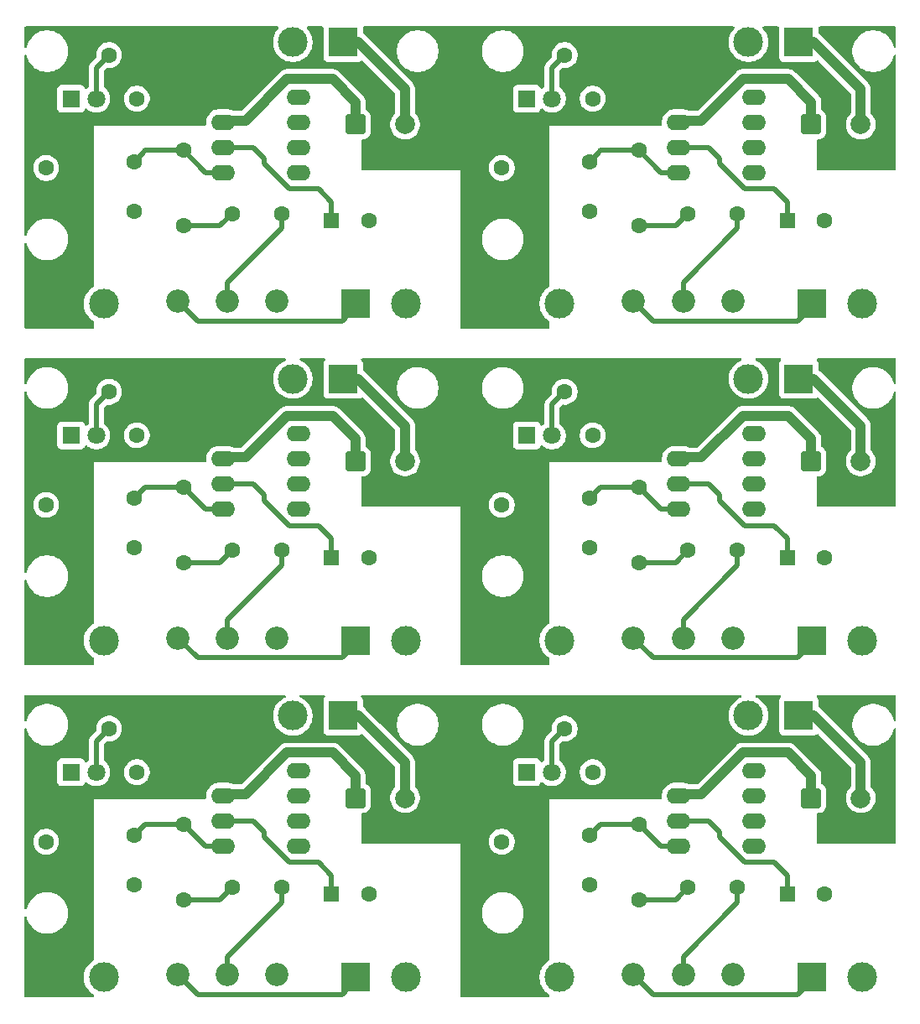
<source format=gbr>
%TF.GenerationSoftware,KiCad,Pcbnew,9.0.4*%
%TF.CreationDate,2025-08-29T11:04:37+02:00*%
%TF.ProjectId,TDA7267_3x2_panel,54444137-3236-4375-9f33-78325f70616e,rev?*%
%TF.SameCoordinates,Original*%
%TF.FileFunction,Copper,L2,Bot*%
%TF.FilePolarity,Positive*%
%FSLAX46Y46*%
G04 Gerber Fmt 4.6, Leading zero omitted, Abs format (unit mm)*
G04 Created by KiCad (PCBNEW 9.0.4) date 2025-08-29 11:04:37*
%MOMM*%
%LPD*%
G01*
G04 APERTURE LIST*
G04 Aperture macros list*
%AMRoundRect*
0 Rectangle with rounded corners*
0 $1 Rounding radius*
0 $2 $3 $4 $5 $6 $7 $8 $9 X,Y pos of 4 corners*
0 Add a 4 corners polygon primitive as box body*
4,1,4,$2,$3,$4,$5,$6,$7,$8,$9,$2,$3,0*
0 Add four circle primitives for the rounded corners*
1,1,$1+$1,$2,$3*
1,1,$1+$1,$4,$5*
1,1,$1+$1,$6,$7*
1,1,$1+$1,$8,$9*
0 Add four rect primitives between the rounded corners*
20,1,$1+$1,$2,$3,$4,$5,0*
20,1,$1+$1,$4,$5,$6,$7,0*
20,1,$1+$1,$6,$7,$8,$9,0*
20,1,$1+$1,$8,$9,$2,$3,0*%
G04 Aperture macros list end*
%TA.AperFunction,ComponentPad*%
%ADD10RoundRect,0.250000X-0.550000X-0.550000X0.550000X-0.550000X0.550000X0.550000X-0.550000X0.550000X0*%
%TD*%
%TA.AperFunction,ComponentPad*%
%ADD11C,1.600000*%
%TD*%
%TA.AperFunction,ComponentPad*%
%ADD12RoundRect,0.250000X-0.750000X-0.750000X0.750000X-0.750000X0.750000X0.750000X-0.750000X0.750000X0*%
%TD*%
%TA.AperFunction,ComponentPad*%
%ADD13C,2.000000*%
%TD*%
%TA.AperFunction,ComponentPad*%
%ADD14C,2.340000*%
%TD*%
%TA.AperFunction,ComponentPad*%
%ADD15RoundRect,0.250000X0.550000X0.550000X-0.550000X0.550000X-0.550000X-0.550000X0.550000X-0.550000X0*%
%TD*%
%TA.AperFunction,ComponentPad*%
%ADD16R,3.000000X3.000000*%
%TD*%
%TA.AperFunction,ComponentPad*%
%ADD17C,3.000000*%
%TD*%
%TA.AperFunction,ComponentPad*%
%ADD18RoundRect,0.250000X-0.950000X-0.550000X0.950000X-0.550000X0.950000X0.550000X-0.950000X0.550000X0*%
%TD*%
%TA.AperFunction,ComponentPad*%
%ADD19O,2.400000X1.600000*%
%TD*%
%TA.AperFunction,ComponentPad*%
%ADD20R,1.800000X1.800000*%
%TD*%
%TA.AperFunction,ComponentPad*%
%ADD21C,1.800000*%
%TD*%
%TA.AperFunction,Conductor*%
%ADD22C,0.500000*%
%TD*%
%TA.AperFunction,Conductor*%
%ADD23C,1.000000*%
%TD*%
G04 APERTURE END LIST*
D10*
%TO.P,C2,1*%
%TO.N,Net-(U1-SRV)*%
X91497349Y-128100000D03*
D11*
%TO.P,C2,2*%
%TO.N,GND*%
X95297349Y-128100000D03*
%TD*%
D12*
%TO.P,C6,1*%
%TO.N,Net-(U1-Out)*%
X93932323Y-118400000D03*
D13*
%TO.P,C6,2*%
%TO.N,Net-(OUT1-Pin_1)*%
X98932323Y-118400000D03*
%TD*%
D14*
%TO.P,RV1,1,1*%
%TO.N,Net-(IN1-Pin_1)*%
X76000000Y-136250000D03*
%TO.P,RV1,2,2*%
%TO.N,Net-(C1-Pad1)*%
X81000000Y-136250000D03*
%TO.P,RV1,3,3*%
%TO.N,GND*%
X86000000Y-136250000D03*
%TD*%
D15*
%TO.P,C4,1*%
%TO.N,Net-(U1-V+)*%
X66500000Y-122800000D03*
D11*
%TO.P,C4,2*%
%TO.N,GND*%
X62700000Y-122800000D03*
%TD*%
D16*
%TO.P,VCC1,1,Pin_1*%
%TO.N,Net-(U1-V+)*%
X63420000Y-136500000D03*
D17*
%TO.P,VCC1,2,Pin_2*%
%TO.N,GND*%
X68500000Y-136500000D03*
%TD*%
D11*
%TO.P,R2,1*%
%TO.N,Net-(D1-A)*%
X69050000Y-111387500D03*
%TO.P,R2,2*%
%TO.N,Net-(U1-V+)*%
X76670000Y-111387500D03*
%TD*%
%TO.P,C1,1*%
%TO.N,Net-(C1-Pad1)*%
X86500000Y-127400000D03*
%TO.P,C1,2*%
%TO.N,Net-(C1-Pad2)*%
X81500000Y-127400000D03*
%TD*%
D18*
%TO.P,TDA7267,1,V+*%
%TO.N,Net-(U1-V+)*%
X80560000Y-115620000D03*
D19*
%TO.P,TDA7267,2,Out*%
%TO.N,Net-(U1-Out)*%
X80560000Y-118160000D03*
%TO.P,TDA7267,3,SRV*%
%TO.N,Net-(U1-SRV)*%
X80560000Y-120700000D03*
%TO.P,TDA7267,4,In*%
%TO.N,Net-(U1-In)*%
X80560000Y-123240000D03*
%TO.P,TDA7267,5,GND*%
%TO.N,GND*%
X88180000Y-123240000D03*
%TO.P,TDA7267,6,GND*%
X88180000Y-120700000D03*
%TO.P,TDA7267,7,GND*%
X88180000Y-118160000D03*
%TO.P,TDA7267,8,GND*%
X88180000Y-115620000D03*
%TD*%
D11*
%TO.P,C5,1*%
%TO.N,GND*%
X71860000Y-115787500D03*
%TO.P,C5,2*%
%TO.N,Net-(U1-V+)*%
X76860000Y-115787500D03*
%TD*%
D16*
%TO.P,OUT1,1,Pin_1*%
%TO.N,Net-(OUT1-Pin_1)*%
X92680000Y-110087500D03*
D17*
%TO.P,OUT1,2,Pin_2*%
%TO.N,GND*%
X87600000Y-110087500D03*
%TD*%
D20*
%TO.P,D1,1,K*%
%TO.N,GND*%
X65230000Y-115800000D03*
D21*
%TO.P,D1,2,A*%
%TO.N,Net-(D1-A)*%
X67770000Y-115800000D03*
%TD*%
D16*
%TO.P,IN1,1,Pin_1*%
%TO.N,Net-(IN1-Pin_1)*%
X93960000Y-136500000D03*
D17*
%TO.P,IN1,2,Pin_2*%
%TO.N,GND*%
X99040000Y-136500000D03*
%TD*%
D11*
%TO.P,C3,1*%
%TO.N,GND*%
X71560000Y-127147500D03*
%TO.P,C3,2*%
%TO.N,Net-(U1-In)*%
X71560000Y-122147500D03*
%TD*%
%TO.P,R1,1*%
%TO.N,Net-(C1-Pad2)*%
X76560000Y-128647500D03*
%TO.P,R1,2*%
%TO.N,Net-(U1-In)*%
X76560000Y-121027500D03*
%TD*%
D10*
%TO.P,C2,1*%
%TO.N,Net-(U1-SRV)*%
X137497349Y-94100000D03*
D11*
%TO.P,C2,2*%
%TO.N,GND*%
X141297349Y-94100000D03*
%TD*%
D12*
%TO.P,C6,1*%
%TO.N,Net-(U1-Out)*%
X139932323Y-84400000D03*
D13*
%TO.P,C6,2*%
%TO.N,Net-(OUT1-Pin_1)*%
X144932323Y-84400000D03*
%TD*%
D14*
%TO.P,RV1,1,1*%
%TO.N,Net-(IN1-Pin_1)*%
X122000000Y-102250000D03*
%TO.P,RV1,2,2*%
%TO.N,Net-(C1-Pad1)*%
X127000000Y-102250000D03*
%TO.P,RV1,3,3*%
%TO.N,GND*%
X132000000Y-102250000D03*
%TD*%
D15*
%TO.P,C4,1*%
%TO.N,Net-(U1-V+)*%
X112500000Y-88800000D03*
D11*
%TO.P,C4,2*%
%TO.N,GND*%
X108700000Y-88800000D03*
%TD*%
D16*
%TO.P,VCC1,1,Pin_1*%
%TO.N,Net-(U1-V+)*%
X109420000Y-102500000D03*
D17*
%TO.P,VCC1,2,Pin_2*%
%TO.N,GND*%
X114500000Y-102500000D03*
%TD*%
D11*
%TO.P,R2,1*%
%TO.N,Net-(D1-A)*%
X115050000Y-77387500D03*
%TO.P,R2,2*%
%TO.N,Net-(U1-V+)*%
X122670000Y-77387500D03*
%TD*%
%TO.P,C1,1*%
%TO.N,Net-(C1-Pad1)*%
X132500000Y-93400000D03*
%TO.P,C1,2*%
%TO.N,Net-(C1-Pad2)*%
X127500000Y-93400000D03*
%TD*%
D18*
%TO.P,TDA7267,1,V+*%
%TO.N,Net-(U1-V+)*%
X126560000Y-81620000D03*
D19*
%TO.P,TDA7267,2,Out*%
%TO.N,Net-(U1-Out)*%
X126560000Y-84160000D03*
%TO.P,TDA7267,3,SRV*%
%TO.N,Net-(U1-SRV)*%
X126560000Y-86700000D03*
%TO.P,TDA7267,4,In*%
%TO.N,Net-(U1-In)*%
X126560000Y-89240000D03*
%TO.P,TDA7267,5,GND*%
%TO.N,GND*%
X134180000Y-89240000D03*
%TO.P,TDA7267,6,GND*%
X134180000Y-86700000D03*
%TO.P,TDA7267,7,GND*%
X134180000Y-84160000D03*
%TO.P,TDA7267,8,GND*%
X134180000Y-81620000D03*
%TD*%
D11*
%TO.P,C5,1*%
%TO.N,GND*%
X117860000Y-81787500D03*
%TO.P,C5,2*%
%TO.N,Net-(U1-V+)*%
X122860000Y-81787500D03*
%TD*%
D16*
%TO.P,OUT1,1,Pin_1*%
%TO.N,Net-(OUT1-Pin_1)*%
X138680000Y-76087500D03*
D17*
%TO.P,OUT1,2,Pin_2*%
%TO.N,GND*%
X133600000Y-76087500D03*
%TD*%
D20*
%TO.P,D1,1,K*%
%TO.N,GND*%
X111230000Y-81800000D03*
D21*
%TO.P,D1,2,A*%
%TO.N,Net-(D1-A)*%
X113770000Y-81800000D03*
%TD*%
D16*
%TO.P,IN1,1,Pin_1*%
%TO.N,Net-(IN1-Pin_1)*%
X139960000Y-102500000D03*
D17*
%TO.P,IN1,2,Pin_2*%
%TO.N,GND*%
X145040000Y-102500000D03*
%TD*%
D11*
%TO.P,C3,1*%
%TO.N,GND*%
X117560000Y-93147500D03*
%TO.P,C3,2*%
%TO.N,Net-(U1-In)*%
X117560000Y-88147500D03*
%TD*%
%TO.P,R1,1*%
%TO.N,Net-(C1-Pad2)*%
X122560000Y-94647500D03*
%TO.P,R1,2*%
%TO.N,Net-(U1-In)*%
X122560000Y-87027500D03*
%TD*%
D10*
%TO.P,C2,1*%
%TO.N,Net-(U1-SRV)*%
X91497349Y-94100000D03*
D11*
%TO.P,C2,2*%
%TO.N,GND*%
X95297349Y-94100000D03*
%TD*%
D12*
%TO.P,C6,1*%
%TO.N,Net-(U1-Out)*%
X93932323Y-84400000D03*
D13*
%TO.P,C6,2*%
%TO.N,Net-(OUT1-Pin_1)*%
X98932323Y-84400000D03*
%TD*%
D14*
%TO.P,RV1,1,1*%
%TO.N,Net-(IN1-Pin_1)*%
X76000000Y-102250000D03*
%TO.P,RV1,2,2*%
%TO.N,Net-(C1-Pad1)*%
X81000000Y-102250000D03*
%TO.P,RV1,3,3*%
%TO.N,GND*%
X86000000Y-102250000D03*
%TD*%
D15*
%TO.P,C4,1*%
%TO.N,Net-(U1-V+)*%
X66500000Y-88800000D03*
D11*
%TO.P,C4,2*%
%TO.N,GND*%
X62700000Y-88800000D03*
%TD*%
D16*
%TO.P,VCC1,1,Pin_1*%
%TO.N,Net-(U1-V+)*%
X63420000Y-102500000D03*
D17*
%TO.P,VCC1,2,Pin_2*%
%TO.N,GND*%
X68500000Y-102500000D03*
%TD*%
D11*
%TO.P,R2,1*%
%TO.N,Net-(D1-A)*%
X69050000Y-77387500D03*
%TO.P,R2,2*%
%TO.N,Net-(U1-V+)*%
X76670000Y-77387500D03*
%TD*%
%TO.P,C1,1*%
%TO.N,Net-(C1-Pad1)*%
X86500000Y-93400000D03*
%TO.P,C1,2*%
%TO.N,Net-(C1-Pad2)*%
X81500000Y-93400000D03*
%TD*%
D18*
%TO.P,TDA7267,1,V+*%
%TO.N,Net-(U1-V+)*%
X80560000Y-81620000D03*
D19*
%TO.P,TDA7267,2,Out*%
%TO.N,Net-(U1-Out)*%
X80560000Y-84160000D03*
%TO.P,TDA7267,3,SRV*%
%TO.N,Net-(U1-SRV)*%
X80560000Y-86700000D03*
%TO.P,TDA7267,4,In*%
%TO.N,Net-(U1-In)*%
X80560000Y-89240000D03*
%TO.P,TDA7267,5,GND*%
%TO.N,GND*%
X88180000Y-89240000D03*
%TO.P,TDA7267,6,GND*%
X88180000Y-86700000D03*
%TO.P,TDA7267,7,GND*%
X88180000Y-84160000D03*
%TO.P,TDA7267,8,GND*%
X88180000Y-81620000D03*
%TD*%
D11*
%TO.P,C5,1*%
%TO.N,GND*%
X71860000Y-81787500D03*
%TO.P,C5,2*%
%TO.N,Net-(U1-V+)*%
X76860000Y-81787500D03*
%TD*%
D16*
%TO.P,OUT1,1,Pin_1*%
%TO.N,Net-(OUT1-Pin_1)*%
X92680000Y-76087500D03*
D17*
%TO.P,OUT1,2,Pin_2*%
%TO.N,GND*%
X87600000Y-76087500D03*
%TD*%
D20*
%TO.P,D1,1,K*%
%TO.N,GND*%
X65230000Y-81800000D03*
D21*
%TO.P,D1,2,A*%
%TO.N,Net-(D1-A)*%
X67770000Y-81800000D03*
%TD*%
D16*
%TO.P,IN1,1,Pin_1*%
%TO.N,Net-(IN1-Pin_1)*%
X93960000Y-102500000D03*
D17*
%TO.P,IN1,2,Pin_2*%
%TO.N,GND*%
X99040000Y-102500000D03*
%TD*%
D11*
%TO.P,C3,1*%
%TO.N,GND*%
X71560000Y-93147500D03*
%TO.P,C3,2*%
%TO.N,Net-(U1-In)*%
X71560000Y-88147500D03*
%TD*%
%TO.P,R1,1*%
%TO.N,Net-(C1-Pad2)*%
X76560000Y-94647500D03*
%TO.P,R1,2*%
%TO.N,Net-(U1-In)*%
X76560000Y-87027500D03*
%TD*%
D10*
%TO.P,C2,1*%
%TO.N,Net-(U1-SRV)*%
X137497349Y-60100000D03*
D11*
%TO.P,C2,2*%
%TO.N,GND*%
X141297349Y-60100000D03*
%TD*%
D12*
%TO.P,C6,1*%
%TO.N,Net-(U1-Out)*%
X139932323Y-50400000D03*
D13*
%TO.P,C6,2*%
%TO.N,Net-(OUT1-Pin_1)*%
X144932323Y-50400000D03*
%TD*%
D14*
%TO.P,RV1,1,1*%
%TO.N,Net-(IN1-Pin_1)*%
X122000000Y-68250000D03*
%TO.P,RV1,2,2*%
%TO.N,Net-(C1-Pad1)*%
X127000000Y-68250000D03*
%TO.P,RV1,3,3*%
%TO.N,GND*%
X132000000Y-68250000D03*
%TD*%
D15*
%TO.P,C4,1*%
%TO.N,Net-(U1-V+)*%
X112500000Y-54800000D03*
D11*
%TO.P,C4,2*%
%TO.N,GND*%
X108700000Y-54800000D03*
%TD*%
D16*
%TO.P,VCC1,1,Pin_1*%
%TO.N,Net-(U1-V+)*%
X109420000Y-68500000D03*
D17*
%TO.P,VCC1,2,Pin_2*%
%TO.N,GND*%
X114500000Y-68500000D03*
%TD*%
D11*
%TO.P,R2,1*%
%TO.N,Net-(D1-A)*%
X115050000Y-43387500D03*
%TO.P,R2,2*%
%TO.N,Net-(U1-V+)*%
X122670000Y-43387500D03*
%TD*%
%TO.P,C1,1*%
%TO.N,Net-(C1-Pad1)*%
X132500000Y-59400000D03*
%TO.P,C1,2*%
%TO.N,Net-(C1-Pad2)*%
X127500000Y-59400000D03*
%TD*%
D18*
%TO.P,TDA7267,1,V+*%
%TO.N,Net-(U1-V+)*%
X126560000Y-47620000D03*
D19*
%TO.P,TDA7267,2,Out*%
%TO.N,Net-(U1-Out)*%
X126560000Y-50160000D03*
%TO.P,TDA7267,3,SRV*%
%TO.N,Net-(U1-SRV)*%
X126560000Y-52700000D03*
%TO.P,TDA7267,4,In*%
%TO.N,Net-(U1-In)*%
X126560000Y-55240000D03*
%TO.P,TDA7267,5,GND*%
%TO.N,GND*%
X134180000Y-55240000D03*
%TO.P,TDA7267,6,GND*%
X134180000Y-52700000D03*
%TO.P,TDA7267,7,GND*%
X134180000Y-50160000D03*
%TO.P,TDA7267,8,GND*%
X134180000Y-47620000D03*
%TD*%
D11*
%TO.P,C5,1*%
%TO.N,GND*%
X117860000Y-47787500D03*
%TO.P,C5,2*%
%TO.N,Net-(U1-V+)*%
X122860000Y-47787500D03*
%TD*%
D16*
%TO.P,OUT1,1,Pin_1*%
%TO.N,Net-(OUT1-Pin_1)*%
X138680000Y-42087500D03*
D17*
%TO.P,OUT1,2,Pin_2*%
%TO.N,GND*%
X133600000Y-42087500D03*
%TD*%
D20*
%TO.P,D1,1,K*%
%TO.N,GND*%
X111230000Y-47800000D03*
D21*
%TO.P,D1,2,A*%
%TO.N,Net-(D1-A)*%
X113770000Y-47800000D03*
%TD*%
D16*
%TO.P,IN1,1,Pin_1*%
%TO.N,Net-(IN1-Pin_1)*%
X139960000Y-68500000D03*
D17*
%TO.P,IN1,2,Pin_2*%
%TO.N,GND*%
X145040000Y-68500000D03*
%TD*%
D11*
%TO.P,C3,1*%
%TO.N,GND*%
X117560000Y-59147500D03*
%TO.P,C3,2*%
%TO.N,Net-(U1-In)*%
X117560000Y-54147500D03*
%TD*%
%TO.P,R1,1*%
%TO.N,Net-(C1-Pad2)*%
X122560000Y-60647500D03*
%TO.P,R1,2*%
%TO.N,Net-(U1-In)*%
X122560000Y-53027500D03*
%TD*%
D10*
%TO.P,C2,1*%
%TO.N,Net-(U1-SRV)*%
X91497349Y-60100000D03*
D11*
%TO.P,C2,2*%
%TO.N,GND*%
X95297349Y-60100000D03*
%TD*%
D12*
%TO.P,C6,1*%
%TO.N,Net-(U1-Out)*%
X93932323Y-50400000D03*
D13*
%TO.P,C6,2*%
%TO.N,Net-(OUT1-Pin_1)*%
X98932323Y-50400000D03*
%TD*%
D14*
%TO.P,RV1,1,1*%
%TO.N,Net-(IN1-Pin_1)*%
X76000000Y-68250000D03*
%TO.P,RV1,2,2*%
%TO.N,Net-(C1-Pad1)*%
X81000000Y-68250000D03*
%TO.P,RV1,3,3*%
%TO.N,GND*%
X86000000Y-68250000D03*
%TD*%
D15*
%TO.P,C4,1*%
%TO.N,Net-(U1-V+)*%
X66500000Y-54800000D03*
D11*
%TO.P,C4,2*%
%TO.N,GND*%
X62700000Y-54800000D03*
%TD*%
D16*
%TO.P,VCC1,1,Pin_1*%
%TO.N,Net-(U1-V+)*%
X63420000Y-68500000D03*
D17*
%TO.P,VCC1,2,Pin_2*%
%TO.N,GND*%
X68500000Y-68500000D03*
%TD*%
D11*
%TO.P,R2,1*%
%TO.N,Net-(D1-A)*%
X69050000Y-43387500D03*
%TO.P,R2,2*%
%TO.N,Net-(U1-V+)*%
X76670000Y-43387500D03*
%TD*%
%TO.P,C1,1*%
%TO.N,Net-(C1-Pad1)*%
X86500000Y-59400000D03*
%TO.P,C1,2*%
%TO.N,Net-(C1-Pad2)*%
X81500000Y-59400000D03*
%TD*%
D18*
%TO.P,TDA7267,1,V+*%
%TO.N,Net-(U1-V+)*%
X80560000Y-47620000D03*
D19*
%TO.P,TDA7267,2,Out*%
%TO.N,Net-(U1-Out)*%
X80560000Y-50160000D03*
%TO.P,TDA7267,3,SRV*%
%TO.N,Net-(U1-SRV)*%
X80560000Y-52700000D03*
%TO.P,TDA7267,4,In*%
%TO.N,Net-(U1-In)*%
X80560000Y-55240000D03*
%TO.P,TDA7267,5,GND*%
%TO.N,GND*%
X88180000Y-55240000D03*
%TO.P,TDA7267,6,GND*%
X88180000Y-52700000D03*
%TO.P,TDA7267,7,GND*%
X88180000Y-50160000D03*
%TO.P,TDA7267,8,GND*%
X88180000Y-47620000D03*
%TD*%
D11*
%TO.P,C5,1*%
%TO.N,GND*%
X71860000Y-47787500D03*
%TO.P,C5,2*%
%TO.N,Net-(U1-V+)*%
X76860000Y-47787500D03*
%TD*%
D16*
%TO.P,OUT1,1,Pin_1*%
%TO.N,Net-(OUT1-Pin_1)*%
X92680000Y-42087500D03*
D17*
%TO.P,OUT1,2,Pin_2*%
%TO.N,GND*%
X87600000Y-42087500D03*
%TD*%
D20*
%TO.P,D1,1,K*%
%TO.N,GND*%
X65230000Y-47800000D03*
D21*
%TO.P,D1,2,A*%
%TO.N,Net-(D1-A)*%
X67770000Y-47800000D03*
%TD*%
D16*
%TO.P,IN1,1,Pin_1*%
%TO.N,Net-(IN1-Pin_1)*%
X93960000Y-68500000D03*
D17*
%TO.P,IN1,2,Pin_2*%
%TO.N,GND*%
X99040000Y-68500000D03*
%TD*%
D11*
%TO.P,C3,1*%
%TO.N,GND*%
X71560000Y-59147500D03*
%TO.P,C3,2*%
%TO.N,Net-(U1-In)*%
X71560000Y-54147500D03*
%TD*%
%TO.P,R1,1*%
%TO.N,Net-(C1-Pad2)*%
X76560000Y-60647500D03*
%TO.P,R1,2*%
%TO.N,Net-(U1-In)*%
X76560000Y-53027500D03*
%TD*%
%TO.P,C3,1*%
%TO.N,GND*%
X117560000Y-127147500D03*
%TO.P,C3,2*%
%TO.N,Net-(U1-In)*%
X117560000Y-122147500D03*
%TD*%
D16*
%TO.P,IN1,1,Pin_1*%
%TO.N,Net-(IN1-Pin_1)*%
X139960000Y-136500000D03*
D17*
%TO.P,IN1,2,Pin_2*%
%TO.N,GND*%
X145040000Y-136500000D03*
%TD*%
D11*
%TO.P,R1,1*%
%TO.N,Net-(C1-Pad2)*%
X122560000Y-128647500D03*
%TO.P,R1,2*%
%TO.N,Net-(U1-In)*%
X122560000Y-121027500D03*
%TD*%
D20*
%TO.P,D1,1,K*%
%TO.N,GND*%
X111230000Y-115800000D03*
D21*
%TO.P,D1,2,A*%
%TO.N,Net-(D1-A)*%
X113770000Y-115800000D03*
%TD*%
D16*
%TO.P,OUT1,1,Pin_1*%
%TO.N,Net-(OUT1-Pin_1)*%
X138680000Y-110087500D03*
D17*
%TO.P,OUT1,2,Pin_2*%
%TO.N,GND*%
X133600000Y-110087500D03*
%TD*%
D11*
%TO.P,C5,1*%
%TO.N,GND*%
X117860000Y-115787500D03*
%TO.P,C5,2*%
%TO.N,Net-(U1-V+)*%
X122860000Y-115787500D03*
%TD*%
%TO.P,C1,1*%
%TO.N,Net-(C1-Pad1)*%
X132500000Y-127400000D03*
%TO.P,C1,2*%
%TO.N,Net-(C1-Pad2)*%
X127500000Y-127400000D03*
%TD*%
D18*
%TO.P,TDA7267,1,V+*%
%TO.N,Net-(U1-V+)*%
X126560000Y-115620000D03*
D19*
%TO.P,TDA7267,2,Out*%
%TO.N,Net-(U1-Out)*%
X126560000Y-118160000D03*
%TO.P,TDA7267,3,SRV*%
%TO.N,Net-(U1-SRV)*%
X126560000Y-120700000D03*
%TO.P,TDA7267,4,In*%
%TO.N,Net-(U1-In)*%
X126560000Y-123240000D03*
%TO.P,TDA7267,5,GND*%
%TO.N,GND*%
X134180000Y-123240000D03*
%TO.P,TDA7267,6,GND*%
X134180000Y-120700000D03*
%TO.P,TDA7267,7,GND*%
X134180000Y-118160000D03*
%TO.P,TDA7267,8,GND*%
X134180000Y-115620000D03*
%TD*%
D11*
%TO.P,R2,1*%
%TO.N,Net-(D1-A)*%
X115050000Y-111387500D03*
%TO.P,R2,2*%
%TO.N,Net-(U1-V+)*%
X122670000Y-111387500D03*
%TD*%
D16*
%TO.P,VCC1,1,Pin_1*%
%TO.N,Net-(U1-V+)*%
X109420000Y-136500000D03*
D17*
%TO.P,VCC1,2,Pin_2*%
%TO.N,GND*%
X114500000Y-136500000D03*
%TD*%
D10*
%TO.P,C2,1*%
%TO.N,Net-(U1-SRV)*%
X137497349Y-128100000D03*
D11*
%TO.P,C2,2*%
%TO.N,GND*%
X141297349Y-128100000D03*
%TD*%
D12*
%TO.P,C6,1*%
%TO.N,Net-(U1-Out)*%
X139932323Y-118400000D03*
D13*
%TO.P,C6,2*%
%TO.N,Net-(OUT1-Pin_1)*%
X144932323Y-118400000D03*
%TD*%
D15*
%TO.P,C4,1*%
%TO.N,Net-(U1-V+)*%
X112500000Y-122800000D03*
D11*
%TO.P,C4,2*%
%TO.N,GND*%
X108700000Y-122800000D03*
%TD*%
D14*
%TO.P,RV1,1,1*%
%TO.N,Net-(IN1-Pin_1)*%
X122000000Y-136250000D03*
%TO.P,RV1,2,2*%
%TO.N,Net-(C1-Pad1)*%
X127000000Y-136250000D03*
%TO.P,RV1,3,3*%
%TO.N,GND*%
X132000000Y-136250000D03*
%TD*%
D22*
%TO.N,Net-(IN1-Pin_1)*%
X93960000Y-136500000D02*
X93960000Y-136840000D01*
%TO.N,Net-(D1-A)*%
X67770000Y-115800000D02*
X67770000Y-112667500D01*
%TO.N,Net-(U1-SRV)*%
X91497349Y-128100000D02*
X91497349Y-126197349D01*
D23*
%TO.N,Net-(OUT1-Pin_1)*%
X94187500Y-110087500D02*
X92680000Y-110087500D01*
D22*
%TO.N,Net-(U1-SRV)*%
X84700000Y-122353445D02*
X84700000Y-122200000D01*
D23*
%TO.N,Net-(U1-Out)*%
X82840000Y-118013001D02*
X80706999Y-118013001D01*
D22*
%TO.N,Net-(U1-In)*%
X71560000Y-122147500D02*
X72400000Y-121307500D01*
%TO.N,Net-(U1-SRV)*%
X90200000Y-124900000D02*
X87246555Y-124900000D01*
%TO.N,Net-(C1-Pad1)*%
X81000000Y-136250000D02*
X81000000Y-134400000D01*
%TO.N,Net-(U1-SRV)*%
X80560000Y-120700000D02*
X83600000Y-120700000D01*
D23*
%TO.N,Net-(U1-Out)*%
X87034001Y-113819000D02*
X82840000Y-118013001D01*
X91619000Y-113819000D02*
X87034001Y-113819000D01*
D22*
%TO.N,Net-(U1-SRV)*%
X83600000Y-120700000D02*
X84700000Y-121800000D01*
%TO.N,Net-(C1-Pad2)*%
X80252500Y-128647500D02*
X81500000Y-127400000D01*
%TO.N,Net-(U1-SRV)*%
X84700000Y-121800000D02*
X84700000Y-122200000D01*
X87246555Y-124900000D02*
X84700000Y-122353445D01*
%TO.N,Net-(C1-Pad1)*%
X86500000Y-128900000D02*
X86500000Y-127400000D01*
%TO.N,Net-(IN1-Pin_1)*%
X92551000Y-138249000D02*
X77999000Y-138249000D01*
D23*
%TO.N,Net-(OUT1-Pin_1)*%
X98932323Y-114832323D02*
X98932323Y-118400000D01*
X94187500Y-110087500D02*
X98932323Y-114832323D01*
D22*
%TO.N,Net-(U1-In)*%
X72400000Y-121307500D02*
X72400000Y-121300000D01*
%TO.N,Net-(U1-SRV)*%
X91497349Y-126197349D02*
X90200000Y-124900000D01*
D23*
%TO.N,Net-(U1-Out)*%
X91619000Y-113819000D02*
X93932323Y-116132323D01*
D22*
%TO.N,Net-(IN1-Pin_1)*%
X77999000Y-138249000D02*
X76000000Y-136250000D01*
X93960000Y-136840000D02*
X92551000Y-138249000D01*
%TO.N,Net-(U1-In)*%
X76560000Y-121027500D02*
X78772500Y-123240000D01*
X72672500Y-121027500D02*
X76560000Y-121027500D01*
X72400000Y-121300000D02*
X72672500Y-121027500D01*
D23*
%TO.N,Net-(U1-Out)*%
X80706999Y-118013001D02*
X80560000Y-118160000D01*
D22*
%TO.N,Net-(U1-In)*%
X78772500Y-123240000D02*
X80560000Y-123240000D01*
%TO.N,Net-(D1-A)*%
X67770000Y-112667500D02*
X69050000Y-111387500D01*
D23*
%TO.N,Net-(U1-Out)*%
X93932323Y-116132323D02*
X93932323Y-118400000D01*
D22*
%TO.N,Net-(C1-Pad1)*%
X81000000Y-134400000D02*
X86500000Y-128900000D01*
%TO.N,Net-(C1-Pad2)*%
X76560000Y-128647500D02*
X80252500Y-128647500D01*
%TO.N,Net-(IN1-Pin_1)*%
X139960000Y-102500000D02*
X139960000Y-102840000D01*
%TO.N,Net-(D1-A)*%
X113770000Y-81800000D02*
X113770000Y-78667500D01*
%TO.N,Net-(U1-SRV)*%
X137497349Y-94100000D02*
X137497349Y-92197349D01*
D23*
%TO.N,Net-(OUT1-Pin_1)*%
X140187500Y-76087500D02*
X138680000Y-76087500D01*
D22*
%TO.N,Net-(U1-SRV)*%
X130700000Y-88353445D02*
X130700000Y-88200000D01*
D23*
%TO.N,Net-(U1-Out)*%
X128840000Y-84013001D02*
X126706999Y-84013001D01*
D22*
%TO.N,Net-(U1-In)*%
X117560000Y-88147500D02*
X118400000Y-87307500D01*
%TO.N,Net-(U1-SRV)*%
X136200000Y-90900000D02*
X133246555Y-90900000D01*
%TO.N,Net-(C1-Pad1)*%
X127000000Y-102250000D02*
X127000000Y-100400000D01*
%TO.N,Net-(U1-SRV)*%
X126560000Y-86700000D02*
X129600000Y-86700000D01*
D23*
%TO.N,Net-(U1-Out)*%
X133034001Y-79819000D02*
X128840000Y-84013001D01*
X137619000Y-79819000D02*
X133034001Y-79819000D01*
D22*
%TO.N,Net-(U1-SRV)*%
X129600000Y-86700000D02*
X130700000Y-87800000D01*
%TO.N,Net-(C1-Pad2)*%
X126252500Y-94647500D02*
X127500000Y-93400000D01*
%TO.N,Net-(U1-SRV)*%
X130700000Y-87800000D02*
X130700000Y-88200000D01*
X133246555Y-90900000D02*
X130700000Y-88353445D01*
%TO.N,Net-(C1-Pad1)*%
X132500000Y-94900000D02*
X132500000Y-93400000D01*
%TO.N,Net-(IN1-Pin_1)*%
X138551000Y-104249000D02*
X123999000Y-104249000D01*
D23*
%TO.N,Net-(OUT1-Pin_1)*%
X144932323Y-80832323D02*
X144932323Y-84400000D01*
X140187500Y-76087500D02*
X144932323Y-80832323D01*
D22*
%TO.N,Net-(U1-In)*%
X118400000Y-87307500D02*
X118400000Y-87300000D01*
%TO.N,Net-(U1-SRV)*%
X137497349Y-92197349D02*
X136200000Y-90900000D01*
D23*
%TO.N,Net-(U1-Out)*%
X137619000Y-79819000D02*
X139932323Y-82132323D01*
D22*
%TO.N,Net-(IN1-Pin_1)*%
X123999000Y-104249000D02*
X122000000Y-102250000D01*
X139960000Y-102840000D02*
X138551000Y-104249000D01*
%TO.N,Net-(U1-In)*%
X122560000Y-87027500D02*
X124772500Y-89240000D01*
X118672500Y-87027500D02*
X122560000Y-87027500D01*
X118400000Y-87300000D02*
X118672500Y-87027500D01*
D23*
%TO.N,Net-(U1-Out)*%
X126706999Y-84013001D02*
X126560000Y-84160000D01*
D22*
%TO.N,Net-(U1-In)*%
X124772500Y-89240000D02*
X126560000Y-89240000D01*
%TO.N,Net-(D1-A)*%
X113770000Y-78667500D02*
X115050000Y-77387500D01*
D23*
%TO.N,Net-(U1-Out)*%
X139932323Y-82132323D02*
X139932323Y-84400000D01*
D22*
%TO.N,Net-(C1-Pad1)*%
X127000000Y-100400000D02*
X132500000Y-94900000D01*
%TO.N,Net-(C1-Pad2)*%
X122560000Y-94647500D02*
X126252500Y-94647500D01*
%TO.N,Net-(IN1-Pin_1)*%
X93960000Y-102500000D02*
X93960000Y-102840000D01*
%TO.N,Net-(D1-A)*%
X67770000Y-81800000D02*
X67770000Y-78667500D01*
%TO.N,Net-(U1-SRV)*%
X91497349Y-94100000D02*
X91497349Y-92197349D01*
D23*
%TO.N,Net-(OUT1-Pin_1)*%
X94187500Y-76087500D02*
X92680000Y-76087500D01*
D22*
%TO.N,Net-(U1-SRV)*%
X84700000Y-88353445D02*
X84700000Y-88200000D01*
D23*
%TO.N,Net-(U1-Out)*%
X82840000Y-84013001D02*
X80706999Y-84013001D01*
D22*
%TO.N,Net-(U1-In)*%
X71560000Y-88147500D02*
X72400000Y-87307500D01*
%TO.N,Net-(U1-SRV)*%
X90200000Y-90900000D02*
X87246555Y-90900000D01*
%TO.N,Net-(C1-Pad1)*%
X81000000Y-102250000D02*
X81000000Y-100400000D01*
%TO.N,Net-(U1-SRV)*%
X80560000Y-86700000D02*
X83600000Y-86700000D01*
D23*
%TO.N,Net-(U1-Out)*%
X87034001Y-79819000D02*
X82840000Y-84013001D01*
X91619000Y-79819000D02*
X87034001Y-79819000D01*
D22*
%TO.N,Net-(U1-SRV)*%
X83600000Y-86700000D02*
X84700000Y-87800000D01*
%TO.N,Net-(C1-Pad2)*%
X80252500Y-94647500D02*
X81500000Y-93400000D01*
%TO.N,Net-(U1-SRV)*%
X84700000Y-87800000D02*
X84700000Y-88200000D01*
X87246555Y-90900000D02*
X84700000Y-88353445D01*
%TO.N,Net-(C1-Pad1)*%
X86500000Y-94900000D02*
X86500000Y-93400000D01*
%TO.N,Net-(IN1-Pin_1)*%
X92551000Y-104249000D02*
X77999000Y-104249000D01*
D23*
%TO.N,Net-(OUT1-Pin_1)*%
X98932323Y-80832323D02*
X98932323Y-84400000D01*
X94187500Y-76087500D02*
X98932323Y-80832323D01*
D22*
%TO.N,Net-(U1-In)*%
X72400000Y-87307500D02*
X72400000Y-87300000D01*
%TO.N,Net-(U1-SRV)*%
X91497349Y-92197349D02*
X90200000Y-90900000D01*
D23*
%TO.N,Net-(U1-Out)*%
X91619000Y-79819000D02*
X93932323Y-82132323D01*
D22*
%TO.N,Net-(IN1-Pin_1)*%
X77999000Y-104249000D02*
X76000000Y-102250000D01*
X93960000Y-102840000D02*
X92551000Y-104249000D01*
%TO.N,Net-(U1-In)*%
X76560000Y-87027500D02*
X78772500Y-89240000D01*
X72672500Y-87027500D02*
X76560000Y-87027500D01*
X72400000Y-87300000D02*
X72672500Y-87027500D01*
D23*
%TO.N,Net-(U1-Out)*%
X80706999Y-84013001D02*
X80560000Y-84160000D01*
D22*
%TO.N,Net-(U1-In)*%
X78772500Y-89240000D02*
X80560000Y-89240000D01*
%TO.N,Net-(D1-A)*%
X67770000Y-78667500D02*
X69050000Y-77387500D01*
D23*
%TO.N,Net-(U1-Out)*%
X93932323Y-82132323D02*
X93932323Y-84400000D01*
D22*
%TO.N,Net-(C1-Pad1)*%
X81000000Y-100400000D02*
X86500000Y-94900000D01*
%TO.N,Net-(C1-Pad2)*%
X76560000Y-94647500D02*
X80252500Y-94647500D01*
%TO.N,Net-(IN1-Pin_1)*%
X139960000Y-68500000D02*
X139960000Y-68840000D01*
%TO.N,Net-(D1-A)*%
X113770000Y-47800000D02*
X113770000Y-44667500D01*
%TO.N,Net-(U1-SRV)*%
X137497349Y-60100000D02*
X137497349Y-58197349D01*
D23*
%TO.N,Net-(OUT1-Pin_1)*%
X140187500Y-42087500D02*
X138680000Y-42087500D01*
D22*
%TO.N,Net-(U1-SRV)*%
X130700000Y-54353445D02*
X130700000Y-54200000D01*
D23*
%TO.N,Net-(U1-Out)*%
X128840000Y-50013001D02*
X126706999Y-50013001D01*
D22*
%TO.N,Net-(U1-In)*%
X117560000Y-54147500D02*
X118400000Y-53307500D01*
%TO.N,Net-(U1-SRV)*%
X136200000Y-56900000D02*
X133246555Y-56900000D01*
%TO.N,Net-(C1-Pad1)*%
X127000000Y-68250000D02*
X127000000Y-66400000D01*
%TO.N,Net-(U1-SRV)*%
X126560000Y-52700000D02*
X129600000Y-52700000D01*
D23*
%TO.N,Net-(U1-Out)*%
X133034001Y-45819000D02*
X128840000Y-50013001D01*
X137619000Y-45819000D02*
X133034001Y-45819000D01*
D22*
%TO.N,Net-(U1-SRV)*%
X129600000Y-52700000D02*
X130700000Y-53800000D01*
%TO.N,Net-(C1-Pad2)*%
X126252500Y-60647500D02*
X127500000Y-59400000D01*
%TO.N,Net-(U1-SRV)*%
X130700000Y-53800000D02*
X130700000Y-54200000D01*
X133246555Y-56900000D02*
X130700000Y-54353445D01*
%TO.N,Net-(C1-Pad1)*%
X132500000Y-60900000D02*
X132500000Y-59400000D01*
%TO.N,Net-(IN1-Pin_1)*%
X138551000Y-70249000D02*
X123999000Y-70249000D01*
D23*
%TO.N,Net-(OUT1-Pin_1)*%
X144932323Y-46832323D02*
X144932323Y-50400000D01*
X140187500Y-42087500D02*
X144932323Y-46832323D01*
D22*
%TO.N,Net-(U1-In)*%
X118400000Y-53307500D02*
X118400000Y-53300000D01*
%TO.N,Net-(U1-SRV)*%
X137497349Y-58197349D02*
X136200000Y-56900000D01*
D23*
%TO.N,Net-(U1-Out)*%
X137619000Y-45819000D02*
X139932323Y-48132323D01*
D22*
%TO.N,Net-(IN1-Pin_1)*%
X123999000Y-70249000D02*
X122000000Y-68250000D01*
X139960000Y-68840000D02*
X138551000Y-70249000D01*
%TO.N,Net-(U1-In)*%
X122560000Y-53027500D02*
X124772500Y-55240000D01*
X118672500Y-53027500D02*
X122560000Y-53027500D01*
X118400000Y-53300000D02*
X118672500Y-53027500D01*
D23*
%TO.N,Net-(U1-Out)*%
X126706999Y-50013001D02*
X126560000Y-50160000D01*
D22*
%TO.N,Net-(U1-In)*%
X124772500Y-55240000D02*
X126560000Y-55240000D01*
%TO.N,Net-(D1-A)*%
X113770000Y-44667500D02*
X115050000Y-43387500D01*
D23*
%TO.N,Net-(U1-Out)*%
X139932323Y-48132323D02*
X139932323Y-50400000D01*
D22*
%TO.N,Net-(C1-Pad1)*%
X127000000Y-66400000D02*
X132500000Y-60900000D01*
%TO.N,Net-(C1-Pad2)*%
X122560000Y-60647500D02*
X126252500Y-60647500D01*
%TO.N,Net-(IN1-Pin_1)*%
X93960000Y-68500000D02*
X93960000Y-68840000D01*
%TO.N,Net-(D1-A)*%
X67770000Y-47800000D02*
X67770000Y-44667500D01*
%TO.N,Net-(U1-SRV)*%
X91497349Y-60100000D02*
X91497349Y-58197349D01*
D23*
%TO.N,Net-(OUT1-Pin_1)*%
X94187500Y-42087500D02*
X92680000Y-42087500D01*
D22*
%TO.N,Net-(U1-SRV)*%
X84700000Y-54353445D02*
X84700000Y-54200000D01*
D23*
%TO.N,Net-(U1-Out)*%
X82840000Y-50013001D02*
X80706999Y-50013001D01*
D22*
%TO.N,Net-(U1-In)*%
X71560000Y-54147500D02*
X72400000Y-53307500D01*
%TO.N,Net-(U1-SRV)*%
X90200000Y-56900000D02*
X87246555Y-56900000D01*
%TO.N,Net-(C1-Pad1)*%
X81000000Y-68250000D02*
X81000000Y-66400000D01*
%TO.N,Net-(U1-SRV)*%
X80560000Y-52700000D02*
X83600000Y-52700000D01*
D23*
%TO.N,Net-(U1-Out)*%
X87034001Y-45819000D02*
X82840000Y-50013001D01*
X91619000Y-45819000D02*
X87034001Y-45819000D01*
D22*
%TO.N,Net-(U1-SRV)*%
X83600000Y-52700000D02*
X84700000Y-53800000D01*
%TO.N,Net-(C1-Pad2)*%
X80252500Y-60647500D02*
X81500000Y-59400000D01*
%TO.N,Net-(U1-SRV)*%
X84700000Y-53800000D02*
X84700000Y-54200000D01*
X87246555Y-56900000D02*
X84700000Y-54353445D01*
%TO.N,Net-(C1-Pad1)*%
X86500000Y-60900000D02*
X86500000Y-59400000D01*
%TO.N,Net-(IN1-Pin_1)*%
X92551000Y-70249000D02*
X77999000Y-70249000D01*
D23*
%TO.N,Net-(OUT1-Pin_1)*%
X98932323Y-46832323D02*
X98932323Y-50400000D01*
X94187500Y-42087500D02*
X98932323Y-46832323D01*
D22*
%TO.N,Net-(U1-In)*%
X72400000Y-53307500D02*
X72400000Y-53300000D01*
%TO.N,Net-(U1-SRV)*%
X91497349Y-58197349D02*
X90200000Y-56900000D01*
D23*
%TO.N,Net-(U1-Out)*%
X91619000Y-45819000D02*
X93932323Y-48132323D01*
D22*
%TO.N,Net-(IN1-Pin_1)*%
X77999000Y-70249000D02*
X76000000Y-68250000D01*
X93960000Y-68840000D02*
X92551000Y-70249000D01*
%TO.N,Net-(U1-In)*%
X76560000Y-53027500D02*
X78772500Y-55240000D01*
X72672500Y-53027500D02*
X76560000Y-53027500D01*
X72400000Y-53300000D02*
X72672500Y-53027500D01*
D23*
%TO.N,Net-(U1-Out)*%
X80706999Y-50013001D02*
X80560000Y-50160000D01*
D22*
%TO.N,Net-(U1-In)*%
X78772500Y-55240000D02*
X80560000Y-55240000D01*
%TO.N,Net-(D1-A)*%
X67770000Y-44667500D02*
X69050000Y-43387500D01*
D23*
%TO.N,Net-(U1-Out)*%
X93932323Y-48132323D02*
X93932323Y-50400000D01*
D22*
%TO.N,Net-(C1-Pad1)*%
X81000000Y-66400000D02*
X86500000Y-60900000D01*
%TO.N,Net-(C1-Pad2)*%
X76560000Y-60647500D02*
X80252500Y-60647500D01*
X122560000Y-128647500D02*
X126252500Y-128647500D01*
X126252500Y-128647500D02*
X127500000Y-127400000D01*
%TO.N,Net-(C1-Pad1)*%
X132500000Y-128900000D02*
X132500000Y-127400000D01*
X127000000Y-136250000D02*
X127000000Y-134400000D01*
X127000000Y-134400000D02*
X132500000Y-128900000D01*
%TO.N,Net-(U1-SRV)*%
X137497349Y-128100000D02*
X137497349Y-126197349D01*
X126560000Y-120700000D02*
X129600000Y-120700000D01*
X136200000Y-124900000D02*
X133246555Y-124900000D01*
X130700000Y-122353445D02*
X130700000Y-122200000D01*
X130700000Y-121800000D02*
X130700000Y-122200000D01*
X129600000Y-120700000D02*
X130700000Y-121800000D01*
X137497349Y-126197349D02*
X136200000Y-124900000D01*
X133246555Y-124900000D02*
X130700000Y-122353445D01*
%TO.N,Net-(U1-In)*%
X117560000Y-122147500D02*
X118400000Y-121307500D01*
X122560000Y-121027500D02*
X124772500Y-123240000D01*
X118672500Y-121027500D02*
X122560000Y-121027500D01*
X124772500Y-123240000D02*
X126560000Y-123240000D01*
X118400000Y-121300000D02*
X118672500Y-121027500D01*
X118400000Y-121307500D02*
X118400000Y-121300000D01*
D23*
%TO.N,Net-(U1-Out)*%
X133034001Y-113819000D02*
X128840000Y-118013001D01*
X137619000Y-113819000D02*
X133034001Y-113819000D01*
X139932323Y-116132323D02*
X139932323Y-118400000D01*
X128840000Y-118013001D02*
X126706999Y-118013001D01*
X126706999Y-118013001D02*
X126560000Y-118160000D01*
X137619000Y-113819000D02*
X139932323Y-116132323D01*
%TO.N,Net-(OUT1-Pin_1)*%
X140187500Y-110087500D02*
X144932323Y-114832323D01*
X144932323Y-114832323D02*
X144932323Y-118400000D01*
X140187500Y-110087500D02*
X138680000Y-110087500D01*
D22*
%TO.N,Net-(D1-A)*%
X113770000Y-112667500D02*
X115050000Y-111387500D01*
X113770000Y-115800000D02*
X113770000Y-112667500D01*
%TO.N,Net-(IN1-Pin_1)*%
X138551000Y-138249000D02*
X123999000Y-138249000D01*
X139960000Y-136840000D02*
X138551000Y-138249000D01*
X123999000Y-138249000D02*
X122000000Y-136250000D01*
X139960000Y-136500000D02*
X139960000Y-136840000D01*
%TD*%
%TA.AperFunction,Conductor*%
%TO.N,Net-(U1-V+)*%
G36*
X132855762Y-108019685D02*
G01*
X132901517Y-108072489D01*
X132911461Y-108141647D01*
X132882436Y-108205203D01*
X132836176Y-108238561D01*
X132713309Y-108289453D01*
X132713299Y-108289458D01*
X132486196Y-108420575D01*
X132278148Y-108580218D01*
X132092718Y-108765648D01*
X131933075Y-108973696D01*
X131801958Y-109200799D01*
X131801953Y-109200809D01*
X131701605Y-109443071D01*
X131701602Y-109443081D01*
X131633730Y-109696385D01*
X131599500Y-109956372D01*
X131599500Y-110218627D01*
X131622791Y-110395528D01*
X131633730Y-110478616D01*
X131694627Y-110705886D01*
X131701602Y-110731918D01*
X131701605Y-110731928D01*
X131801953Y-110974189D01*
X131801958Y-110974200D01*
X131933075Y-111201303D01*
X132092718Y-111409351D01*
X132092726Y-111409360D01*
X132278140Y-111594774D01*
X132278148Y-111594781D01*
X132486196Y-111754424D01*
X132713299Y-111885541D01*
X132713309Y-111885546D01*
X132944693Y-111981388D01*
X132955581Y-111985898D01*
X133208884Y-112053770D01*
X133457188Y-112086460D01*
X133468864Y-112087998D01*
X133468880Y-112088000D01*
X133468887Y-112088000D01*
X133731113Y-112088000D01*
X133731120Y-112088000D01*
X133991116Y-112053770D01*
X134244419Y-111985898D01*
X134486697Y-111885543D01*
X134713803Y-111754424D01*
X134921851Y-111594782D01*
X134921855Y-111594777D01*
X134921860Y-111594774D01*
X135107274Y-111409360D01*
X135107277Y-111409355D01*
X135107282Y-111409351D01*
X135266924Y-111201303D01*
X135398043Y-110974197D01*
X135398044Y-110974194D01*
X135398047Y-110974189D01*
X135498394Y-110731928D01*
X135498398Y-110731919D01*
X135566270Y-110478616D01*
X135600500Y-110218620D01*
X135600500Y-109956380D01*
X135566270Y-109696384D01*
X135498398Y-109443081D01*
X135487748Y-109417370D01*
X135398046Y-109200809D01*
X135398041Y-109200799D01*
X135266924Y-108973696D01*
X135107281Y-108765648D01*
X135107274Y-108765640D01*
X134921860Y-108580226D01*
X134921851Y-108580218D01*
X134713803Y-108420575D01*
X134486700Y-108289458D01*
X134486690Y-108289453D01*
X134363824Y-108238561D01*
X134309421Y-108194720D01*
X134287356Y-108128426D01*
X134304635Y-108060726D01*
X134355772Y-108013116D01*
X134411277Y-108000000D01*
X136757076Y-108000000D01*
X136824115Y-108019685D01*
X136869870Y-108072489D01*
X136879814Y-108141647D01*
X136850789Y-108205203D01*
X136831389Y-108223265D01*
X136822454Y-108229953D01*
X136822452Y-108229955D01*
X136736206Y-108345164D01*
X136736202Y-108345171D01*
X136685908Y-108480017D01*
X136679501Y-108539616D01*
X136679501Y-108539623D01*
X136679500Y-108539635D01*
X136679500Y-111635370D01*
X136679501Y-111635376D01*
X136685908Y-111694983D01*
X136736202Y-111829828D01*
X136736206Y-111829835D01*
X136822452Y-111945044D01*
X136822455Y-111945047D01*
X136937664Y-112031293D01*
X136937671Y-112031297D01*
X137072517Y-112081591D01*
X137072516Y-112081591D01*
X137079444Y-112082335D01*
X137132127Y-112088000D01*
X140227872Y-112087999D01*
X140287483Y-112081591D01*
X140422331Y-112031296D01*
X140504476Y-111969801D01*
X140569940Y-111945385D01*
X140638213Y-111960236D01*
X140666468Y-111981388D01*
X143895504Y-115210424D01*
X143928989Y-115271747D01*
X143931823Y-115298105D01*
X143931823Y-117227111D01*
X143912138Y-117294150D01*
X143895504Y-117314792D01*
X143787808Y-117422487D01*
X143787808Y-117422488D01*
X143787806Y-117422490D01*
X143747195Y-117478386D01*
X143648980Y-117613566D01*
X143541756Y-117824003D01*
X143468769Y-118048631D01*
X143431823Y-118281902D01*
X143431823Y-118518097D01*
X143468769Y-118751368D01*
X143541756Y-118975996D01*
X143648980Y-119186433D01*
X143787806Y-119377510D01*
X143954813Y-119544517D01*
X144145890Y-119683343D01*
X144245314Y-119734002D01*
X144356326Y-119790566D01*
X144356328Y-119790566D01*
X144356331Y-119790568D01*
X144476735Y-119829689D01*
X144580954Y-119863553D01*
X144814226Y-119900500D01*
X144814231Y-119900500D01*
X145050420Y-119900500D01*
X145283691Y-119863553D01*
X145508315Y-119790568D01*
X145718756Y-119683343D01*
X145909833Y-119544517D01*
X146076840Y-119377510D01*
X146215666Y-119186433D01*
X146322891Y-118975992D01*
X146395876Y-118751368D01*
X146432823Y-118518097D01*
X146432823Y-118281902D01*
X146395876Y-118048631D01*
X146322889Y-117824003D01*
X146266325Y-117712991D01*
X146215666Y-117613567D01*
X146076840Y-117422490D01*
X145969142Y-117314792D01*
X145935657Y-117253469D01*
X145932823Y-117227111D01*
X145932823Y-114733779D01*
X145912984Y-114634046D01*
X145912983Y-114634044D01*
X145911788Y-114628034D01*
X145894374Y-114540487D01*
X145859702Y-114456782D01*
X145818955Y-114358409D01*
X145818951Y-114358403D01*
X145709462Y-114194540D01*
X145567009Y-114052087D01*
X145566978Y-114052058D01*
X140968979Y-109454059D01*
X140968959Y-109454037D01*
X140825285Y-109310363D01*
X140825281Y-109310360D01*
X140735608Y-109250442D01*
X140690803Y-109196830D01*
X140680499Y-109147340D01*
X140680499Y-108539629D01*
X140680498Y-108539623D01*
X140680497Y-108539616D01*
X140674091Y-108480017D01*
X140623796Y-108345169D01*
X140623795Y-108345168D01*
X140623793Y-108345164D01*
X140537547Y-108229955D01*
X140537545Y-108229953D01*
X140528611Y-108223265D01*
X140486741Y-108167331D01*
X140481758Y-108097639D01*
X140515245Y-108036317D01*
X140576569Y-108002833D01*
X140602924Y-108000000D01*
X148375500Y-108000000D01*
X148442539Y-108019685D01*
X148488294Y-108072489D01*
X148499500Y-108124000D01*
X148499500Y-110524270D01*
X148479815Y-110591309D01*
X148427011Y-110637064D01*
X148357853Y-110647008D01*
X148294297Y-110617983D01*
X148256523Y-110559205D01*
X148255725Y-110556363D01*
X148251417Y-110540286D01*
X148193295Y-110323368D01*
X148087923Y-110068979D01*
X148087921Y-110068976D01*
X148087919Y-110068971D01*
X148022909Y-109956372D01*
X147950249Y-109830521D01*
X147782628Y-109612072D01*
X147782623Y-109612066D01*
X147587933Y-109417376D01*
X147587926Y-109417370D01*
X147369483Y-109249754D01*
X147369482Y-109249753D01*
X147369479Y-109249751D01*
X147274407Y-109194861D01*
X147131028Y-109112080D01*
X147131017Y-109112075D01*
X146876630Y-109006704D01*
X146743649Y-108971072D01*
X146610666Y-108935440D01*
X146610660Y-108935439D01*
X146610655Y-108935438D01*
X146337684Y-108899501D01*
X146337679Y-108899500D01*
X146337674Y-108899500D01*
X146062326Y-108899500D01*
X146062320Y-108899500D01*
X146062315Y-108899501D01*
X145789344Y-108935438D01*
X145789337Y-108935439D01*
X145789334Y-108935440D01*
X145733125Y-108950500D01*
X145523369Y-109006704D01*
X145268982Y-109112075D01*
X145268971Y-109112080D01*
X145030516Y-109249754D01*
X144812073Y-109417370D01*
X144812066Y-109417376D01*
X144617376Y-109612066D01*
X144617370Y-109612073D01*
X144449754Y-109830516D01*
X144312080Y-110068971D01*
X144312075Y-110068982D01*
X144206704Y-110323369D01*
X144135441Y-110589331D01*
X144135438Y-110589344D01*
X144099501Y-110862315D01*
X144099500Y-110862332D01*
X144099500Y-111137667D01*
X144099501Y-111137684D01*
X144135438Y-111410655D01*
X144135439Y-111410660D01*
X144135440Y-111410666D01*
X144156658Y-111489852D01*
X144206704Y-111676630D01*
X144312075Y-111931017D01*
X144312080Y-111931028D01*
X144343760Y-111985898D01*
X144449751Y-112169479D01*
X144449753Y-112169482D01*
X144449754Y-112169483D01*
X144617370Y-112387926D01*
X144617376Y-112387933D01*
X144812066Y-112582623D01*
X144812073Y-112582629D01*
X144907663Y-112655977D01*
X145030521Y-112750249D01*
X145148735Y-112818500D01*
X145268971Y-112887919D01*
X145268976Y-112887921D01*
X145268979Y-112887923D01*
X145523368Y-112993295D01*
X145789334Y-113064560D01*
X146062326Y-113100500D01*
X146062333Y-113100500D01*
X146337667Y-113100500D01*
X146337674Y-113100500D01*
X146610666Y-113064560D01*
X146876632Y-112993295D01*
X147131021Y-112887923D01*
X147369479Y-112750249D01*
X147587928Y-112582628D01*
X147782628Y-112387928D01*
X147950249Y-112169479D01*
X148087923Y-111931021D01*
X148193295Y-111676632D01*
X148255726Y-111443633D01*
X148292090Y-111383975D01*
X148354937Y-111353446D01*
X148424312Y-111361741D01*
X148478190Y-111406226D01*
X148499465Y-111472778D01*
X148499500Y-111475729D01*
X148499500Y-122876000D01*
X148479815Y-122943039D01*
X148427011Y-122988794D01*
X148375500Y-123000000D01*
X140624000Y-123000000D01*
X140556961Y-122980315D01*
X140511206Y-122927511D01*
X140500000Y-122876000D01*
X140500000Y-120024499D01*
X140519685Y-119957460D01*
X140572489Y-119911705D01*
X140624000Y-119900499D01*
X140732325Y-119900499D01*
X140732331Y-119900499D01*
X140835120Y-119889999D01*
X141001657Y-119834814D01*
X141150979Y-119742712D01*
X141275035Y-119618656D01*
X141367137Y-119469334D01*
X141422322Y-119302797D01*
X141432823Y-119200009D01*
X141432822Y-117599992D01*
X141422322Y-117497203D01*
X141367137Y-117330666D01*
X141275035Y-117181344D01*
X141150979Y-117057288D01*
X141001657Y-116965186D01*
X141001655Y-116965185D01*
X140995510Y-116961395D01*
X140996613Y-116959605D01*
X140951972Y-116920290D01*
X140932823Y-116854091D01*
X140932823Y-116033779D01*
X140894375Y-115840493D01*
X140894374Y-115840492D01*
X140894374Y-115840488D01*
X140894372Y-115840483D01*
X140818958Y-115658415D01*
X140818951Y-115658402D01*
X140709463Y-115494542D01*
X140686968Y-115472047D01*
X140570105Y-115355184D01*
X140570104Y-115355183D01*
X138403208Y-113188288D01*
X138403206Y-113188285D01*
X138403206Y-113188286D01*
X138396139Y-113181219D01*
X138396139Y-113181218D01*
X138256782Y-113041861D01*
X138256781Y-113041860D01*
X138256780Y-113041859D01*
X138092920Y-112932371D01*
X138092911Y-112932366D01*
X138020315Y-112902296D01*
X137964165Y-112879038D01*
X137910836Y-112856949D01*
X137910832Y-112856948D01*
X137910828Y-112856946D01*
X137814188Y-112837724D01*
X137717544Y-112818500D01*
X137717541Y-112818500D01*
X132935460Y-112818500D01*
X132935456Y-112818500D01*
X132838813Y-112837724D01*
X132742168Y-112856947D01*
X132742162Y-112856949D01*
X132688835Y-112879037D01*
X132688835Y-112879038D01*
X132667383Y-112887924D01*
X132560090Y-112932366D01*
X132560080Y-112932371D01*
X132396220Y-113041859D01*
X132337582Y-113100498D01*
X132256862Y-113181218D01*
X132256859Y-113181221D01*
X128461899Y-116976182D01*
X128400576Y-117009667D01*
X128374218Y-117012501D01*
X127602273Y-117012501D01*
X127545978Y-116998986D01*
X127459223Y-116954781D01*
X127264534Y-116891522D01*
X127080788Y-116862420D01*
X127062352Y-116859500D01*
X126057648Y-116859500D01*
X126039212Y-116862420D01*
X125855465Y-116891522D01*
X125660776Y-116954781D01*
X125478386Y-117047715D01*
X125312786Y-117168028D01*
X125168028Y-117312786D01*
X125047715Y-117478386D01*
X124954781Y-117660776D01*
X124891522Y-117855465D01*
X124860928Y-118048631D01*
X124859500Y-118057648D01*
X124859500Y-118262352D01*
X124863613Y-118288319D01*
X124874428Y-118356602D01*
X124865473Y-118425895D01*
X124820477Y-118479347D01*
X124753726Y-118499987D01*
X124751955Y-118500000D01*
X113500000Y-118500000D01*
X113500000Y-134695780D01*
X113480315Y-134762819D01*
X113438002Y-134803166D01*
X113414154Y-134816934D01*
X113386197Y-134833076D01*
X113386194Y-134833078D01*
X113386191Y-134833080D01*
X113178148Y-134992718D01*
X112992718Y-135178148D01*
X112833075Y-135386196D01*
X112701958Y-135613299D01*
X112701953Y-135613309D01*
X112601605Y-135855571D01*
X112601602Y-135855581D01*
X112533730Y-136108885D01*
X112499500Y-136368872D01*
X112499500Y-136631127D01*
X112526123Y-136833339D01*
X112533730Y-136891116D01*
X112601602Y-137144418D01*
X112601605Y-137144428D01*
X112701953Y-137386690D01*
X112701958Y-137386700D01*
X112833075Y-137613803D01*
X112992718Y-137821851D01*
X112992726Y-137821860D01*
X113178140Y-138007274D01*
X113178148Y-138007281D01*
X113178149Y-138007282D01*
X113386197Y-138166924D01*
X113437999Y-138196831D01*
X113446283Y-138205519D01*
X113457203Y-138210506D01*
X113469948Y-138230337D01*
X113486215Y-138247398D01*
X113489431Y-138260654D01*
X113494977Y-138269284D01*
X113500000Y-138304219D01*
X113500000Y-138375500D01*
X113480315Y-138442539D01*
X113427511Y-138488294D01*
X113376000Y-138499500D01*
X104624000Y-138499500D01*
X104556961Y-138479815D01*
X104511206Y-138427011D01*
X104500000Y-138375500D01*
X104500000Y-129862332D01*
X106699500Y-129862332D01*
X106699500Y-130137667D01*
X106699501Y-130137684D01*
X106735438Y-130410655D01*
X106735439Y-130410660D01*
X106735440Y-130410666D01*
X106735441Y-130410668D01*
X106806704Y-130676630D01*
X106912075Y-130931017D01*
X106912080Y-130931028D01*
X106994861Y-131074407D01*
X107049751Y-131169479D01*
X107049753Y-131169482D01*
X107049754Y-131169483D01*
X107217370Y-131387926D01*
X107217376Y-131387933D01*
X107412066Y-131582623D01*
X107412072Y-131582628D01*
X107630521Y-131750249D01*
X107783778Y-131838732D01*
X107868971Y-131887919D01*
X107868976Y-131887921D01*
X107868979Y-131887923D01*
X108123368Y-131993295D01*
X108389334Y-132064560D01*
X108662326Y-132100500D01*
X108662333Y-132100500D01*
X108937667Y-132100500D01*
X108937674Y-132100500D01*
X109210666Y-132064560D01*
X109476632Y-131993295D01*
X109731021Y-131887923D01*
X109969479Y-131750249D01*
X110187928Y-131582628D01*
X110382628Y-131387928D01*
X110550249Y-131169479D01*
X110687923Y-130931021D01*
X110793295Y-130676632D01*
X110864560Y-130410666D01*
X110900500Y-130137674D01*
X110900500Y-129862326D01*
X110864560Y-129589334D01*
X110793295Y-129323368D01*
X110687923Y-129068979D01*
X110687921Y-129068976D01*
X110687919Y-129068971D01*
X110638732Y-128983778D01*
X110550249Y-128830521D01*
X110382628Y-128612072D01*
X110382623Y-128612066D01*
X110187933Y-128417376D01*
X110187926Y-128417370D01*
X109969483Y-128249754D01*
X109969482Y-128249753D01*
X109969479Y-128249751D01*
X109874407Y-128194861D01*
X109731028Y-128112080D01*
X109731017Y-128112075D01*
X109476630Y-128006704D01*
X109343649Y-127971072D01*
X109210666Y-127935440D01*
X109210660Y-127935439D01*
X109210655Y-127935438D01*
X108937684Y-127899501D01*
X108937679Y-127899500D01*
X108937674Y-127899500D01*
X108662326Y-127899500D01*
X108662320Y-127899500D01*
X108662315Y-127899501D01*
X108389344Y-127935438D01*
X108389337Y-127935439D01*
X108389334Y-127935440D01*
X108333125Y-127950500D01*
X108123369Y-128006704D01*
X107868982Y-128112075D01*
X107868971Y-128112080D01*
X107630516Y-128249754D01*
X107412073Y-128417370D01*
X107412066Y-128417376D01*
X107217376Y-128612066D01*
X107217370Y-128612073D01*
X107049754Y-128830516D01*
X106912080Y-129068971D01*
X106912075Y-129068982D01*
X106806704Y-129323369D01*
X106735441Y-129589331D01*
X106735438Y-129589344D01*
X106699501Y-129862315D01*
X106699500Y-129862332D01*
X104500000Y-129862332D01*
X104500000Y-123000000D01*
X104000000Y-123000000D01*
X104000000Y-122697648D01*
X107399500Y-122697648D01*
X107399500Y-122902351D01*
X107431522Y-123104534D01*
X107494781Y-123299223D01*
X107587715Y-123481613D01*
X107708028Y-123647213D01*
X107852786Y-123791971D01*
X108007749Y-123904556D01*
X108018390Y-123912287D01*
X108134607Y-123971503D01*
X108200776Y-124005218D01*
X108200778Y-124005218D01*
X108200781Y-124005220D01*
X108305137Y-124039127D01*
X108395465Y-124068477D01*
X108496557Y-124084488D01*
X108597648Y-124100500D01*
X108597649Y-124100500D01*
X108802351Y-124100500D01*
X108802352Y-124100500D01*
X109004534Y-124068477D01*
X109199219Y-124005220D01*
X109381610Y-123912287D01*
X109474590Y-123844732D01*
X109547213Y-123791971D01*
X109547215Y-123791968D01*
X109547219Y-123791966D01*
X109691966Y-123647219D01*
X109691968Y-123647215D01*
X109691971Y-123647213D01*
X109744732Y-123574590D01*
X109812287Y-123481610D01*
X109905220Y-123299219D01*
X109968477Y-123104534D01*
X110000500Y-122902352D01*
X110000500Y-122697648D01*
X109968477Y-122495466D01*
X109905220Y-122300781D01*
X109905218Y-122300778D01*
X109905218Y-122300776D01*
X109871503Y-122234607D01*
X109812287Y-122118390D01*
X109804556Y-122107749D01*
X109691971Y-121952786D01*
X109547213Y-121808028D01*
X109381613Y-121687715D01*
X109381612Y-121687714D01*
X109381610Y-121687713D01*
X109324653Y-121658691D01*
X109199223Y-121594781D01*
X109004534Y-121531522D01*
X108829995Y-121503878D01*
X108802352Y-121499500D01*
X108597648Y-121499500D01*
X108573329Y-121503351D01*
X108395465Y-121531522D01*
X108200776Y-121594781D01*
X108018386Y-121687715D01*
X107852786Y-121808028D01*
X107708028Y-121952786D01*
X107587715Y-122118386D01*
X107494781Y-122300776D01*
X107431522Y-122495465D01*
X107399500Y-122697648D01*
X104000000Y-122697648D01*
X104000000Y-114852135D01*
X109829500Y-114852135D01*
X109829500Y-116747870D01*
X109829501Y-116747876D01*
X109835908Y-116807483D01*
X109886202Y-116942328D01*
X109886206Y-116942335D01*
X109972452Y-117057544D01*
X109972455Y-117057547D01*
X110087664Y-117143793D01*
X110087671Y-117143797D01*
X110222517Y-117194091D01*
X110222516Y-117194091D01*
X110229444Y-117194835D01*
X110282127Y-117200500D01*
X112177872Y-117200499D01*
X112237483Y-117194091D01*
X112372331Y-117143796D01*
X112487546Y-117057546D01*
X112573796Y-116942331D01*
X112573798Y-116942326D01*
X112603601Y-116862420D01*
X112645471Y-116806486D01*
X112710936Y-116782068D01*
X112779209Y-116796919D01*
X112807464Y-116818071D01*
X112857636Y-116868243D01*
X112857641Y-116868247D01*
X112959603Y-116942326D01*
X113035978Y-116997815D01*
X113164375Y-117063237D01*
X113232393Y-117097895D01*
X113232396Y-117097896D01*
X113337221Y-117131955D01*
X113442049Y-117166015D01*
X113659778Y-117200500D01*
X113659779Y-117200500D01*
X113880221Y-117200500D01*
X113880222Y-117200500D01*
X114097951Y-117166015D01*
X114307606Y-117097895D01*
X114504022Y-116997815D01*
X114682365Y-116868242D01*
X114838242Y-116712365D01*
X114967815Y-116534022D01*
X115067895Y-116337606D01*
X115136015Y-116127951D01*
X115170500Y-115910222D01*
X115170500Y-115689778D01*
X115169767Y-115685148D01*
X116559500Y-115685148D01*
X116559500Y-115889851D01*
X116591522Y-116092034D01*
X116654781Y-116286723D01*
X116680708Y-116337606D01*
X116746749Y-116467219D01*
X116747715Y-116469113D01*
X116868028Y-116634713D01*
X117012786Y-116779471D01*
X117162823Y-116888477D01*
X117178390Y-116899787D01*
X117281867Y-116952511D01*
X117360776Y-116992718D01*
X117360778Y-116992718D01*
X117360781Y-116992720D01*
X117421661Y-117012501D01*
X117555465Y-117055977D01*
X117565378Y-117057547D01*
X117757648Y-117088000D01*
X117757649Y-117088000D01*
X117962351Y-117088000D01*
X117962352Y-117088000D01*
X118164534Y-117055977D01*
X118359219Y-116992720D01*
X118541610Y-116899787D01*
X118653417Y-116818555D01*
X118707213Y-116779471D01*
X118707215Y-116779468D01*
X118707219Y-116779466D01*
X118851966Y-116634719D01*
X118851968Y-116634715D01*
X118851971Y-116634713D01*
X118925126Y-116534022D01*
X118972287Y-116469110D01*
X119065220Y-116286719D01*
X119128477Y-116092034D01*
X119160500Y-115889852D01*
X119160500Y-115685148D01*
X119133970Y-115517648D01*
X119128477Y-115482965D01*
X119074053Y-115315466D01*
X119065220Y-115288281D01*
X119065218Y-115288278D01*
X119065218Y-115288276D01*
X118979874Y-115120781D01*
X118972287Y-115105890D01*
X118964556Y-115095249D01*
X118851971Y-114940286D01*
X118707213Y-114795528D01*
X118541613Y-114675215D01*
X118541612Y-114675214D01*
X118541610Y-114675213D01*
X118484653Y-114646191D01*
X118359223Y-114582281D01*
X118164534Y-114519022D01*
X117989995Y-114491378D01*
X117962352Y-114487000D01*
X117757648Y-114487000D01*
X117733329Y-114490851D01*
X117555465Y-114519022D01*
X117360776Y-114582281D01*
X117178386Y-114675215D01*
X117012786Y-114795528D01*
X116868028Y-114940286D01*
X116747715Y-115105886D01*
X116654781Y-115288276D01*
X116591522Y-115482965D01*
X116559500Y-115685148D01*
X115169767Y-115685148D01*
X115136015Y-115472049D01*
X115076306Y-115288281D01*
X115067896Y-115262396D01*
X115067895Y-115262393D01*
X115033237Y-115194375D01*
X114967815Y-115065978D01*
X114876495Y-114940286D01*
X114838247Y-114887641D01*
X114838243Y-114887636D01*
X114682367Y-114731760D01*
X114682365Y-114731758D01*
X114571613Y-114651291D01*
X114528949Y-114595963D01*
X114520500Y-114550975D01*
X114520500Y-113029728D01*
X114540185Y-112962689D01*
X114556815Y-112942051D01*
X114784894Y-112713971D01*
X114846215Y-112680488D01*
X114891970Y-112679181D01*
X114947648Y-112688000D01*
X114947649Y-112688000D01*
X115152351Y-112688000D01*
X115152352Y-112688000D01*
X115354534Y-112655977D01*
X115549219Y-112592720D01*
X115731610Y-112499787D01*
X115824590Y-112432232D01*
X115897213Y-112379471D01*
X115897215Y-112379468D01*
X115897219Y-112379466D01*
X116041966Y-112234719D01*
X116041968Y-112234715D01*
X116041971Y-112234713D01*
X116094732Y-112162090D01*
X116162287Y-112069110D01*
X116255220Y-111886719D01*
X116318477Y-111692034D01*
X116350500Y-111489852D01*
X116350500Y-111285148D01*
X116318477Y-111082966D01*
X116255220Y-110888281D01*
X116255218Y-110888278D01*
X116255218Y-110888276D01*
X116221503Y-110822107D01*
X116162287Y-110705890D01*
X116119507Y-110647008D01*
X116041971Y-110540286D01*
X115897213Y-110395528D01*
X115731613Y-110275215D01*
X115731612Y-110275214D01*
X115731610Y-110275213D01*
X115674653Y-110246191D01*
X115549223Y-110182281D01*
X115354534Y-110119022D01*
X115179995Y-110091378D01*
X115152352Y-110087000D01*
X114947648Y-110087000D01*
X114923329Y-110090851D01*
X114745465Y-110119022D01*
X114550776Y-110182281D01*
X114368386Y-110275215D01*
X114202786Y-110395528D01*
X114058028Y-110540286D01*
X113937715Y-110705886D01*
X113844781Y-110888276D01*
X113781522Y-111082965D01*
X113749500Y-111285148D01*
X113749500Y-111489851D01*
X113758318Y-111545526D01*
X113749363Y-111614820D01*
X113723526Y-111652605D01*
X113187050Y-112189080D01*
X113187044Y-112189088D01*
X113137812Y-112262768D01*
X113137813Y-112262769D01*
X113104921Y-112311996D01*
X113104914Y-112312008D01*
X113048342Y-112448586D01*
X113048340Y-112448592D01*
X113019500Y-112593579D01*
X113019500Y-114550975D01*
X113018956Y-114552825D01*
X113019444Y-114554690D01*
X113009154Y-114586208D01*
X112999815Y-114618014D01*
X112998169Y-114619857D01*
X112997760Y-114621110D01*
X112989142Y-114629964D01*
X112973859Y-114647079D01*
X112971188Y-114649256D01*
X112857635Y-114731758D01*
X112803016Y-114786376D01*
X112798142Y-114790351D01*
X112771501Y-114801564D01*
X112746140Y-114815413D01*
X112739697Y-114814952D01*
X112733745Y-114817458D01*
X112705271Y-114812489D01*
X112676448Y-114810428D01*
X112671278Y-114806558D01*
X112664915Y-114805448D01*
X112643650Y-114785875D01*
X112620515Y-114768557D01*
X112616151Y-114760566D01*
X112613506Y-114758131D01*
X112612297Y-114753507D01*
X112603601Y-114737580D01*
X112573797Y-114657671D01*
X112573793Y-114657664D01*
X112487547Y-114542455D01*
X112487544Y-114542452D01*
X112372335Y-114456206D01*
X112372328Y-114456202D01*
X112237482Y-114405908D01*
X112237483Y-114405908D01*
X112177883Y-114399501D01*
X112177881Y-114399500D01*
X112177873Y-114399500D01*
X112177864Y-114399500D01*
X110282129Y-114399500D01*
X110282123Y-114399501D01*
X110222516Y-114405908D01*
X110087671Y-114456202D01*
X110087664Y-114456206D01*
X109972455Y-114542452D01*
X109972452Y-114542455D01*
X109886206Y-114657664D01*
X109886202Y-114657671D01*
X109835908Y-114792517D01*
X109829501Y-114852116D01*
X109829500Y-114852135D01*
X104000000Y-114852135D01*
X104000000Y-110862332D01*
X106699500Y-110862332D01*
X106699500Y-111137667D01*
X106699501Y-111137684D01*
X106735438Y-111410655D01*
X106735439Y-111410660D01*
X106735440Y-111410666D01*
X106756658Y-111489852D01*
X106806704Y-111676630D01*
X106912075Y-111931017D01*
X106912080Y-111931028D01*
X106943760Y-111985898D01*
X107049751Y-112169479D01*
X107049753Y-112169482D01*
X107049754Y-112169483D01*
X107217370Y-112387926D01*
X107217376Y-112387933D01*
X107412066Y-112582623D01*
X107412073Y-112582629D01*
X107507663Y-112655977D01*
X107630521Y-112750249D01*
X107748735Y-112818500D01*
X107868971Y-112887919D01*
X107868976Y-112887921D01*
X107868979Y-112887923D01*
X108123368Y-112993295D01*
X108389334Y-113064560D01*
X108662326Y-113100500D01*
X108662333Y-113100500D01*
X108937667Y-113100500D01*
X108937674Y-113100500D01*
X109210666Y-113064560D01*
X109476632Y-112993295D01*
X109731021Y-112887923D01*
X109969479Y-112750249D01*
X110187928Y-112582628D01*
X110382628Y-112387928D01*
X110550249Y-112169479D01*
X110687923Y-111931021D01*
X110793295Y-111676632D01*
X110864560Y-111410666D01*
X110900500Y-111137674D01*
X110900500Y-110862326D01*
X110864560Y-110589334D01*
X110793295Y-110323368D01*
X110687923Y-110068979D01*
X110687921Y-110068976D01*
X110687919Y-110068971D01*
X110622909Y-109956372D01*
X110550249Y-109830521D01*
X110382628Y-109612072D01*
X110382623Y-109612066D01*
X110187933Y-109417376D01*
X110187926Y-109417370D01*
X109969483Y-109249754D01*
X109969482Y-109249753D01*
X109969479Y-109249751D01*
X109874407Y-109194861D01*
X109731028Y-109112080D01*
X109731017Y-109112075D01*
X109476630Y-109006704D01*
X109343649Y-108971072D01*
X109210666Y-108935440D01*
X109210660Y-108935439D01*
X109210655Y-108935438D01*
X108937684Y-108899501D01*
X108937679Y-108899500D01*
X108937674Y-108899500D01*
X108662326Y-108899500D01*
X108662320Y-108899500D01*
X108662315Y-108899501D01*
X108389344Y-108935438D01*
X108389337Y-108935439D01*
X108389334Y-108935440D01*
X108333125Y-108950500D01*
X108123369Y-109006704D01*
X107868982Y-109112075D01*
X107868971Y-109112080D01*
X107630516Y-109249754D01*
X107412073Y-109417370D01*
X107412066Y-109417376D01*
X107217376Y-109612066D01*
X107217370Y-109612073D01*
X107049754Y-109830516D01*
X106912080Y-110068971D01*
X106912075Y-110068982D01*
X106806704Y-110323369D01*
X106735441Y-110589331D01*
X106735438Y-110589344D01*
X106699501Y-110862315D01*
X106699500Y-110862332D01*
X104000000Y-110862332D01*
X104000000Y-108000000D01*
X132788723Y-108000000D01*
X132855762Y-108019685D01*
G37*
%TD.AperFunction*%
%TD*%
%TA.AperFunction,Conductor*%
%TO.N,Net-(U1-V+)*%
G36*
X86125543Y-40520185D02*
G01*
X86171298Y-40572989D01*
X86181242Y-40642147D01*
X86152217Y-40705703D01*
X86146185Y-40712181D01*
X86092718Y-40765648D01*
X85933075Y-40973696D01*
X85801958Y-41200799D01*
X85801953Y-41200809D01*
X85701605Y-41443071D01*
X85701602Y-41443081D01*
X85633730Y-41696385D01*
X85599500Y-41956372D01*
X85599500Y-42218627D01*
X85622791Y-42395528D01*
X85633730Y-42478616D01*
X85694627Y-42705886D01*
X85701602Y-42731918D01*
X85701605Y-42731928D01*
X85801953Y-42974189D01*
X85801958Y-42974200D01*
X85933075Y-43201303D01*
X86092718Y-43409351D01*
X86092726Y-43409360D01*
X86278140Y-43594774D01*
X86278148Y-43594781D01*
X86486196Y-43754424D01*
X86713299Y-43885541D01*
X86713309Y-43885546D01*
X86944693Y-43981388D01*
X86955581Y-43985898D01*
X87208884Y-44053770D01*
X87457188Y-44086460D01*
X87468864Y-44087998D01*
X87468880Y-44088000D01*
X87468887Y-44088000D01*
X87731113Y-44088000D01*
X87731120Y-44088000D01*
X87991116Y-44053770D01*
X88244419Y-43985898D01*
X88486697Y-43885543D01*
X88713803Y-43754424D01*
X88921851Y-43594782D01*
X88921855Y-43594777D01*
X88921860Y-43594774D01*
X89107274Y-43409360D01*
X89107277Y-43409355D01*
X89107282Y-43409351D01*
X89266924Y-43201303D01*
X89398043Y-42974197D01*
X89398044Y-42974194D01*
X89398047Y-42974189D01*
X89498394Y-42731928D01*
X89498398Y-42731919D01*
X89566270Y-42478616D01*
X89600500Y-42218620D01*
X89600500Y-41956380D01*
X89566270Y-41696384D01*
X89498398Y-41443081D01*
X89487748Y-41417370D01*
X89398046Y-41200809D01*
X89398041Y-41200799D01*
X89266924Y-40973696D01*
X89107281Y-40765648D01*
X89107274Y-40765640D01*
X89053815Y-40712181D01*
X89020330Y-40650858D01*
X89025314Y-40581166D01*
X89067186Y-40525233D01*
X89132650Y-40500816D01*
X89141496Y-40500500D01*
X90555500Y-40500500D01*
X90622539Y-40520185D01*
X90668294Y-40572989D01*
X90679500Y-40624500D01*
X90679500Y-43635370D01*
X90679501Y-43635376D01*
X90685908Y-43694983D01*
X90736202Y-43829828D01*
X90736206Y-43829835D01*
X90822452Y-43945044D01*
X90822455Y-43945047D01*
X90937664Y-44031293D01*
X90937671Y-44031297D01*
X91072517Y-44081591D01*
X91072516Y-44081591D01*
X91079444Y-44082335D01*
X91132127Y-44088000D01*
X94227872Y-44087999D01*
X94287483Y-44081591D01*
X94422331Y-44031296D01*
X94504476Y-43969801D01*
X94569940Y-43945385D01*
X94638213Y-43960236D01*
X94666468Y-43981388D01*
X97895504Y-47210424D01*
X97928989Y-47271747D01*
X97931823Y-47298105D01*
X97931823Y-49227111D01*
X97912138Y-49294150D01*
X97895504Y-49314792D01*
X97787808Y-49422487D01*
X97787808Y-49422488D01*
X97787806Y-49422490D01*
X97747195Y-49478386D01*
X97648980Y-49613566D01*
X97541756Y-49824003D01*
X97468769Y-50048631D01*
X97431823Y-50281902D01*
X97431823Y-50518097D01*
X97468769Y-50751368D01*
X97541756Y-50975996D01*
X97648980Y-51186433D01*
X97787806Y-51377510D01*
X97954813Y-51544517D01*
X98145890Y-51683343D01*
X98245314Y-51734002D01*
X98356326Y-51790566D01*
X98356328Y-51790566D01*
X98356331Y-51790568D01*
X98476735Y-51829689D01*
X98580954Y-51863553D01*
X98814226Y-51900500D01*
X98814231Y-51900500D01*
X99050420Y-51900500D01*
X99283691Y-51863553D01*
X99508315Y-51790568D01*
X99718756Y-51683343D01*
X99909833Y-51544517D01*
X100076840Y-51377510D01*
X100215666Y-51186433D01*
X100322891Y-50975992D01*
X100395876Y-50751368D01*
X100432823Y-50518097D01*
X100432823Y-50281902D01*
X100395876Y-50048631D01*
X100322889Y-49824003D01*
X100266325Y-49712991D01*
X100215666Y-49613567D01*
X100076840Y-49422490D01*
X99969142Y-49314792D01*
X99935657Y-49253469D01*
X99932823Y-49227111D01*
X99932823Y-46733779D01*
X99912984Y-46634046D01*
X99912983Y-46634044D01*
X99911788Y-46628034D01*
X99894374Y-46540487D01*
X99859702Y-46456782D01*
X99818955Y-46358409D01*
X99818951Y-46358403D01*
X99709462Y-46194540D01*
X99567009Y-46052087D01*
X99566978Y-46052058D01*
X96377252Y-42862332D01*
X98099500Y-42862332D01*
X98099500Y-43137667D01*
X98099501Y-43137684D01*
X98135438Y-43410655D01*
X98135439Y-43410660D01*
X98135440Y-43410666D01*
X98156658Y-43489852D01*
X98206704Y-43676630D01*
X98312075Y-43931017D01*
X98312080Y-43931028D01*
X98343760Y-43985898D01*
X98449751Y-44169479D01*
X98449753Y-44169482D01*
X98449754Y-44169483D01*
X98617370Y-44387926D01*
X98617376Y-44387933D01*
X98812066Y-44582623D01*
X98812073Y-44582629D01*
X98907663Y-44655977D01*
X99030521Y-44750249D01*
X99148735Y-44818500D01*
X99268971Y-44887919D01*
X99268976Y-44887921D01*
X99268979Y-44887923D01*
X99523368Y-44993295D01*
X99789334Y-45064560D01*
X100062326Y-45100500D01*
X100062333Y-45100500D01*
X100337667Y-45100500D01*
X100337674Y-45100500D01*
X100610666Y-45064560D01*
X100876632Y-44993295D01*
X101131021Y-44887923D01*
X101369479Y-44750249D01*
X101587928Y-44582628D01*
X101782628Y-44387928D01*
X101950249Y-44169479D01*
X102087923Y-43931021D01*
X102193295Y-43676632D01*
X102264560Y-43410666D01*
X102300500Y-43137674D01*
X102300500Y-42862326D01*
X102264560Y-42589334D01*
X102193295Y-42323368D01*
X102087923Y-42068979D01*
X102087921Y-42068976D01*
X102087919Y-42068971D01*
X102022909Y-41956372D01*
X101950249Y-41830521D01*
X101782628Y-41612072D01*
X101782623Y-41612066D01*
X101587933Y-41417376D01*
X101587926Y-41417370D01*
X101369483Y-41249754D01*
X101369482Y-41249753D01*
X101369479Y-41249751D01*
X101274407Y-41194861D01*
X101131028Y-41112080D01*
X101131017Y-41112075D01*
X100876630Y-41006704D01*
X100743649Y-40971072D01*
X100610666Y-40935440D01*
X100610660Y-40935439D01*
X100610655Y-40935438D01*
X100337684Y-40899501D01*
X100337679Y-40899500D01*
X100337674Y-40899500D01*
X100062326Y-40899500D01*
X100062320Y-40899500D01*
X100062315Y-40899501D01*
X99789344Y-40935438D01*
X99789337Y-40935439D01*
X99789334Y-40935440D01*
X99733125Y-40950500D01*
X99523369Y-41006704D01*
X99268982Y-41112075D01*
X99268971Y-41112080D01*
X99030516Y-41249754D01*
X98812073Y-41417370D01*
X98812066Y-41417376D01*
X98617376Y-41612066D01*
X98617370Y-41612073D01*
X98449754Y-41830516D01*
X98312080Y-42068971D01*
X98312075Y-42068982D01*
X98206704Y-42323369D01*
X98135441Y-42589331D01*
X98135438Y-42589344D01*
X98099501Y-42862315D01*
X98099500Y-42862332D01*
X96377252Y-42862332D01*
X94968979Y-41454059D01*
X94968959Y-41454037D01*
X94825285Y-41310363D01*
X94825281Y-41310360D01*
X94735608Y-41250442D01*
X94690803Y-41196830D01*
X94680499Y-41147340D01*
X94680499Y-40624500D01*
X94700184Y-40557461D01*
X94752988Y-40511706D01*
X94804499Y-40500500D01*
X105000000Y-40500500D01*
X105000000Y-71000000D01*
X104624000Y-71000000D01*
X104556961Y-70980315D01*
X104511206Y-70927511D01*
X104500000Y-70876000D01*
X104500000Y-55000000D01*
X94624000Y-55000000D01*
X94556961Y-54980315D01*
X94511206Y-54927511D01*
X94500000Y-54876000D01*
X94500000Y-52024499D01*
X94519685Y-51957460D01*
X94572489Y-51911705D01*
X94624000Y-51900499D01*
X94732325Y-51900499D01*
X94732331Y-51900499D01*
X94835120Y-51889999D01*
X95001657Y-51834814D01*
X95150979Y-51742712D01*
X95275035Y-51618656D01*
X95367137Y-51469334D01*
X95422322Y-51302797D01*
X95432823Y-51200009D01*
X95432822Y-49599992D01*
X95422322Y-49497203D01*
X95367137Y-49330666D01*
X95275035Y-49181344D01*
X95150979Y-49057288D01*
X95001657Y-48965186D01*
X95001655Y-48965185D01*
X94995510Y-48961395D01*
X94996613Y-48959605D01*
X94951972Y-48920290D01*
X94932823Y-48854091D01*
X94932823Y-48033779D01*
X94894375Y-47840493D01*
X94894374Y-47840492D01*
X94894374Y-47840488D01*
X94894372Y-47840483D01*
X94818958Y-47658415D01*
X94818951Y-47658402D01*
X94709463Y-47494542D01*
X94686968Y-47472047D01*
X94570105Y-47355184D01*
X94570104Y-47355183D01*
X92403208Y-45188288D01*
X92403206Y-45188285D01*
X92403206Y-45188286D01*
X92396139Y-45181219D01*
X92396139Y-45181218D01*
X92256782Y-45041861D01*
X92256781Y-45041860D01*
X92256780Y-45041859D01*
X92092920Y-44932371D01*
X92092911Y-44932366D01*
X92020315Y-44902296D01*
X91964165Y-44879038D01*
X91910836Y-44856949D01*
X91910832Y-44856948D01*
X91910828Y-44856946D01*
X91814188Y-44837724D01*
X91717544Y-44818500D01*
X91717541Y-44818500D01*
X86935460Y-44818500D01*
X86935456Y-44818500D01*
X86838813Y-44837724D01*
X86742168Y-44856947D01*
X86742162Y-44856949D01*
X86688835Y-44879037D01*
X86688835Y-44879038D01*
X86667383Y-44887924D01*
X86560090Y-44932366D01*
X86560080Y-44932371D01*
X86396220Y-45041859D01*
X86337582Y-45100498D01*
X86256862Y-45181218D01*
X86256859Y-45181221D01*
X82461899Y-48976182D01*
X82400576Y-49009667D01*
X82374218Y-49012501D01*
X81602273Y-49012501D01*
X81545978Y-48998986D01*
X81459223Y-48954781D01*
X81264534Y-48891522D01*
X81080788Y-48862420D01*
X81062352Y-48859500D01*
X80057648Y-48859500D01*
X80039212Y-48862420D01*
X79855465Y-48891522D01*
X79660776Y-48954781D01*
X79478386Y-49047715D01*
X79312786Y-49168028D01*
X79168028Y-49312786D01*
X79047715Y-49478386D01*
X78954781Y-49660776D01*
X78891522Y-49855465D01*
X78860928Y-50048631D01*
X78859500Y-50057648D01*
X78859500Y-50262352D01*
X78863613Y-50288319D01*
X78874428Y-50356602D01*
X78865473Y-50425895D01*
X78820477Y-50479347D01*
X78753726Y-50499987D01*
X78751955Y-50500000D01*
X67500000Y-50500000D01*
X67500000Y-66695780D01*
X67480315Y-66762819D01*
X67438002Y-66803166D01*
X67414154Y-66816934D01*
X67386197Y-66833076D01*
X67386194Y-66833078D01*
X67386191Y-66833080D01*
X67178148Y-66992718D01*
X66992718Y-67178148D01*
X66833075Y-67386196D01*
X66701958Y-67613299D01*
X66701953Y-67613309D01*
X66601605Y-67855571D01*
X66601602Y-67855581D01*
X66533730Y-68108885D01*
X66499500Y-68368872D01*
X66499500Y-68631127D01*
X66526123Y-68833339D01*
X66533730Y-68891116D01*
X66601602Y-69144418D01*
X66601605Y-69144428D01*
X66701953Y-69386690D01*
X66701958Y-69386700D01*
X66833075Y-69613803D01*
X66992718Y-69821851D01*
X66992726Y-69821860D01*
X67178140Y-70007274D01*
X67178148Y-70007281D01*
X67178149Y-70007282D01*
X67386197Y-70166924D01*
X67437999Y-70196831D01*
X67486215Y-70247398D01*
X67500000Y-70304219D01*
X67500000Y-70876000D01*
X67480315Y-70943039D01*
X67427511Y-70988794D01*
X67376000Y-71000000D01*
X60624500Y-71000000D01*
X60557461Y-70980315D01*
X60511706Y-70927511D01*
X60500500Y-70876000D01*
X60500500Y-62475729D01*
X60520185Y-62408690D01*
X60572989Y-62362935D01*
X60642147Y-62352991D01*
X60705703Y-62382016D01*
X60743477Y-62440794D01*
X60744258Y-62443576D01*
X60783065Y-62588408D01*
X60806704Y-62676630D01*
X60912075Y-62931017D01*
X60912080Y-62931028D01*
X60994861Y-63074407D01*
X61049751Y-63169479D01*
X61049753Y-63169482D01*
X61049754Y-63169483D01*
X61217370Y-63387926D01*
X61217376Y-63387933D01*
X61412066Y-63582623D01*
X61412072Y-63582628D01*
X61630521Y-63750249D01*
X61783778Y-63838732D01*
X61868971Y-63887919D01*
X61868976Y-63887921D01*
X61868979Y-63887923D01*
X62123368Y-63993295D01*
X62389334Y-64064560D01*
X62662326Y-64100500D01*
X62662333Y-64100500D01*
X62937667Y-64100500D01*
X62937674Y-64100500D01*
X63210666Y-64064560D01*
X63476632Y-63993295D01*
X63731021Y-63887923D01*
X63969479Y-63750249D01*
X64187928Y-63582628D01*
X64382628Y-63387928D01*
X64550249Y-63169479D01*
X64687923Y-62931021D01*
X64793295Y-62676632D01*
X64864560Y-62410666D01*
X64900500Y-62137674D01*
X64900500Y-61862326D01*
X64864560Y-61589334D01*
X64793295Y-61323368D01*
X64687923Y-61068979D01*
X64687921Y-61068976D01*
X64687919Y-61068971D01*
X64638732Y-60983778D01*
X64550249Y-60830521D01*
X64382628Y-60612072D01*
X64382623Y-60612066D01*
X64187933Y-60417376D01*
X64187926Y-60417370D01*
X63969483Y-60249754D01*
X63969482Y-60249753D01*
X63969479Y-60249751D01*
X63874407Y-60194861D01*
X63731028Y-60112080D01*
X63731017Y-60112075D01*
X63476630Y-60006704D01*
X63343649Y-59971072D01*
X63210666Y-59935440D01*
X63210660Y-59935439D01*
X63210655Y-59935438D01*
X62937684Y-59899501D01*
X62937679Y-59899500D01*
X62937674Y-59899500D01*
X62662326Y-59899500D01*
X62662320Y-59899500D01*
X62662315Y-59899501D01*
X62389344Y-59935438D01*
X62389337Y-59935439D01*
X62389334Y-59935440D01*
X62333125Y-59950500D01*
X62123369Y-60006704D01*
X61868982Y-60112075D01*
X61868971Y-60112080D01*
X61630516Y-60249754D01*
X61412073Y-60417370D01*
X61412066Y-60417376D01*
X61217376Y-60612066D01*
X61217370Y-60612073D01*
X61049754Y-60830516D01*
X60912080Y-61068971D01*
X60912075Y-61068982D01*
X60806704Y-61323369D01*
X60744275Y-61556363D01*
X60707910Y-61616024D01*
X60645063Y-61646553D01*
X60575688Y-61638258D01*
X60521810Y-61593773D01*
X60500535Y-61527221D01*
X60500500Y-61524270D01*
X60500500Y-54697648D01*
X61399500Y-54697648D01*
X61399500Y-54902351D01*
X61431522Y-55104534D01*
X61494781Y-55299223D01*
X61587715Y-55481613D01*
X61708028Y-55647213D01*
X61852786Y-55791971D01*
X62007749Y-55904556D01*
X62018390Y-55912287D01*
X62134607Y-55971503D01*
X62200776Y-56005218D01*
X62200778Y-56005218D01*
X62200781Y-56005220D01*
X62305137Y-56039127D01*
X62395465Y-56068477D01*
X62496557Y-56084488D01*
X62597648Y-56100500D01*
X62597649Y-56100500D01*
X62802351Y-56100500D01*
X62802352Y-56100500D01*
X63004534Y-56068477D01*
X63199219Y-56005220D01*
X63381610Y-55912287D01*
X63474590Y-55844732D01*
X63547213Y-55791971D01*
X63547215Y-55791968D01*
X63547219Y-55791966D01*
X63691966Y-55647219D01*
X63691968Y-55647215D01*
X63691971Y-55647213D01*
X63744732Y-55574590D01*
X63812287Y-55481610D01*
X63905220Y-55299219D01*
X63968477Y-55104534D01*
X64000500Y-54902352D01*
X64000500Y-54697648D01*
X63968477Y-54495466D01*
X63905220Y-54300781D01*
X63905218Y-54300778D01*
X63905218Y-54300776D01*
X63871503Y-54234607D01*
X63812287Y-54118390D01*
X63804556Y-54107749D01*
X63691971Y-53952786D01*
X63547213Y-53808028D01*
X63381613Y-53687715D01*
X63381612Y-53687714D01*
X63381610Y-53687713D01*
X63324653Y-53658691D01*
X63199223Y-53594781D01*
X63004534Y-53531522D01*
X62829995Y-53503878D01*
X62802352Y-53499500D01*
X62597648Y-53499500D01*
X62573329Y-53503351D01*
X62395465Y-53531522D01*
X62200776Y-53594781D01*
X62018386Y-53687715D01*
X61852786Y-53808028D01*
X61708028Y-53952786D01*
X61587715Y-54118386D01*
X61494781Y-54300776D01*
X61431522Y-54495465D01*
X61399500Y-54697648D01*
X60500500Y-54697648D01*
X60500500Y-46852135D01*
X63829500Y-46852135D01*
X63829500Y-48747870D01*
X63829501Y-48747876D01*
X63835908Y-48807483D01*
X63886202Y-48942328D01*
X63886206Y-48942335D01*
X63972452Y-49057544D01*
X63972455Y-49057547D01*
X64087664Y-49143793D01*
X64087671Y-49143797D01*
X64222517Y-49194091D01*
X64222516Y-49194091D01*
X64229444Y-49194835D01*
X64282127Y-49200500D01*
X66177872Y-49200499D01*
X66237483Y-49194091D01*
X66372331Y-49143796D01*
X66487546Y-49057546D01*
X66573796Y-48942331D01*
X66573798Y-48942326D01*
X66603601Y-48862420D01*
X66645471Y-48806486D01*
X66710936Y-48782068D01*
X66779209Y-48796919D01*
X66807464Y-48818071D01*
X66857636Y-48868243D01*
X66857641Y-48868247D01*
X66959603Y-48942326D01*
X67035978Y-48997815D01*
X67164375Y-49063237D01*
X67232393Y-49097895D01*
X67232396Y-49097896D01*
X67337221Y-49131955D01*
X67442049Y-49166015D01*
X67659778Y-49200500D01*
X67659779Y-49200500D01*
X67880221Y-49200500D01*
X67880222Y-49200500D01*
X68097951Y-49166015D01*
X68307606Y-49097895D01*
X68504022Y-48997815D01*
X68682365Y-48868242D01*
X68838242Y-48712365D01*
X68967815Y-48534022D01*
X69067895Y-48337606D01*
X69136015Y-48127951D01*
X69170500Y-47910222D01*
X69170500Y-47689778D01*
X69169767Y-47685148D01*
X70559500Y-47685148D01*
X70559500Y-47889851D01*
X70591522Y-48092034D01*
X70654781Y-48286723D01*
X70680708Y-48337606D01*
X70746749Y-48467219D01*
X70747715Y-48469113D01*
X70868028Y-48634713D01*
X71012786Y-48779471D01*
X71162823Y-48888477D01*
X71178390Y-48899787D01*
X71281867Y-48952511D01*
X71360776Y-48992718D01*
X71360778Y-48992718D01*
X71360781Y-48992720D01*
X71421661Y-49012501D01*
X71555465Y-49055977D01*
X71565378Y-49057547D01*
X71757648Y-49088000D01*
X71757649Y-49088000D01*
X71962351Y-49088000D01*
X71962352Y-49088000D01*
X72164534Y-49055977D01*
X72359219Y-48992720D01*
X72541610Y-48899787D01*
X72653417Y-48818555D01*
X72707213Y-48779471D01*
X72707215Y-48779468D01*
X72707219Y-48779466D01*
X72851966Y-48634719D01*
X72851968Y-48634715D01*
X72851971Y-48634713D01*
X72925126Y-48534022D01*
X72972287Y-48469110D01*
X73065220Y-48286719D01*
X73128477Y-48092034D01*
X73160500Y-47889852D01*
X73160500Y-47685148D01*
X73133970Y-47517648D01*
X73128477Y-47482965D01*
X73074053Y-47315466D01*
X73065220Y-47288281D01*
X73065218Y-47288278D01*
X73065218Y-47288276D01*
X72979874Y-47120781D01*
X72972287Y-47105890D01*
X72964556Y-47095249D01*
X72851971Y-46940286D01*
X72707213Y-46795528D01*
X72541613Y-46675215D01*
X72541612Y-46675214D01*
X72541610Y-46675213D01*
X72484653Y-46646191D01*
X72359223Y-46582281D01*
X72164534Y-46519022D01*
X71989995Y-46491378D01*
X71962352Y-46487000D01*
X71757648Y-46487000D01*
X71733329Y-46490851D01*
X71555465Y-46519022D01*
X71360776Y-46582281D01*
X71178386Y-46675215D01*
X71012786Y-46795528D01*
X70868028Y-46940286D01*
X70747715Y-47105886D01*
X70654781Y-47288276D01*
X70591522Y-47482965D01*
X70559500Y-47685148D01*
X69169767Y-47685148D01*
X69136015Y-47472049D01*
X69076306Y-47288281D01*
X69067896Y-47262396D01*
X69067895Y-47262393D01*
X69033237Y-47194375D01*
X68967815Y-47065978D01*
X68876495Y-46940286D01*
X68838247Y-46887641D01*
X68838243Y-46887636D01*
X68682367Y-46731760D01*
X68682365Y-46731758D01*
X68571613Y-46651291D01*
X68528949Y-46595963D01*
X68520500Y-46550975D01*
X68520500Y-45029728D01*
X68540185Y-44962689D01*
X68556815Y-44942051D01*
X68784894Y-44713971D01*
X68846215Y-44680488D01*
X68891970Y-44679181D01*
X68947648Y-44688000D01*
X68947649Y-44688000D01*
X69152351Y-44688000D01*
X69152352Y-44688000D01*
X69354534Y-44655977D01*
X69549219Y-44592720D01*
X69731610Y-44499787D01*
X69824590Y-44432232D01*
X69897213Y-44379471D01*
X69897215Y-44379468D01*
X69897219Y-44379466D01*
X70041966Y-44234719D01*
X70041968Y-44234715D01*
X70041971Y-44234713D01*
X70094732Y-44162090D01*
X70162287Y-44069110D01*
X70255220Y-43886719D01*
X70318477Y-43692034D01*
X70350500Y-43489852D01*
X70350500Y-43285148D01*
X70318477Y-43082966D01*
X70255220Y-42888281D01*
X70255218Y-42888278D01*
X70255218Y-42888276D01*
X70221503Y-42822107D01*
X70162287Y-42705890D01*
X70154556Y-42695249D01*
X70041971Y-42540286D01*
X69897213Y-42395528D01*
X69731613Y-42275215D01*
X69731612Y-42275214D01*
X69731610Y-42275213D01*
X69674653Y-42246191D01*
X69549223Y-42182281D01*
X69354534Y-42119022D01*
X69179995Y-42091378D01*
X69152352Y-42087000D01*
X68947648Y-42087000D01*
X68923329Y-42090851D01*
X68745465Y-42119022D01*
X68550776Y-42182281D01*
X68368386Y-42275215D01*
X68202786Y-42395528D01*
X68058028Y-42540286D01*
X67937715Y-42705886D01*
X67844781Y-42888276D01*
X67781522Y-43082965D01*
X67749500Y-43285148D01*
X67749500Y-43489851D01*
X67758318Y-43545526D01*
X67749363Y-43614820D01*
X67723526Y-43652605D01*
X67187050Y-44189080D01*
X67187044Y-44189088D01*
X67137812Y-44262768D01*
X67137813Y-44262769D01*
X67104921Y-44311996D01*
X67104914Y-44312008D01*
X67048342Y-44448586D01*
X67048340Y-44448592D01*
X67019500Y-44593579D01*
X67019500Y-46550975D01*
X67018956Y-46552825D01*
X67019444Y-46554690D01*
X67009154Y-46586208D01*
X66999815Y-46618014D01*
X66998169Y-46619857D01*
X66997760Y-46621110D01*
X66989142Y-46629964D01*
X66973859Y-46647079D01*
X66971188Y-46649256D01*
X66857635Y-46731758D01*
X66803016Y-46786376D01*
X66798142Y-46790351D01*
X66771501Y-46801564D01*
X66746140Y-46815413D01*
X66739697Y-46814952D01*
X66733745Y-46817458D01*
X66705271Y-46812489D01*
X66676448Y-46810428D01*
X66671278Y-46806558D01*
X66664915Y-46805448D01*
X66643650Y-46785875D01*
X66620515Y-46768557D01*
X66616151Y-46760566D01*
X66613506Y-46758131D01*
X66612297Y-46753507D01*
X66603601Y-46737580D01*
X66573797Y-46657671D01*
X66573793Y-46657664D01*
X66487547Y-46542455D01*
X66487544Y-46542452D01*
X66372335Y-46456206D01*
X66372328Y-46456202D01*
X66237482Y-46405908D01*
X66237483Y-46405908D01*
X66177883Y-46399501D01*
X66177881Y-46399500D01*
X66177873Y-46399500D01*
X66177864Y-46399500D01*
X64282129Y-46399500D01*
X64282123Y-46399501D01*
X64222516Y-46405908D01*
X64087671Y-46456202D01*
X64087664Y-46456206D01*
X63972455Y-46542452D01*
X63972452Y-46542455D01*
X63886206Y-46657664D01*
X63886202Y-46657671D01*
X63835908Y-46792517D01*
X63829501Y-46852116D01*
X63829500Y-46852135D01*
X60500500Y-46852135D01*
X60500500Y-43475729D01*
X60520185Y-43408690D01*
X60572989Y-43362935D01*
X60642147Y-43352991D01*
X60705703Y-43382016D01*
X60743477Y-43440794D01*
X60744258Y-43443576D01*
X60783065Y-43588408D01*
X60806704Y-43676630D01*
X60912075Y-43931017D01*
X60912080Y-43931028D01*
X60943760Y-43985898D01*
X61049751Y-44169479D01*
X61049753Y-44169482D01*
X61049754Y-44169483D01*
X61217370Y-44387926D01*
X61217376Y-44387933D01*
X61412066Y-44582623D01*
X61412073Y-44582629D01*
X61507663Y-44655977D01*
X61630521Y-44750249D01*
X61748735Y-44818500D01*
X61868971Y-44887919D01*
X61868976Y-44887921D01*
X61868979Y-44887923D01*
X62123368Y-44993295D01*
X62389334Y-45064560D01*
X62662326Y-45100500D01*
X62662333Y-45100500D01*
X62937667Y-45100500D01*
X62937674Y-45100500D01*
X63210666Y-45064560D01*
X63476632Y-44993295D01*
X63731021Y-44887923D01*
X63969479Y-44750249D01*
X64187928Y-44582628D01*
X64382628Y-44387928D01*
X64550249Y-44169479D01*
X64687923Y-43931021D01*
X64793295Y-43676632D01*
X64864560Y-43410666D01*
X64900500Y-43137674D01*
X64900500Y-42862326D01*
X64864560Y-42589334D01*
X64793295Y-42323368D01*
X64687923Y-42068979D01*
X64687921Y-42068976D01*
X64687919Y-42068971D01*
X64622909Y-41956372D01*
X64550249Y-41830521D01*
X64382628Y-41612072D01*
X64382623Y-41612066D01*
X64187933Y-41417376D01*
X64187926Y-41417370D01*
X63969483Y-41249754D01*
X63969482Y-41249753D01*
X63969479Y-41249751D01*
X63874407Y-41194861D01*
X63731028Y-41112080D01*
X63731017Y-41112075D01*
X63476630Y-41006704D01*
X63343649Y-40971072D01*
X63210666Y-40935440D01*
X63210660Y-40935439D01*
X63210655Y-40935438D01*
X62937684Y-40899501D01*
X62937679Y-40899500D01*
X62937674Y-40899500D01*
X62662326Y-40899500D01*
X62662320Y-40899500D01*
X62662315Y-40899501D01*
X62389344Y-40935438D01*
X62389337Y-40935439D01*
X62389334Y-40935440D01*
X62333125Y-40950500D01*
X62123369Y-41006704D01*
X61868982Y-41112075D01*
X61868971Y-41112080D01*
X61630516Y-41249754D01*
X61412073Y-41417370D01*
X61412066Y-41417376D01*
X61217376Y-41612066D01*
X61217370Y-41612073D01*
X61049754Y-41830516D01*
X60912080Y-42068971D01*
X60912075Y-42068982D01*
X60806704Y-42323369D01*
X60787370Y-42395528D01*
X60748583Y-42540286D01*
X60744275Y-42556363D01*
X60707910Y-42616024D01*
X60645063Y-42646553D01*
X60575688Y-42638258D01*
X60521810Y-42593773D01*
X60500535Y-42527221D01*
X60500500Y-42524270D01*
X60500500Y-40624500D01*
X60520185Y-40557461D01*
X60572989Y-40511706D01*
X60624500Y-40500500D01*
X86058504Y-40500500D01*
X86125543Y-40520185D01*
G37*
%TD.AperFunction*%
%TD*%
%TA.AperFunction,Conductor*%
%TO.N,Net-(U1-V+)*%
G36*
X132125543Y-40520185D02*
G01*
X132171298Y-40572989D01*
X132181242Y-40642147D01*
X132152217Y-40705703D01*
X132146185Y-40712181D01*
X132092718Y-40765648D01*
X131933075Y-40973696D01*
X131801958Y-41200799D01*
X131801953Y-41200809D01*
X131701605Y-41443071D01*
X131701602Y-41443081D01*
X131633730Y-41696385D01*
X131599500Y-41956372D01*
X131599500Y-42218627D01*
X131622791Y-42395528D01*
X131633730Y-42478616D01*
X131694627Y-42705886D01*
X131701602Y-42731918D01*
X131701605Y-42731928D01*
X131801953Y-42974189D01*
X131801958Y-42974200D01*
X131933075Y-43201303D01*
X132092718Y-43409351D01*
X132092726Y-43409360D01*
X132278140Y-43594774D01*
X132278148Y-43594781D01*
X132486196Y-43754424D01*
X132713299Y-43885541D01*
X132713309Y-43885546D01*
X132944693Y-43981388D01*
X132955581Y-43985898D01*
X133208884Y-44053770D01*
X133457188Y-44086460D01*
X133468864Y-44087998D01*
X133468880Y-44088000D01*
X133468887Y-44088000D01*
X133731113Y-44088000D01*
X133731120Y-44088000D01*
X133991116Y-44053770D01*
X134244419Y-43985898D01*
X134486697Y-43885543D01*
X134713803Y-43754424D01*
X134921851Y-43594782D01*
X134921855Y-43594777D01*
X134921860Y-43594774D01*
X135107274Y-43409360D01*
X135107277Y-43409355D01*
X135107282Y-43409351D01*
X135266924Y-43201303D01*
X135398043Y-42974197D01*
X135398044Y-42974194D01*
X135398047Y-42974189D01*
X135498394Y-42731928D01*
X135498398Y-42731919D01*
X135566270Y-42478616D01*
X135600500Y-42218620D01*
X135600500Y-41956380D01*
X135566270Y-41696384D01*
X135498398Y-41443081D01*
X135487748Y-41417370D01*
X135398046Y-41200809D01*
X135398041Y-41200799D01*
X135266924Y-40973696D01*
X135107281Y-40765648D01*
X135107274Y-40765640D01*
X135053815Y-40712181D01*
X135020330Y-40650858D01*
X135025314Y-40581166D01*
X135067186Y-40525233D01*
X135132650Y-40500816D01*
X135141496Y-40500500D01*
X136555500Y-40500500D01*
X136622539Y-40520185D01*
X136668294Y-40572989D01*
X136679500Y-40624500D01*
X136679500Y-43635370D01*
X136679501Y-43635376D01*
X136685908Y-43694983D01*
X136736202Y-43829828D01*
X136736206Y-43829835D01*
X136822452Y-43945044D01*
X136822455Y-43945047D01*
X136937664Y-44031293D01*
X136937671Y-44031297D01*
X137072517Y-44081591D01*
X137072516Y-44081591D01*
X137079444Y-44082335D01*
X137132127Y-44088000D01*
X140227872Y-44087999D01*
X140287483Y-44081591D01*
X140422331Y-44031296D01*
X140504476Y-43969801D01*
X140569940Y-43945385D01*
X140638213Y-43960236D01*
X140666468Y-43981388D01*
X143895504Y-47210424D01*
X143928989Y-47271747D01*
X143931823Y-47298105D01*
X143931823Y-49227111D01*
X143912138Y-49294150D01*
X143895504Y-49314792D01*
X143787808Y-49422487D01*
X143787808Y-49422488D01*
X143787806Y-49422490D01*
X143747195Y-49478386D01*
X143648980Y-49613566D01*
X143541756Y-49824003D01*
X143468769Y-50048631D01*
X143431823Y-50281902D01*
X143431823Y-50518097D01*
X143468769Y-50751368D01*
X143541756Y-50975996D01*
X143648980Y-51186433D01*
X143787806Y-51377510D01*
X143954813Y-51544517D01*
X144145890Y-51683343D01*
X144245314Y-51734002D01*
X144356326Y-51790566D01*
X144356328Y-51790566D01*
X144356331Y-51790568D01*
X144476735Y-51829689D01*
X144580954Y-51863553D01*
X144814226Y-51900500D01*
X144814231Y-51900500D01*
X145050420Y-51900500D01*
X145283691Y-51863553D01*
X145508315Y-51790568D01*
X145718756Y-51683343D01*
X145909833Y-51544517D01*
X146076840Y-51377510D01*
X146215666Y-51186433D01*
X146322891Y-50975992D01*
X146395876Y-50751368D01*
X146432823Y-50518097D01*
X146432823Y-50281902D01*
X146395876Y-50048631D01*
X146322889Y-49824003D01*
X146266325Y-49712991D01*
X146215666Y-49613567D01*
X146076840Y-49422490D01*
X145969142Y-49314792D01*
X145935657Y-49253469D01*
X145932823Y-49227111D01*
X145932823Y-46733779D01*
X145912984Y-46634046D01*
X145912983Y-46634044D01*
X145911788Y-46628034D01*
X145894374Y-46540487D01*
X145859702Y-46456782D01*
X145818955Y-46358409D01*
X145818951Y-46358403D01*
X145709462Y-46194540D01*
X145567009Y-46052087D01*
X145566978Y-46052058D01*
X140968979Y-41454059D01*
X140968959Y-41454037D01*
X140825285Y-41310363D01*
X140825281Y-41310360D01*
X140735608Y-41250442D01*
X140690803Y-41196830D01*
X140680499Y-41147340D01*
X140680499Y-40624500D01*
X140700184Y-40557461D01*
X140752988Y-40511706D01*
X140804499Y-40500500D01*
X148375500Y-40500500D01*
X148442539Y-40520185D01*
X148488294Y-40572989D01*
X148499500Y-40624500D01*
X148499500Y-42524270D01*
X148479815Y-42591309D01*
X148427011Y-42637064D01*
X148357853Y-42647008D01*
X148294297Y-42617983D01*
X148256523Y-42559205D01*
X148255725Y-42556363D01*
X148251417Y-42540286D01*
X148193295Y-42323368D01*
X148087923Y-42068979D01*
X148087921Y-42068976D01*
X148087919Y-42068971D01*
X148022909Y-41956372D01*
X147950249Y-41830521D01*
X147782628Y-41612072D01*
X147782623Y-41612066D01*
X147587933Y-41417376D01*
X147587926Y-41417370D01*
X147369483Y-41249754D01*
X147369482Y-41249753D01*
X147369479Y-41249751D01*
X147274407Y-41194861D01*
X147131028Y-41112080D01*
X147131017Y-41112075D01*
X146876630Y-41006704D01*
X146743649Y-40971072D01*
X146610666Y-40935440D01*
X146610660Y-40935439D01*
X146610655Y-40935438D01*
X146337684Y-40899501D01*
X146337679Y-40899500D01*
X146337674Y-40899500D01*
X146062326Y-40899500D01*
X146062320Y-40899500D01*
X146062315Y-40899501D01*
X145789344Y-40935438D01*
X145789337Y-40935439D01*
X145789334Y-40935440D01*
X145733125Y-40950500D01*
X145523369Y-41006704D01*
X145268982Y-41112075D01*
X145268971Y-41112080D01*
X145030516Y-41249754D01*
X144812073Y-41417370D01*
X144812066Y-41417376D01*
X144617376Y-41612066D01*
X144617370Y-41612073D01*
X144449754Y-41830516D01*
X144312080Y-42068971D01*
X144312075Y-42068982D01*
X144206704Y-42323369D01*
X144135441Y-42589331D01*
X144135438Y-42589344D01*
X144099501Y-42862315D01*
X144099500Y-42862332D01*
X144099500Y-43137667D01*
X144099501Y-43137684D01*
X144135438Y-43410655D01*
X144135439Y-43410660D01*
X144135440Y-43410666D01*
X144156658Y-43489852D01*
X144206704Y-43676630D01*
X144312075Y-43931017D01*
X144312080Y-43931028D01*
X144343760Y-43985898D01*
X144449751Y-44169479D01*
X144449753Y-44169482D01*
X144449754Y-44169483D01*
X144617370Y-44387926D01*
X144617376Y-44387933D01*
X144812066Y-44582623D01*
X144812073Y-44582629D01*
X144907663Y-44655977D01*
X145030521Y-44750249D01*
X145148735Y-44818500D01*
X145268971Y-44887919D01*
X145268976Y-44887921D01*
X145268979Y-44887923D01*
X145523368Y-44993295D01*
X145789334Y-45064560D01*
X146062326Y-45100500D01*
X146062333Y-45100500D01*
X146337667Y-45100500D01*
X146337674Y-45100500D01*
X146610666Y-45064560D01*
X146876632Y-44993295D01*
X147131021Y-44887923D01*
X147369479Y-44750249D01*
X147587928Y-44582628D01*
X147782628Y-44387928D01*
X147950249Y-44169479D01*
X148087923Y-43931021D01*
X148193295Y-43676632D01*
X148255726Y-43443633D01*
X148292090Y-43383975D01*
X148354937Y-43353446D01*
X148424312Y-43361741D01*
X148478190Y-43406226D01*
X148499465Y-43472778D01*
X148499500Y-43475729D01*
X148499500Y-54876000D01*
X148479815Y-54943039D01*
X148427011Y-54988794D01*
X148375500Y-55000000D01*
X140624000Y-55000000D01*
X140556961Y-54980315D01*
X140511206Y-54927511D01*
X140500000Y-54876000D01*
X140500000Y-52024499D01*
X140519685Y-51957460D01*
X140572489Y-51911705D01*
X140624000Y-51900499D01*
X140732325Y-51900499D01*
X140732331Y-51900499D01*
X140835120Y-51889999D01*
X141001657Y-51834814D01*
X141150979Y-51742712D01*
X141275035Y-51618656D01*
X141367137Y-51469334D01*
X141422322Y-51302797D01*
X141432823Y-51200009D01*
X141432822Y-49599992D01*
X141422322Y-49497203D01*
X141367137Y-49330666D01*
X141275035Y-49181344D01*
X141150979Y-49057288D01*
X141001657Y-48965186D01*
X141001655Y-48965185D01*
X140995510Y-48961395D01*
X140996613Y-48959605D01*
X140951972Y-48920290D01*
X140932823Y-48854091D01*
X140932823Y-48033779D01*
X140894375Y-47840493D01*
X140894374Y-47840492D01*
X140894374Y-47840488D01*
X140894372Y-47840483D01*
X140818958Y-47658415D01*
X140818951Y-47658402D01*
X140709463Y-47494542D01*
X140686968Y-47472047D01*
X140570105Y-47355184D01*
X140570104Y-47355183D01*
X138403208Y-45188288D01*
X138403206Y-45188285D01*
X138403206Y-45188286D01*
X138396139Y-45181219D01*
X138396139Y-45181218D01*
X138256782Y-45041861D01*
X138256781Y-45041860D01*
X138256780Y-45041859D01*
X138092920Y-44932371D01*
X138092911Y-44932366D01*
X138020315Y-44902296D01*
X137964165Y-44879038D01*
X137910836Y-44856949D01*
X137910832Y-44856948D01*
X137910828Y-44856946D01*
X137814188Y-44837724D01*
X137717544Y-44818500D01*
X137717541Y-44818500D01*
X132935460Y-44818500D01*
X132935456Y-44818500D01*
X132838813Y-44837724D01*
X132742168Y-44856947D01*
X132742162Y-44856949D01*
X132688835Y-44879037D01*
X132688835Y-44879038D01*
X132667383Y-44887924D01*
X132560090Y-44932366D01*
X132560080Y-44932371D01*
X132396220Y-45041859D01*
X132337582Y-45100498D01*
X132256862Y-45181218D01*
X132256859Y-45181221D01*
X128461899Y-48976182D01*
X128400576Y-49009667D01*
X128374218Y-49012501D01*
X127602273Y-49012501D01*
X127545978Y-48998986D01*
X127459223Y-48954781D01*
X127264534Y-48891522D01*
X127080788Y-48862420D01*
X127062352Y-48859500D01*
X126057648Y-48859500D01*
X126039212Y-48862420D01*
X125855465Y-48891522D01*
X125660776Y-48954781D01*
X125478386Y-49047715D01*
X125312786Y-49168028D01*
X125168028Y-49312786D01*
X125047715Y-49478386D01*
X124954781Y-49660776D01*
X124891522Y-49855465D01*
X124860928Y-50048631D01*
X124859500Y-50057648D01*
X124859500Y-50262352D01*
X124863613Y-50288319D01*
X124874428Y-50356602D01*
X124865473Y-50425895D01*
X124820477Y-50479347D01*
X124753726Y-50499987D01*
X124751955Y-50500000D01*
X113500000Y-50500000D01*
X113500000Y-66695780D01*
X113480315Y-66762819D01*
X113438002Y-66803166D01*
X113414154Y-66816934D01*
X113386197Y-66833076D01*
X113386194Y-66833078D01*
X113386191Y-66833080D01*
X113178148Y-66992718D01*
X112992718Y-67178148D01*
X112833075Y-67386196D01*
X112701958Y-67613299D01*
X112701953Y-67613309D01*
X112601605Y-67855571D01*
X112601602Y-67855581D01*
X112533730Y-68108885D01*
X112499500Y-68368872D01*
X112499500Y-68631127D01*
X112526123Y-68833339D01*
X112533730Y-68891116D01*
X112601602Y-69144418D01*
X112601605Y-69144428D01*
X112701953Y-69386690D01*
X112701958Y-69386700D01*
X112833075Y-69613803D01*
X112992718Y-69821851D01*
X112992726Y-69821860D01*
X113178140Y-70007274D01*
X113178148Y-70007281D01*
X113178149Y-70007282D01*
X113386197Y-70166924D01*
X113437999Y-70196831D01*
X113486215Y-70247398D01*
X113500000Y-70304219D01*
X113500000Y-70876000D01*
X113480315Y-70943039D01*
X113427511Y-70988794D01*
X113376000Y-71000000D01*
X104624000Y-71000000D01*
X104556961Y-70980315D01*
X104511206Y-70927511D01*
X104500000Y-70876000D01*
X104500000Y-61862332D01*
X106699500Y-61862332D01*
X106699500Y-62137667D01*
X106699501Y-62137684D01*
X106735438Y-62410655D01*
X106735439Y-62410660D01*
X106735440Y-62410666D01*
X106735441Y-62410668D01*
X106806704Y-62676630D01*
X106912075Y-62931017D01*
X106912080Y-62931028D01*
X106994861Y-63074407D01*
X107049751Y-63169479D01*
X107049753Y-63169482D01*
X107049754Y-63169483D01*
X107217370Y-63387926D01*
X107217376Y-63387933D01*
X107412066Y-63582623D01*
X107412072Y-63582628D01*
X107630521Y-63750249D01*
X107783778Y-63838732D01*
X107868971Y-63887919D01*
X107868976Y-63887921D01*
X107868979Y-63887923D01*
X108123368Y-63993295D01*
X108389334Y-64064560D01*
X108662326Y-64100500D01*
X108662333Y-64100500D01*
X108937667Y-64100500D01*
X108937674Y-64100500D01*
X109210666Y-64064560D01*
X109476632Y-63993295D01*
X109731021Y-63887923D01*
X109969479Y-63750249D01*
X110187928Y-63582628D01*
X110382628Y-63387928D01*
X110550249Y-63169479D01*
X110687923Y-62931021D01*
X110793295Y-62676632D01*
X110864560Y-62410666D01*
X110900500Y-62137674D01*
X110900500Y-61862326D01*
X110864560Y-61589334D01*
X110793295Y-61323368D01*
X110687923Y-61068979D01*
X110687921Y-61068976D01*
X110687919Y-61068971D01*
X110638732Y-60983778D01*
X110550249Y-60830521D01*
X110382628Y-60612072D01*
X110382623Y-60612066D01*
X110187933Y-60417376D01*
X110187926Y-60417370D01*
X109969483Y-60249754D01*
X109969482Y-60249753D01*
X109969479Y-60249751D01*
X109874407Y-60194861D01*
X109731028Y-60112080D01*
X109731017Y-60112075D01*
X109476630Y-60006704D01*
X109343649Y-59971072D01*
X109210666Y-59935440D01*
X109210660Y-59935439D01*
X109210655Y-59935438D01*
X108937684Y-59899501D01*
X108937679Y-59899500D01*
X108937674Y-59899500D01*
X108662326Y-59899500D01*
X108662320Y-59899500D01*
X108662315Y-59899501D01*
X108389344Y-59935438D01*
X108389337Y-59935439D01*
X108389334Y-59935440D01*
X108333125Y-59950500D01*
X108123369Y-60006704D01*
X107868982Y-60112075D01*
X107868971Y-60112080D01*
X107630516Y-60249754D01*
X107412073Y-60417370D01*
X107412066Y-60417376D01*
X107217376Y-60612066D01*
X107217370Y-60612073D01*
X107049754Y-60830516D01*
X106912080Y-61068971D01*
X106912075Y-61068982D01*
X106806704Y-61323369D01*
X106735441Y-61589331D01*
X106735438Y-61589344D01*
X106699501Y-61862315D01*
X106699500Y-61862332D01*
X104500000Y-61862332D01*
X104500000Y-55000000D01*
X104000000Y-55000000D01*
X104000000Y-54697648D01*
X107399500Y-54697648D01*
X107399500Y-54902351D01*
X107431522Y-55104534D01*
X107494781Y-55299223D01*
X107587715Y-55481613D01*
X107708028Y-55647213D01*
X107852786Y-55791971D01*
X108007749Y-55904556D01*
X108018390Y-55912287D01*
X108134607Y-55971503D01*
X108200776Y-56005218D01*
X108200778Y-56005218D01*
X108200781Y-56005220D01*
X108305137Y-56039127D01*
X108395465Y-56068477D01*
X108496557Y-56084488D01*
X108597648Y-56100500D01*
X108597649Y-56100500D01*
X108802351Y-56100500D01*
X108802352Y-56100500D01*
X109004534Y-56068477D01*
X109199219Y-56005220D01*
X109381610Y-55912287D01*
X109474590Y-55844732D01*
X109547213Y-55791971D01*
X109547215Y-55791968D01*
X109547219Y-55791966D01*
X109691966Y-55647219D01*
X109691968Y-55647215D01*
X109691971Y-55647213D01*
X109744732Y-55574590D01*
X109812287Y-55481610D01*
X109905220Y-55299219D01*
X109968477Y-55104534D01*
X110000500Y-54902352D01*
X110000500Y-54697648D01*
X109968477Y-54495466D01*
X109905220Y-54300781D01*
X109905218Y-54300778D01*
X109905218Y-54300776D01*
X109871503Y-54234607D01*
X109812287Y-54118390D01*
X109804556Y-54107749D01*
X109691971Y-53952786D01*
X109547213Y-53808028D01*
X109381613Y-53687715D01*
X109381612Y-53687714D01*
X109381610Y-53687713D01*
X109324653Y-53658691D01*
X109199223Y-53594781D01*
X109004534Y-53531522D01*
X108829995Y-53503878D01*
X108802352Y-53499500D01*
X108597648Y-53499500D01*
X108573329Y-53503351D01*
X108395465Y-53531522D01*
X108200776Y-53594781D01*
X108018386Y-53687715D01*
X107852786Y-53808028D01*
X107708028Y-53952786D01*
X107587715Y-54118386D01*
X107494781Y-54300776D01*
X107431522Y-54495465D01*
X107399500Y-54697648D01*
X104000000Y-54697648D01*
X104000000Y-46852135D01*
X109829500Y-46852135D01*
X109829500Y-48747870D01*
X109829501Y-48747876D01*
X109835908Y-48807483D01*
X109886202Y-48942328D01*
X109886206Y-48942335D01*
X109972452Y-49057544D01*
X109972455Y-49057547D01*
X110087664Y-49143793D01*
X110087671Y-49143797D01*
X110222517Y-49194091D01*
X110222516Y-49194091D01*
X110229444Y-49194835D01*
X110282127Y-49200500D01*
X112177872Y-49200499D01*
X112237483Y-49194091D01*
X112372331Y-49143796D01*
X112487546Y-49057546D01*
X112573796Y-48942331D01*
X112573798Y-48942326D01*
X112603601Y-48862420D01*
X112645471Y-48806486D01*
X112710936Y-48782068D01*
X112779209Y-48796919D01*
X112807464Y-48818071D01*
X112857636Y-48868243D01*
X112857641Y-48868247D01*
X112959603Y-48942326D01*
X113035978Y-48997815D01*
X113164375Y-49063237D01*
X113232393Y-49097895D01*
X113232396Y-49097896D01*
X113337221Y-49131955D01*
X113442049Y-49166015D01*
X113659778Y-49200500D01*
X113659779Y-49200500D01*
X113880221Y-49200500D01*
X113880222Y-49200500D01*
X114097951Y-49166015D01*
X114307606Y-49097895D01*
X114504022Y-48997815D01*
X114682365Y-48868242D01*
X114838242Y-48712365D01*
X114967815Y-48534022D01*
X115067895Y-48337606D01*
X115136015Y-48127951D01*
X115170500Y-47910222D01*
X115170500Y-47689778D01*
X115169767Y-47685148D01*
X116559500Y-47685148D01*
X116559500Y-47889851D01*
X116591522Y-48092034D01*
X116654781Y-48286723D01*
X116680708Y-48337606D01*
X116746749Y-48467219D01*
X116747715Y-48469113D01*
X116868028Y-48634713D01*
X117012786Y-48779471D01*
X117162823Y-48888477D01*
X117178390Y-48899787D01*
X117281867Y-48952511D01*
X117360776Y-48992718D01*
X117360778Y-48992718D01*
X117360781Y-48992720D01*
X117421661Y-49012501D01*
X117555465Y-49055977D01*
X117565378Y-49057547D01*
X117757648Y-49088000D01*
X117757649Y-49088000D01*
X117962351Y-49088000D01*
X117962352Y-49088000D01*
X118164534Y-49055977D01*
X118359219Y-48992720D01*
X118541610Y-48899787D01*
X118653417Y-48818555D01*
X118707213Y-48779471D01*
X118707215Y-48779468D01*
X118707219Y-48779466D01*
X118851966Y-48634719D01*
X118851968Y-48634715D01*
X118851971Y-48634713D01*
X118925126Y-48534022D01*
X118972287Y-48469110D01*
X119065220Y-48286719D01*
X119128477Y-48092034D01*
X119160500Y-47889852D01*
X119160500Y-47685148D01*
X119133970Y-47517648D01*
X119128477Y-47482965D01*
X119074053Y-47315466D01*
X119065220Y-47288281D01*
X119065218Y-47288278D01*
X119065218Y-47288276D01*
X118979874Y-47120781D01*
X118972287Y-47105890D01*
X118964556Y-47095249D01*
X118851971Y-46940286D01*
X118707213Y-46795528D01*
X118541613Y-46675215D01*
X118541612Y-46675214D01*
X118541610Y-46675213D01*
X118484653Y-46646191D01*
X118359223Y-46582281D01*
X118164534Y-46519022D01*
X117989995Y-46491378D01*
X117962352Y-46487000D01*
X117757648Y-46487000D01*
X117733329Y-46490851D01*
X117555465Y-46519022D01*
X117360776Y-46582281D01*
X117178386Y-46675215D01*
X117012786Y-46795528D01*
X116868028Y-46940286D01*
X116747715Y-47105886D01*
X116654781Y-47288276D01*
X116591522Y-47482965D01*
X116559500Y-47685148D01*
X115169767Y-47685148D01*
X115136015Y-47472049D01*
X115076306Y-47288281D01*
X115067896Y-47262396D01*
X115067895Y-47262393D01*
X115033237Y-47194375D01*
X114967815Y-47065978D01*
X114876495Y-46940286D01*
X114838247Y-46887641D01*
X114838243Y-46887636D01*
X114682367Y-46731760D01*
X114682365Y-46731758D01*
X114571613Y-46651291D01*
X114528949Y-46595963D01*
X114520500Y-46550975D01*
X114520500Y-45029728D01*
X114540185Y-44962689D01*
X114556815Y-44942051D01*
X114784894Y-44713971D01*
X114846215Y-44680488D01*
X114891970Y-44679181D01*
X114947648Y-44688000D01*
X114947649Y-44688000D01*
X115152351Y-44688000D01*
X115152352Y-44688000D01*
X115354534Y-44655977D01*
X115549219Y-44592720D01*
X115731610Y-44499787D01*
X115824590Y-44432232D01*
X115897213Y-44379471D01*
X115897215Y-44379468D01*
X115897219Y-44379466D01*
X116041966Y-44234719D01*
X116041968Y-44234715D01*
X116041971Y-44234713D01*
X116094732Y-44162090D01*
X116162287Y-44069110D01*
X116255220Y-43886719D01*
X116318477Y-43692034D01*
X116350500Y-43489852D01*
X116350500Y-43285148D01*
X116318477Y-43082966D01*
X116255220Y-42888281D01*
X116255218Y-42888278D01*
X116255218Y-42888276D01*
X116221503Y-42822107D01*
X116162287Y-42705890D01*
X116119507Y-42647008D01*
X116041971Y-42540286D01*
X115897213Y-42395528D01*
X115731613Y-42275215D01*
X115731612Y-42275214D01*
X115731610Y-42275213D01*
X115674653Y-42246191D01*
X115549223Y-42182281D01*
X115354534Y-42119022D01*
X115179995Y-42091378D01*
X115152352Y-42087000D01*
X114947648Y-42087000D01*
X114923329Y-42090851D01*
X114745465Y-42119022D01*
X114550776Y-42182281D01*
X114368386Y-42275215D01*
X114202786Y-42395528D01*
X114058028Y-42540286D01*
X113937715Y-42705886D01*
X113844781Y-42888276D01*
X113781522Y-43082965D01*
X113749500Y-43285148D01*
X113749500Y-43489851D01*
X113758318Y-43545526D01*
X113749363Y-43614820D01*
X113723526Y-43652605D01*
X113187050Y-44189080D01*
X113187044Y-44189088D01*
X113137812Y-44262768D01*
X113137813Y-44262769D01*
X113104921Y-44311996D01*
X113104914Y-44312008D01*
X113048342Y-44448586D01*
X113048340Y-44448592D01*
X113019500Y-44593579D01*
X113019500Y-46550975D01*
X113018956Y-46552825D01*
X113019444Y-46554690D01*
X113009154Y-46586208D01*
X112999815Y-46618014D01*
X112998169Y-46619857D01*
X112997760Y-46621110D01*
X112989142Y-46629964D01*
X112973859Y-46647079D01*
X112971188Y-46649256D01*
X112857635Y-46731758D01*
X112803016Y-46786376D01*
X112798142Y-46790351D01*
X112771501Y-46801564D01*
X112746140Y-46815413D01*
X112739697Y-46814952D01*
X112733745Y-46817458D01*
X112705271Y-46812489D01*
X112676448Y-46810428D01*
X112671278Y-46806558D01*
X112664915Y-46805448D01*
X112643650Y-46785875D01*
X112620515Y-46768557D01*
X112616151Y-46760566D01*
X112613506Y-46758131D01*
X112612297Y-46753507D01*
X112603601Y-46737580D01*
X112573797Y-46657671D01*
X112573793Y-46657664D01*
X112487547Y-46542455D01*
X112487544Y-46542452D01*
X112372335Y-46456206D01*
X112372328Y-46456202D01*
X112237482Y-46405908D01*
X112237483Y-46405908D01*
X112177883Y-46399501D01*
X112177881Y-46399500D01*
X112177873Y-46399500D01*
X112177864Y-46399500D01*
X110282129Y-46399500D01*
X110282123Y-46399501D01*
X110222516Y-46405908D01*
X110087671Y-46456202D01*
X110087664Y-46456206D01*
X109972455Y-46542452D01*
X109972452Y-46542455D01*
X109886206Y-46657664D01*
X109886202Y-46657671D01*
X109835908Y-46792517D01*
X109829501Y-46852116D01*
X109829500Y-46852135D01*
X104000000Y-46852135D01*
X104000000Y-42862332D01*
X106699500Y-42862332D01*
X106699500Y-43137667D01*
X106699501Y-43137684D01*
X106735438Y-43410655D01*
X106735439Y-43410660D01*
X106735440Y-43410666D01*
X106756658Y-43489852D01*
X106806704Y-43676630D01*
X106912075Y-43931017D01*
X106912080Y-43931028D01*
X106943760Y-43985898D01*
X107049751Y-44169479D01*
X107049753Y-44169482D01*
X107049754Y-44169483D01*
X107217370Y-44387926D01*
X107217376Y-44387933D01*
X107412066Y-44582623D01*
X107412073Y-44582629D01*
X107507663Y-44655977D01*
X107630521Y-44750249D01*
X107748735Y-44818500D01*
X107868971Y-44887919D01*
X107868976Y-44887921D01*
X107868979Y-44887923D01*
X108123368Y-44993295D01*
X108389334Y-45064560D01*
X108662326Y-45100500D01*
X108662333Y-45100500D01*
X108937667Y-45100500D01*
X108937674Y-45100500D01*
X109210666Y-45064560D01*
X109476632Y-44993295D01*
X109731021Y-44887923D01*
X109969479Y-44750249D01*
X110187928Y-44582628D01*
X110382628Y-44387928D01*
X110550249Y-44169479D01*
X110687923Y-43931021D01*
X110793295Y-43676632D01*
X110864560Y-43410666D01*
X110900500Y-43137674D01*
X110900500Y-42862326D01*
X110864560Y-42589334D01*
X110793295Y-42323368D01*
X110687923Y-42068979D01*
X110687921Y-42068976D01*
X110687919Y-42068971D01*
X110622909Y-41956372D01*
X110550249Y-41830521D01*
X110382628Y-41612072D01*
X110382623Y-41612066D01*
X110187933Y-41417376D01*
X110187926Y-41417370D01*
X109969483Y-41249754D01*
X109969482Y-41249753D01*
X109969479Y-41249751D01*
X109874407Y-41194861D01*
X109731028Y-41112080D01*
X109731017Y-41112075D01*
X109476630Y-41006704D01*
X109343649Y-40971072D01*
X109210666Y-40935440D01*
X109210660Y-40935439D01*
X109210655Y-40935438D01*
X108937684Y-40899501D01*
X108937679Y-40899500D01*
X108937674Y-40899500D01*
X108662326Y-40899500D01*
X108662320Y-40899500D01*
X108662315Y-40899501D01*
X108389344Y-40935438D01*
X108389337Y-40935439D01*
X108389334Y-40935440D01*
X108333125Y-40950500D01*
X108123369Y-41006704D01*
X107868982Y-41112075D01*
X107868971Y-41112080D01*
X107630516Y-41249754D01*
X107412073Y-41417370D01*
X107412066Y-41417376D01*
X107217376Y-41612066D01*
X107217370Y-41612073D01*
X107049754Y-41830516D01*
X106912080Y-42068971D01*
X106912075Y-42068982D01*
X106806704Y-42323369D01*
X106735441Y-42589331D01*
X106735438Y-42589344D01*
X106699501Y-42862315D01*
X106699500Y-42862332D01*
X104000000Y-42862332D01*
X104000000Y-40500500D01*
X132058504Y-40500500D01*
X132125543Y-40520185D01*
G37*
%TD.AperFunction*%
%TD*%
%TA.AperFunction,Conductor*%
%TO.N,Net-(U1-V+)*%
G36*
X86855762Y-74019685D02*
G01*
X86901517Y-74072489D01*
X86911461Y-74141647D01*
X86882436Y-74205203D01*
X86836176Y-74238561D01*
X86713309Y-74289453D01*
X86713299Y-74289458D01*
X86486196Y-74420575D01*
X86278148Y-74580218D01*
X86092718Y-74765648D01*
X85933075Y-74973696D01*
X85801958Y-75200799D01*
X85801953Y-75200809D01*
X85701605Y-75443071D01*
X85701602Y-75443081D01*
X85633730Y-75696385D01*
X85599500Y-75956372D01*
X85599500Y-76218627D01*
X85622791Y-76395528D01*
X85633730Y-76478616D01*
X85694627Y-76705886D01*
X85701602Y-76731918D01*
X85701605Y-76731928D01*
X85801953Y-76974189D01*
X85801958Y-76974200D01*
X85933075Y-77201303D01*
X86092718Y-77409351D01*
X86092726Y-77409360D01*
X86278140Y-77594774D01*
X86278148Y-77594781D01*
X86486196Y-77754424D01*
X86713299Y-77885541D01*
X86713309Y-77885546D01*
X86944693Y-77981388D01*
X86955581Y-77985898D01*
X87208884Y-78053770D01*
X87457188Y-78086460D01*
X87468864Y-78087998D01*
X87468880Y-78088000D01*
X87468887Y-78088000D01*
X87731113Y-78088000D01*
X87731120Y-78088000D01*
X87991116Y-78053770D01*
X88244419Y-77985898D01*
X88486697Y-77885543D01*
X88713803Y-77754424D01*
X88921851Y-77594782D01*
X88921855Y-77594777D01*
X88921860Y-77594774D01*
X89107274Y-77409360D01*
X89107277Y-77409355D01*
X89107282Y-77409351D01*
X89266924Y-77201303D01*
X89398043Y-76974197D01*
X89398044Y-76974194D01*
X89398047Y-76974189D01*
X89498394Y-76731928D01*
X89498398Y-76731919D01*
X89566270Y-76478616D01*
X89600500Y-76218620D01*
X89600500Y-75956380D01*
X89566270Y-75696384D01*
X89498398Y-75443081D01*
X89487748Y-75417370D01*
X89398046Y-75200809D01*
X89398041Y-75200799D01*
X89266924Y-74973696D01*
X89107281Y-74765648D01*
X89107274Y-74765640D01*
X88921860Y-74580226D01*
X88921851Y-74580218D01*
X88713803Y-74420575D01*
X88486700Y-74289458D01*
X88486690Y-74289453D01*
X88363824Y-74238561D01*
X88309421Y-74194720D01*
X88287356Y-74128426D01*
X88304635Y-74060726D01*
X88355772Y-74013116D01*
X88411277Y-74000000D01*
X90757076Y-74000000D01*
X90824115Y-74019685D01*
X90869870Y-74072489D01*
X90879814Y-74141647D01*
X90850789Y-74205203D01*
X90831389Y-74223265D01*
X90822454Y-74229953D01*
X90822452Y-74229955D01*
X90736206Y-74345164D01*
X90736202Y-74345171D01*
X90685908Y-74480017D01*
X90679501Y-74539616D01*
X90679501Y-74539623D01*
X90679500Y-74539635D01*
X90679500Y-77635370D01*
X90679501Y-77635376D01*
X90685908Y-77694983D01*
X90736202Y-77829828D01*
X90736206Y-77829835D01*
X90822452Y-77945044D01*
X90822455Y-77945047D01*
X90937664Y-78031293D01*
X90937671Y-78031297D01*
X91072517Y-78081591D01*
X91072516Y-78081591D01*
X91079444Y-78082335D01*
X91132127Y-78088000D01*
X94227872Y-78087999D01*
X94287483Y-78081591D01*
X94422331Y-78031296D01*
X94504476Y-77969801D01*
X94569940Y-77945385D01*
X94638213Y-77960236D01*
X94666468Y-77981388D01*
X97895504Y-81210424D01*
X97928989Y-81271747D01*
X97931823Y-81298105D01*
X97931823Y-83227111D01*
X97912138Y-83294150D01*
X97895504Y-83314792D01*
X97787808Y-83422487D01*
X97787808Y-83422488D01*
X97787806Y-83422490D01*
X97747195Y-83478386D01*
X97648980Y-83613566D01*
X97541756Y-83824003D01*
X97468769Y-84048631D01*
X97431823Y-84281902D01*
X97431823Y-84518097D01*
X97468769Y-84751368D01*
X97541756Y-84975996D01*
X97648980Y-85186433D01*
X97787806Y-85377510D01*
X97954813Y-85544517D01*
X98145890Y-85683343D01*
X98245314Y-85734002D01*
X98356326Y-85790566D01*
X98356328Y-85790566D01*
X98356331Y-85790568D01*
X98476735Y-85829689D01*
X98580954Y-85863553D01*
X98814226Y-85900500D01*
X98814231Y-85900500D01*
X99050420Y-85900500D01*
X99283691Y-85863553D01*
X99508315Y-85790568D01*
X99718756Y-85683343D01*
X99909833Y-85544517D01*
X100076840Y-85377510D01*
X100215666Y-85186433D01*
X100322891Y-84975992D01*
X100395876Y-84751368D01*
X100432823Y-84518097D01*
X100432823Y-84281902D01*
X100395876Y-84048631D01*
X100322889Y-83824003D01*
X100266325Y-83712991D01*
X100215666Y-83613567D01*
X100076840Y-83422490D01*
X99969142Y-83314792D01*
X99935657Y-83253469D01*
X99932823Y-83227111D01*
X99932823Y-80733779D01*
X99912984Y-80634046D01*
X99912983Y-80634044D01*
X99911788Y-80628034D01*
X99894374Y-80540487D01*
X99859702Y-80456782D01*
X99818955Y-80358409D01*
X99818951Y-80358403D01*
X99709462Y-80194540D01*
X99567009Y-80052087D01*
X99566978Y-80052058D01*
X96377252Y-76862332D01*
X98099500Y-76862332D01*
X98099500Y-77137667D01*
X98099501Y-77137684D01*
X98135438Y-77410655D01*
X98135439Y-77410660D01*
X98135440Y-77410666D01*
X98156658Y-77489852D01*
X98206704Y-77676630D01*
X98312075Y-77931017D01*
X98312080Y-77931028D01*
X98343760Y-77985898D01*
X98449751Y-78169479D01*
X98449753Y-78169482D01*
X98449754Y-78169483D01*
X98617370Y-78387926D01*
X98617376Y-78387933D01*
X98812066Y-78582623D01*
X98812073Y-78582629D01*
X98907663Y-78655977D01*
X99030521Y-78750249D01*
X99148735Y-78818500D01*
X99268971Y-78887919D01*
X99268976Y-78887921D01*
X99268979Y-78887923D01*
X99523368Y-78993295D01*
X99789334Y-79064560D01*
X100062326Y-79100500D01*
X100062333Y-79100500D01*
X100337667Y-79100500D01*
X100337674Y-79100500D01*
X100610666Y-79064560D01*
X100876632Y-78993295D01*
X101131021Y-78887923D01*
X101369479Y-78750249D01*
X101587928Y-78582628D01*
X101782628Y-78387928D01*
X101950249Y-78169479D01*
X102087923Y-77931021D01*
X102193295Y-77676632D01*
X102264560Y-77410666D01*
X102300500Y-77137674D01*
X102300500Y-76862326D01*
X102264560Y-76589334D01*
X102193295Y-76323368D01*
X102087923Y-76068979D01*
X102087921Y-76068976D01*
X102087919Y-76068971D01*
X102022909Y-75956372D01*
X101950249Y-75830521D01*
X101782628Y-75612072D01*
X101782623Y-75612066D01*
X101587933Y-75417376D01*
X101587926Y-75417370D01*
X101369483Y-75249754D01*
X101369482Y-75249753D01*
X101369479Y-75249751D01*
X101274407Y-75194861D01*
X101131028Y-75112080D01*
X101131017Y-75112075D01*
X100876630Y-75006704D01*
X100743649Y-74971072D01*
X100610666Y-74935440D01*
X100610660Y-74935439D01*
X100610655Y-74935438D01*
X100337684Y-74899501D01*
X100337679Y-74899500D01*
X100337674Y-74899500D01*
X100062326Y-74899500D01*
X100062320Y-74899500D01*
X100062315Y-74899501D01*
X99789344Y-74935438D01*
X99789337Y-74935439D01*
X99789334Y-74935440D01*
X99733125Y-74950500D01*
X99523369Y-75006704D01*
X99268982Y-75112075D01*
X99268971Y-75112080D01*
X99030516Y-75249754D01*
X98812073Y-75417370D01*
X98812066Y-75417376D01*
X98617376Y-75612066D01*
X98617370Y-75612073D01*
X98449754Y-75830516D01*
X98312080Y-76068971D01*
X98312075Y-76068982D01*
X98206704Y-76323369D01*
X98135441Y-76589331D01*
X98135438Y-76589344D01*
X98099501Y-76862315D01*
X98099500Y-76862332D01*
X96377252Y-76862332D01*
X94968979Y-75454059D01*
X94968959Y-75454037D01*
X94825285Y-75310363D01*
X94825281Y-75310360D01*
X94735608Y-75250442D01*
X94690803Y-75196830D01*
X94680499Y-75147340D01*
X94680499Y-74539629D01*
X94680498Y-74539623D01*
X94680497Y-74539616D01*
X94674091Y-74480017D01*
X94623796Y-74345169D01*
X94623795Y-74345168D01*
X94623793Y-74345164D01*
X94537547Y-74229955D01*
X94537545Y-74229953D01*
X94528611Y-74223265D01*
X94486741Y-74167331D01*
X94481758Y-74097639D01*
X94515245Y-74036317D01*
X94576569Y-74002833D01*
X94602924Y-74000000D01*
X105000000Y-74000000D01*
X105000000Y-105000000D01*
X104624000Y-105000000D01*
X104556961Y-104980315D01*
X104511206Y-104927511D01*
X104500000Y-104876000D01*
X104500000Y-89000000D01*
X94624000Y-89000000D01*
X94556961Y-88980315D01*
X94511206Y-88927511D01*
X94500000Y-88876000D01*
X94500000Y-86024499D01*
X94519685Y-85957460D01*
X94572489Y-85911705D01*
X94624000Y-85900499D01*
X94732325Y-85900499D01*
X94732331Y-85900499D01*
X94835120Y-85889999D01*
X95001657Y-85834814D01*
X95150979Y-85742712D01*
X95275035Y-85618656D01*
X95367137Y-85469334D01*
X95422322Y-85302797D01*
X95432823Y-85200009D01*
X95432822Y-83599992D01*
X95422322Y-83497203D01*
X95367137Y-83330666D01*
X95275035Y-83181344D01*
X95150979Y-83057288D01*
X95001657Y-82965186D01*
X95001655Y-82965185D01*
X94995510Y-82961395D01*
X94996613Y-82959605D01*
X94951972Y-82920290D01*
X94932823Y-82854091D01*
X94932823Y-82033779D01*
X94894375Y-81840493D01*
X94894374Y-81840492D01*
X94894374Y-81840488D01*
X94894372Y-81840483D01*
X94818958Y-81658415D01*
X94818951Y-81658402D01*
X94709463Y-81494542D01*
X94686968Y-81472047D01*
X94570105Y-81355184D01*
X94570104Y-81355183D01*
X92403208Y-79188288D01*
X92403206Y-79188285D01*
X92403206Y-79188286D01*
X92396139Y-79181219D01*
X92396139Y-79181218D01*
X92256782Y-79041861D01*
X92256781Y-79041860D01*
X92256780Y-79041859D01*
X92092920Y-78932371D01*
X92092911Y-78932366D01*
X92020315Y-78902296D01*
X91964165Y-78879038D01*
X91910836Y-78856949D01*
X91910832Y-78856948D01*
X91910828Y-78856946D01*
X91814188Y-78837724D01*
X91717544Y-78818500D01*
X91717541Y-78818500D01*
X86935460Y-78818500D01*
X86935456Y-78818500D01*
X86838813Y-78837724D01*
X86742168Y-78856947D01*
X86742162Y-78856949D01*
X86688835Y-78879037D01*
X86688835Y-78879038D01*
X86667383Y-78887924D01*
X86560090Y-78932366D01*
X86560080Y-78932371D01*
X86396220Y-79041859D01*
X86337582Y-79100498D01*
X86256862Y-79181218D01*
X86256859Y-79181221D01*
X82461899Y-82976182D01*
X82400576Y-83009667D01*
X82374218Y-83012501D01*
X81602273Y-83012501D01*
X81545978Y-82998986D01*
X81459223Y-82954781D01*
X81264534Y-82891522D01*
X81080788Y-82862420D01*
X81062352Y-82859500D01*
X80057648Y-82859500D01*
X80039212Y-82862420D01*
X79855465Y-82891522D01*
X79660776Y-82954781D01*
X79478386Y-83047715D01*
X79312786Y-83168028D01*
X79168028Y-83312786D01*
X79047715Y-83478386D01*
X78954781Y-83660776D01*
X78891522Y-83855465D01*
X78860928Y-84048631D01*
X78859500Y-84057648D01*
X78859500Y-84262352D01*
X78863613Y-84288319D01*
X78874428Y-84356602D01*
X78865473Y-84425895D01*
X78820477Y-84479347D01*
X78753726Y-84499987D01*
X78751955Y-84500000D01*
X67500000Y-84500000D01*
X67500000Y-100695780D01*
X67480315Y-100762819D01*
X67438002Y-100803166D01*
X67414154Y-100816934D01*
X67386197Y-100833076D01*
X67386194Y-100833078D01*
X67386191Y-100833080D01*
X67178148Y-100992718D01*
X66992718Y-101178148D01*
X66833075Y-101386196D01*
X66701958Y-101613299D01*
X66701953Y-101613309D01*
X66601605Y-101855571D01*
X66601602Y-101855581D01*
X66533730Y-102108885D01*
X66499500Y-102368872D01*
X66499500Y-102631127D01*
X66526123Y-102833339D01*
X66533730Y-102891116D01*
X66601602Y-103144418D01*
X66601605Y-103144428D01*
X66701953Y-103386690D01*
X66701958Y-103386700D01*
X66833075Y-103613803D01*
X66992718Y-103821851D01*
X66992726Y-103821860D01*
X67178140Y-104007274D01*
X67178148Y-104007281D01*
X67178149Y-104007282D01*
X67386197Y-104166924D01*
X67437999Y-104196831D01*
X67486215Y-104247398D01*
X67500000Y-104304219D01*
X67500000Y-104876000D01*
X67480315Y-104943039D01*
X67427511Y-104988794D01*
X67376000Y-105000000D01*
X60624500Y-105000000D01*
X60557461Y-104980315D01*
X60511706Y-104927511D01*
X60500500Y-104876000D01*
X60500500Y-96475729D01*
X60520185Y-96408690D01*
X60572989Y-96362935D01*
X60642147Y-96352991D01*
X60705703Y-96382016D01*
X60743477Y-96440794D01*
X60744258Y-96443576D01*
X60783065Y-96588408D01*
X60806704Y-96676630D01*
X60912075Y-96931017D01*
X60912080Y-96931028D01*
X60994861Y-97074407D01*
X61049751Y-97169479D01*
X61049753Y-97169482D01*
X61049754Y-97169483D01*
X61217370Y-97387926D01*
X61217376Y-97387933D01*
X61412066Y-97582623D01*
X61412072Y-97582628D01*
X61630521Y-97750249D01*
X61783778Y-97838732D01*
X61868971Y-97887919D01*
X61868976Y-97887921D01*
X61868979Y-97887923D01*
X62123368Y-97993295D01*
X62389334Y-98064560D01*
X62662326Y-98100500D01*
X62662333Y-98100500D01*
X62937667Y-98100500D01*
X62937674Y-98100500D01*
X63210666Y-98064560D01*
X63476632Y-97993295D01*
X63731021Y-97887923D01*
X63969479Y-97750249D01*
X64187928Y-97582628D01*
X64382628Y-97387928D01*
X64550249Y-97169479D01*
X64687923Y-96931021D01*
X64793295Y-96676632D01*
X64864560Y-96410666D01*
X64900500Y-96137674D01*
X64900500Y-95862326D01*
X64864560Y-95589334D01*
X64793295Y-95323368D01*
X64687923Y-95068979D01*
X64687921Y-95068976D01*
X64687919Y-95068971D01*
X64638732Y-94983778D01*
X64550249Y-94830521D01*
X64382628Y-94612072D01*
X64382623Y-94612066D01*
X64187933Y-94417376D01*
X64187926Y-94417370D01*
X63969483Y-94249754D01*
X63969482Y-94249753D01*
X63969479Y-94249751D01*
X63874407Y-94194861D01*
X63731028Y-94112080D01*
X63731017Y-94112075D01*
X63476630Y-94006704D01*
X63343649Y-93971072D01*
X63210666Y-93935440D01*
X63210660Y-93935439D01*
X63210655Y-93935438D01*
X62937684Y-93899501D01*
X62937679Y-93899500D01*
X62937674Y-93899500D01*
X62662326Y-93899500D01*
X62662320Y-93899500D01*
X62662315Y-93899501D01*
X62389344Y-93935438D01*
X62389337Y-93935439D01*
X62389334Y-93935440D01*
X62333125Y-93950500D01*
X62123369Y-94006704D01*
X61868982Y-94112075D01*
X61868971Y-94112080D01*
X61630516Y-94249754D01*
X61412073Y-94417370D01*
X61412066Y-94417376D01*
X61217376Y-94612066D01*
X61217370Y-94612073D01*
X61049754Y-94830516D01*
X60912080Y-95068971D01*
X60912075Y-95068982D01*
X60806704Y-95323369D01*
X60744275Y-95556363D01*
X60707910Y-95616024D01*
X60645063Y-95646553D01*
X60575688Y-95638258D01*
X60521810Y-95593773D01*
X60500535Y-95527221D01*
X60500500Y-95524270D01*
X60500500Y-88697648D01*
X61399500Y-88697648D01*
X61399500Y-88902351D01*
X61431522Y-89104534D01*
X61494781Y-89299223D01*
X61587715Y-89481613D01*
X61708028Y-89647213D01*
X61852786Y-89791971D01*
X62007749Y-89904556D01*
X62018390Y-89912287D01*
X62134607Y-89971503D01*
X62200776Y-90005218D01*
X62200778Y-90005218D01*
X62200781Y-90005220D01*
X62305137Y-90039127D01*
X62395465Y-90068477D01*
X62496557Y-90084488D01*
X62597648Y-90100500D01*
X62597649Y-90100500D01*
X62802351Y-90100500D01*
X62802352Y-90100500D01*
X63004534Y-90068477D01*
X63199219Y-90005220D01*
X63381610Y-89912287D01*
X63474590Y-89844732D01*
X63547213Y-89791971D01*
X63547215Y-89791968D01*
X63547219Y-89791966D01*
X63691966Y-89647219D01*
X63691968Y-89647215D01*
X63691971Y-89647213D01*
X63744732Y-89574590D01*
X63812287Y-89481610D01*
X63905220Y-89299219D01*
X63968477Y-89104534D01*
X64000500Y-88902352D01*
X64000500Y-88697648D01*
X63968477Y-88495466D01*
X63905220Y-88300781D01*
X63905218Y-88300778D01*
X63905218Y-88300776D01*
X63871503Y-88234607D01*
X63812287Y-88118390D01*
X63804556Y-88107749D01*
X63691971Y-87952786D01*
X63547213Y-87808028D01*
X63381613Y-87687715D01*
X63381612Y-87687714D01*
X63381610Y-87687713D01*
X63324653Y-87658691D01*
X63199223Y-87594781D01*
X63004534Y-87531522D01*
X62829995Y-87503878D01*
X62802352Y-87499500D01*
X62597648Y-87499500D01*
X62573329Y-87503351D01*
X62395465Y-87531522D01*
X62200776Y-87594781D01*
X62018386Y-87687715D01*
X61852786Y-87808028D01*
X61708028Y-87952786D01*
X61587715Y-88118386D01*
X61494781Y-88300776D01*
X61431522Y-88495465D01*
X61399500Y-88697648D01*
X60500500Y-88697648D01*
X60500500Y-80852135D01*
X63829500Y-80852135D01*
X63829500Y-82747870D01*
X63829501Y-82747876D01*
X63835908Y-82807483D01*
X63886202Y-82942328D01*
X63886206Y-82942335D01*
X63972452Y-83057544D01*
X63972455Y-83057547D01*
X64087664Y-83143793D01*
X64087671Y-83143797D01*
X64222517Y-83194091D01*
X64222516Y-83194091D01*
X64229444Y-83194835D01*
X64282127Y-83200500D01*
X66177872Y-83200499D01*
X66237483Y-83194091D01*
X66372331Y-83143796D01*
X66487546Y-83057546D01*
X66573796Y-82942331D01*
X66573798Y-82942326D01*
X66603601Y-82862420D01*
X66645471Y-82806486D01*
X66710936Y-82782068D01*
X66779209Y-82796919D01*
X66807464Y-82818071D01*
X66857636Y-82868243D01*
X66857641Y-82868247D01*
X66959603Y-82942326D01*
X67035978Y-82997815D01*
X67164375Y-83063237D01*
X67232393Y-83097895D01*
X67232396Y-83097896D01*
X67337221Y-83131955D01*
X67442049Y-83166015D01*
X67659778Y-83200500D01*
X67659779Y-83200500D01*
X67880221Y-83200500D01*
X67880222Y-83200500D01*
X68097951Y-83166015D01*
X68307606Y-83097895D01*
X68504022Y-82997815D01*
X68682365Y-82868242D01*
X68838242Y-82712365D01*
X68967815Y-82534022D01*
X69067895Y-82337606D01*
X69136015Y-82127951D01*
X69170500Y-81910222D01*
X69170500Y-81689778D01*
X69169767Y-81685148D01*
X70559500Y-81685148D01*
X70559500Y-81889851D01*
X70591522Y-82092034D01*
X70654781Y-82286723D01*
X70680708Y-82337606D01*
X70746749Y-82467219D01*
X70747715Y-82469113D01*
X70868028Y-82634713D01*
X71012786Y-82779471D01*
X71162823Y-82888477D01*
X71178390Y-82899787D01*
X71281867Y-82952511D01*
X71360776Y-82992718D01*
X71360778Y-82992718D01*
X71360781Y-82992720D01*
X71421661Y-83012501D01*
X71555465Y-83055977D01*
X71565378Y-83057547D01*
X71757648Y-83088000D01*
X71757649Y-83088000D01*
X71962351Y-83088000D01*
X71962352Y-83088000D01*
X72164534Y-83055977D01*
X72359219Y-82992720D01*
X72541610Y-82899787D01*
X72653417Y-82818555D01*
X72707213Y-82779471D01*
X72707215Y-82779468D01*
X72707219Y-82779466D01*
X72851966Y-82634719D01*
X72851968Y-82634715D01*
X72851971Y-82634713D01*
X72925126Y-82534022D01*
X72972287Y-82469110D01*
X73065220Y-82286719D01*
X73128477Y-82092034D01*
X73160500Y-81889852D01*
X73160500Y-81685148D01*
X73133970Y-81517648D01*
X73128477Y-81482965D01*
X73074053Y-81315466D01*
X73065220Y-81288281D01*
X73065218Y-81288278D01*
X73065218Y-81288276D01*
X72979874Y-81120781D01*
X72972287Y-81105890D01*
X72964556Y-81095249D01*
X72851971Y-80940286D01*
X72707213Y-80795528D01*
X72541613Y-80675215D01*
X72541612Y-80675214D01*
X72541610Y-80675213D01*
X72484653Y-80646191D01*
X72359223Y-80582281D01*
X72164534Y-80519022D01*
X71989995Y-80491378D01*
X71962352Y-80487000D01*
X71757648Y-80487000D01*
X71733329Y-80490851D01*
X71555465Y-80519022D01*
X71360776Y-80582281D01*
X71178386Y-80675215D01*
X71012786Y-80795528D01*
X70868028Y-80940286D01*
X70747715Y-81105886D01*
X70654781Y-81288276D01*
X70591522Y-81482965D01*
X70559500Y-81685148D01*
X69169767Y-81685148D01*
X69136015Y-81472049D01*
X69076306Y-81288281D01*
X69067896Y-81262396D01*
X69067895Y-81262393D01*
X69033237Y-81194375D01*
X68967815Y-81065978D01*
X68876495Y-80940286D01*
X68838247Y-80887641D01*
X68838243Y-80887636D01*
X68682367Y-80731760D01*
X68682365Y-80731758D01*
X68571613Y-80651291D01*
X68528949Y-80595963D01*
X68520500Y-80550975D01*
X68520500Y-79029728D01*
X68540185Y-78962689D01*
X68556815Y-78942051D01*
X68784894Y-78713971D01*
X68846215Y-78680488D01*
X68891970Y-78679181D01*
X68947648Y-78688000D01*
X68947649Y-78688000D01*
X69152351Y-78688000D01*
X69152352Y-78688000D01*
X69354534Y-78655977D01*
X69549219Y-78592720D01*
X69731610Y-78499787D01*
X69824590Y-78432232D01*
X69897213Y-78379471D01*
X69897215Y-78379468D01*
X69897219Y-78379466D01*
X70041966Y-78234719D01*
X70041968Y-78234715D01*
X70041971Y-78234713D01*
X70094732Y-78162090D01*
X70162287Y-78069110D01*
X70255220Y-77886719D01*
X70318477Y-77692034D01*
X70350500Y-77489852D01*
X70350500Y-77285148D01*
X70318477Y-77082966D01*
X70255220Y-76888281D01*
X70255218Y-76888278D01*
X70255218Y-76888276D01*
X70221503Y-76822107D01*
X70162287Y-76705890D01*
X70154556Y-76695249D01*
X70041971Y-76540286D01*
X69897213Y-76395528D01*
X69731613Y-76275215D01*
X69731612Y-76275214D01*
X69731610Y-76275213D01*
X69674653Y-76246191D01*
X69549223Y-76182281D01*
X69354534Y-76119022D01*
X69179995Y-76091378D01*
X69152352Y-76087000D01*
X68947648Y-76087000D01*
X68923329Y-76090851D01*
X68745465Y-76119022D01*
X68550776Y-76182281D01*
X68368386Y-76275215D01*
X68202786Y-76395528D01*
X68058028Y-76540286D01*
X67937715Y-76705886D01*
X67844781Y-76888276D01*
X67781522Y-77082965D01*
X67749500Y-77285148D01*
X67749500Y-77489851D01*
X67758318Y-77545526D01*
X67749363Y-77614820D01*
X67723526Y-77652605D01*
X67187050Y-78189080D01*
X67187044Y-78189088D01*
X67137812Y-78262768D01*
X67137813Y-78262769D01*
X67104921Y-78311996D01*
X67104914Y-78312008D01*
X67048342Y-78448586D01*
X67048340Y-78448592D01*
X67019500Y-78593579D01*
X67019500Y-80550975D01*
X67018956Y-80552825D01*
X67019444Y-80554690D01*
X67009154Y-80586208D01*
X66999815Y-80618014D01*
X66998169Y-80619857D01*
X66997760Y-80621110D01*
X66989142Y-80629964D01*
X66973859Y-80647079D01*
X66971188Y-80649256D01*
X66857635Y-80731758D01*
X66803016Y-80786376D01*
X66798142Y-80790351D01*
X66771501Y-80801564D01*
X66746140Y-80815413D01*
X66739697Y-80814952D01*
X66733745Y-80817458D01*
X66705271Y-80812489D01*
X66676448Y-80810428D01*
X66671278Y-80806558D01*
X66664915Y-80805448D01*
X66643650Y-80785875D01*
X66620515Y-80768557D01*
X66616151Y-80760566D01*
X66613506Y-80758131D01*
X66612297Y-80753507D01*
X66603601Y-80737580D01*
X66573797Y-80657671D01*
X66573793Y-80657664D01*
X66487547Y-80542455D01*
X66487544Y-80542452D01*
X66372335Y-80456206D01*
X66372328Y-80456202D01*
X66237482Y-80405908D01*
X66237483Y-80405908D01*
X66177883Y-80399501D01*
X66177881Y-80399500D01*
X66177873Y-80399500D01*
X66177864Y-80399500D01*
X64282129Y-80399500D01*
X64282123Y-80399501D01*
X64222516Y-80405908D01*
X64087671Y-80456202D01*
X64087664Y-80456206D01*
X63972455Y-80542452D01*
X63972452Y-80542455D01*
X63886206Y-80657664D01*
X63886202Y-80657671D01*
X63835908Y-80792517D01*
X63829501Y-80852116D01*
X63829500Y-80852135D01*
X60500500Y-80852135D01*
X60500500Y-77475729D01*
X60520185Y-77408690D01*
X60572989Y-77362935D01*
X60642147Y-77352991D01*
X60705703Y-77382016D01*
X60743477Y-77440794D01*
X60744258Y-77443576D01*
X60783065Y-77588408D01*
X60806704Y-77676630D01*
X60912075Y-77931017D01*
X60912080Y-77931028D01*
X60943760Y-77985898D01*
X61049751Y-78169479D01*
X61049753Y-78169482D01*
X61049754Y-78169483D01*
X61217370Y-78387926D01*
X61217376Y-78387933D01*
X61412066Y-78582623D01*
X61412073Y-78582629D01*
X61507663Y-78655977D01*
X61630521Y-78750249D01*
X61748735Y-78818500D01*
X61868971Y-78887919D01*
X61868976Y-78887921D01*
X61868979Y-78887923D01*
X62123368Y-78993295D01*
X62389334Y-79064560D01*
X62662326Y-79100500D01*
X62662333Y-79100500D01*
X62937667Y-79100500D01*
X62937674Y-79100500D01*
X63210666Y-79064560D01*
X63476632Y-78993295D01*
X63731021Y-78887923D01*
X63969479Y-78750249D01*
X64187928Y-78582628D01*
X64382628Y-78387928D01*
X64550249Y-78169479D01*
X64687923Y-77931021D01*
X64793295Y-77676632D01*
X64864560Y-77410666D01*
X64900500Y-77137674D01*
X64900500Y-76862326D01*
X64864560Y-76589334D01*
X64793295Y-76323368D01*
X64687923Y-76068979D01*
X64687921Y-76068976D01*
X64687919Y-76068971D01*
X64622909Y-75956372D01*
X64550249Y-75830521D01*
X64382628Y-75612072D01*
X64382623Y-75612066D01*
X64187933Y-75417376D01*
X64187926Y-75417370D01*
X63969483Y-75249754D01*
X63969482Y-75249753D01*
X63969479Y-75249751D01*
X63874407Y-75194861D01*
X63731028Y-75112080D01*
X63731017Y-75112075D01*
X63476630Y-75006704D01*
X63343649Y-74971072D01*
X63210666Y-74935440D01*
X63210660Y-74935439D01*
X63210655Y-74935438D01*
X62937684Y-74899501D01*
X62937679Y-74899500D01*
X62937674Y-74899500D01*
X62662326Y-74899500D01*
X62662320Y-74899500D01*
X62662315Y-74899501D01*
X62389344Y-74935438D01*
X62389337Y-74935439D01*
X62389334Y-74935440D01*
X62333125Y-74950500D01*
X62123369Y-75006704D01*
X61868982Y-75112075D01*
X61868971Y-75112080D01*
X61630516Y-75249754D01*
X61412073Y-75417370D01*
X61412066Y-75417376D01*
X61217376Y-75612066D01*
X61217370Y-75612073D01*
X61049754Y-75830516D01*
X60912080Y-76068971D01*
X60912075Y-76068982D01*
X60806704Y-76323369D01*
X60787370Y-76395528D01*
X60748583Y-76540286D01*
X60744275Y-76556363D01*
X60707910Y-76616024D01*
X60645063Y-76646553D01*
X60575688Y-76638258D01*
X60521810Y-76593773D01*
X60500535Y-76527221D01*
X60500500Y-76524270D01*
X60500500Y-74124000D01*
X60520185Y-74056961D01*
X60572989Y-74011206D01*
X60624500Y-74000000D01*
X86788723Y-74000000D01*
X86855762Y-74019685D01*
G37*
%TD.AperFunction*%
%TD*%
%TA.AperFunction,Conductor*%
%TO.N,Net-(U1-V+)*%
G36*
X132855762Y-74019685D02*
G01*
X132901517Y-74072489D01*
X132911461Y-74141647D01*
X132882436Y-74205203D01*
X132836176Y-74238561D01*
X132713309Y-74289453D01*
X132713299Y-74289458D01*
X132486196Y-74420575D01*
X132278148Y-74580218D01*
X132092718Y-74765648D01*
X131933075Y-74973696D01*
X131801958Y-75200799D01*
X131801953Y-75200809D01*
X131701605Y-75443071D01*
X131701602Y-75443081D01*
X131633730Y-75696385D01*
X131599500Y-75956372D01*
X131599500Y-76218627D01*
X131622791Y-76395528D01*
X131633730Y-76478616D01*
X131694627Y-76705886D01*
X131701602Y-76731918D01*
X131701605Y-76731928D01*
X131801953Y-76974189D01*
X131801958Y-76974200D01*
X131933075Y-77201303D01*
X132092718Y-77409351D01*
X132092726Y-77409360D01*
X132278140Y-77594774D01*
X132278148Y-77594781D01*
X132486196Y-77754424D01*
X132713299Y-77885541D01*
X132713309Y-77885546D01*
X132944693Y-77981388D01*
X132955581Y-77985898D01*
X133208884Y-78053770D01*
X133457188Y-78086460D01*
X133468864Y-78087998D01*
X133468880Y-78088000D01*
X133468887Y-78088000D01*
X133731113Y-78088000D01*
X133731120Y-78088000D01*
X133991116Y-78053770D01*
X134244419Y-77985898D01*
X134486697Y-77885543D01*
X134713803Y-77754424D01*
X134921851Y-77594782D01*
X134921855Y-77594777D01*
X134921860Y-77594774D01*
X135107274Y-77409360D01*
X135107277Y-77409355D01*
X135107282Y-77409351D01*
X135266924Y-77201303D01*
X135398043Y-76974197D01*
X135398044Y-76974194D01*
X135398047Y-76974189D01*
X135498394Y-76731928D01*
X135498398Y-76731919D01*
X135566270Y-76478616D01*
X135600500Y-76218620D01*
X135600500Y-75956380D01*
X135566270Y-75696384D01*
X135498398Y-75443081D01*
X135487748Y-75417370D01*
X135398046Y-75200809D01*
X135398041Y-75200799D01*
X135266924Y-74973696D01*
X135107281Y-74765648D01*
X135107274Y-74765640D01*
X134921860Y-74580226D01*
X134921851Y-74580218D01*
X134713803Y-74420575D01*
X134486700Y-74289458D01*
X134486690Y-74289453D01*
X134363824Y-74238561D01*
X134309421Y-74194720D01*
X134287356Y-74128426D01*
X134304635Y-74060726D01*
X134355772Y-74013116D01*
X134411277Y-74000000D01*
X136757076Y-74000000D01*
X136824115Y-74019685D01*
X136869870Y-74072489D01*
X136879814Y-74141647D01*
X136850789Y-74205203D01*
X136831389Y-74223265D01*
X136822454Y-74229953D01*
X136822452Y-74229955D01*
X136736206Y-74345164D01*
X136736202Y-74345171D01*
X136685908Y-74480017D01*
X136679501Y-74539616D01*
X136679501Y-74539623D01*
X136679500Y-74539635D01*
X136679500Y-77635370D01*
X136679501Y-77635376D01*
X136685908Y-77694983D01*
X136736202Y-77829828D01*
X136736206Y-77829835D01*
X136822452Y-77945044D01*
X136822455Y-77945047D01*
X136937664Y-78031293D01*
X136937671Y-78031297D01*
X137072517Y-78081591D01*
X137072516Y-78081591D01*
X137079444Y-78082335D01*
X137132127Y-78088000D01*
X140227872Y-78087999D01*
X140287483Y-78081591D01*
X140422331Y-78031296D01*
X140504476Y-77969801D01*
X140569940Y-77945385D01*
X140638213Y-77960236D01*
X140666468Y-77981388D01*
X143895504Y-81210424D01*
X143928989Y-81271747D01*
X143931823Y-81298105D01*
X143931823Y-83227111D01*
X143912138Y-83294150D01*
X143895504Y-83314792D01*
X143787808Y-83422487D01*
X143787808Y-83422488D01*
X143787806Y-83422490D01*
X143747195Y-83478386D01*
X143648980Y-83613566D01*
X143541756Y-83824003D01*
X143468769Y-84048631D01*
X143431823Y-84281902D01*
X143431823Y-84518097D01*
X143468769Y-84751368D01*
X143541756Y-84975996D01*
X143648980Y-85186433D01*
X143787806Y-85377510D01*
X143954813Y-85544517D01*
X144145890Y-85683343D01*
X144245314Y-85734002D01*
X144356326Y-85790566D01*
X144356328Y-85790566D01*
X144356331Y-85790568D01*
X144476735Y-85829689D01*
X144580954Y-85863553D01*
X144814226Y-85900500D01*
X144814231Y-85900500D01*
X145050420Y-85900500D01*
X145283691Y-85863553D01*
X145508315Y-85790568D01*
X145718756Y-85683343D01*
X145909833Y-85544517D01*
X146076840Y-85377510D01*
X146215666Y-85186433D01*
X146322891Y-84975992D01*
X146395876Y-84751368D01*
X146432823Y-84518097D01*
X146432823Y-84281902D01*
X146395876Y-84048631D01*
X146322889Y-83824003D01*
X146266325Y-83712991D01*
X146215666Y-83613567D01*
X146076840Y-83422490D01*
X145969142Y-83314792D01*
X145935657Y-83253469D01*
X145932823Y-83227111D01*
X145932823Y-80733779D01*
X145912984Y-80634046D01*
X145912983Y-80634044D01*
X145911788Y-80628034D01*
X145894374Y-80540487D01*
X145859702Y-80456782D01*
X145818955Y-80358409D01*
X145818951Y-80358403D01*
X145709462Y-80194540D01*
X145567009Y-80052087D01*
X145566978Y-80052058D01*
X140968979Y-75454059D01*
X140968959Y-75454037D01*
X140825285Y-75310363D01*
X140825281Y-75310360D01*
X140735608Y-75250442D01*
X140690803Y-75196830D01*
X140680499Y-75147340D01*
X140680499Y-74539629D01*
X140680498Y-74539623D01*
X140680497Y-74539616D01*
X140674091Y-74480017D01*
X140623796Y-74345169D01*
X140623795Y-74345168D01*
X140623793Y-74345164D01*
X140537547Y-74229955D01*
X140537545Y-74229953D01*
X140528611Y-74223265D01*
X140486741Y-74167331D01*
X140481758Y-74097639D01*
X140515245Y-74036317D01*
X140576569Y-74002833D01*
X140602924Y-74000000D01*
X148375500Y-74000000D01*
X148442539Y-74019685D01*
X148488294Y-74072489D01*
X148499500Y-74124000D01*
X148499500Y-76524270D01*
X148479815Y-76591309D01*
X148427011Y-76637064D01*
X148357853Y-76647008D01*
X148294297Y-76617983D01*
X148256523Y-76559205D01*
X148255725Y-76556363D01*
X148251417Y-76540286D01*
X148193295Y-76323368D01*
X148087923Y-76068979D01*
X148087921Y-76068976D01*
X148087919Y-76068971D01*
X148022909Y-75956372D01*
X147950249Y-75830521D01*
X147782628Y-75612072D01*
X147782623Y-75612066D01*
X147587933Y-75417376D01*
X147587926Y-75417370D01*
X147369483Y-75249754D01*
X147369482Y-75249753D01*
X147369479Y-75249751D01*
X147274407Y-75194861D01*
X147131028Y-75112080D01*
X147131017Y-75112075D01*
X146876630Y-75006704D01*
X146743649Y-74971072D01*
X146610666Y-74935440D01*
X146610660Y-74935439D01*
X146610655Y-74935438D01*
X146337684Y-74899501D01*
X146337679Y-74899500D01*
X146337674Y-74899500D01*
X146062326Y-74899500D01*
X146062320Y-74899500D01*
X146062315Y-74899501D01*
X145789344Y-74935438D01*
X145789337Y-74935439D01*
X145789334Y-74935440D01*
X145733125Y-74950500D01*
X145523369Y-75006704D01*
X145268982Y-75112075D01*
X145268971Y-75112080D01*
X145030516Y-75249754D01*
X144812073Y-75417370D01*
X144812066Y-75417376D01*
X144617376Y-75612066D01*
X144617370Y-75612073D01*
X144449754Y-75830516D01*
X144312080Y-76068971D01*
X144312075Y-76068982D01*
X144206704Y-76323369D01*
X144135441Y-76589331D01*
X144135438Y-76589344D01*
X144099501Y-76862315D01*
X144099500Y-76862332D01*
X144099500Y-77137667D01*
X144099501Y-77137684D01*
X144135438Y-77410655D01*
X144135439Y-77410660D01*
X144135440Y-77410666D01*
X144156658Y-77489852D01*
X144206704Y-77676630D01*
X144312075Y-77931017D01*
X144312080Y-77931028D01*
X144343760Y-77985898D01*
X144449751Y-78169479D01*
X144449753Y-78169482D01*
X144449754Y-78169483D01*
X144617370Y-78387926D01*
X144617376Y-78387933D01*
X144812066Y-78582623D01*
X144812073Y-78582629D01*
X144907663Y-78655977D01*
X145030521Y-78750249D01*
X145148735Y-78818500D01*
X145268971Y-78887919D01*
X145268976Y-78887921D01*
X145268979Y-78887923D01*
X145523368Y-78993295D01*
X145789334Y-79064560D01*
X146062326Y-79100500D01*
X146062333Y-79100500D01*
X146337667Y-79100500D01*
X146337674Y-79100500D01*
X146610666Y-79064560D01*
X146876632Y-78993295D01*
X147131021Y-78887923D01*
X147369479Y-78750249D01*
X147587928Y-78582628D01*
X147782628Y-78387928D01*
X147950249Y-78169479D01*
X148087923Y-77931021D01*
X148193295Y-77676632D01*
X148255726Y-77443633D01*
X148292090Y-77383975D01*
X148354937Y-77353446D01*
X148424312Y-77361741D01*
X148478190Y-77406226D01*
X148499465Y-77472778D01*
X148499500Y-77475729D01*
X148499500Y-88876000D01*
X148479815Y-88943039D01*
X148427011Y-88988794D01*
X148375500Y-89000000D01*
X140624000Y-89000000D01*
X140556961Y-88980315D01*
X140511206Y-88927511D01*
X140500000Y-88876000D01*
X140500000Y-86024499D01*
X140519685Y-85957460D01*
X140572489Y-85911705D01*
X140624000Y-85900499D01*
X140732325Y-85900499D01*
X140732331Y-85900499D01*
X140835120Y-85889999D01*
X141001657Y-85834814D01*
X141150979Y-85742712D01*
X141275035Y-85618656D01*
X141367137Y-85469334D01*
X141422322Y-85302797D01*
X141432823Y-85200009D01*
X141432822Y-83599992D01*
X141422322Y-83497203D01*
X141367137Y-83330666D01*
X141275035Y-83181344D01*
X141150979Y-83057288D01*
X141001657Y-82965186D01*
X141001655Y-82965185D01*
X140995510Y-82961395D01*
X140996613Y-82959605D01*
X140951972Y-82920290D01*
X140932823Y-82854091D01*
X140932823Y-82033779D01*
X140894375Y-81840493D01*
X140894374Y-81840492D01*
X140894374Y-81840488D01*
X140894372Y-81840483D01*
X140818958Y-81658415D01*
X140818951Y-81658402D01*
X140709463Y-81494542D01*
X140686968Y-81472047D01*
X140570105Y-81355184D01*
X140570104Y-81355183D01*
X138403208Y-79188288D01*
X138403206Y-79188285D01*
X138403206Y-79188286D01*
X138396139Y-79181219D01*
X138396139Y-79181218D01*
X138256782Y-79041861D01*
X138256781Y-79041860D01*
X138256780Y-79041859D01*
X138092920Y-78932371D01*
X138092911Y-78932366D01*
X138020315Y-78902296D01*
X137964165Y-78879038D01*
X137910836Y-78856949D01*
X137910832Y-78856948D01*
X137910828Y-78856946D01*
X137814188Y-78837724D01*
X137717544Y-78818500D01*
X137717541Y-78818500D01*
X132935460Y-78818500D01*
X132935456Y-78818500D01*
X132838813Y-78837724D01*
X132742168Y-78856947D01*
X132742162Y-78856949D01*
X132688835Y-78879037D01*
X132688835Y-78879038D01*
X132667383Y-78887924D01*
X132560090Y-78932366D01*
X132560080Y-78932371D01*
X132396220Y-79041859D01*
X132337582Y-79100498D01*
X132256862Y-79181218D01*
X132256859Y-79181221D01*
X128461899Y-82976182D01*
X128400576Y-83009667D01*
X128374218Y-83012501D01*
X127602273Y-83012501D01*
X127545978Y-82998986D01*
X127459223Y-82954781D01*
X127264534Y-82891522D01*
X127080788Y-82862420D01*
X127062352Y-82859500D01*
X126057648Y-82859500D01*
X126039212Y-82862420D01*
X125855465Y-82891522D01*
X125660776Y-82954781D01*
X125478386Y-83047715D01*
X125312786Y-83168028D01*
X125168028Y-83312786D01*
X125047715Y-83478386D01*
X124954781Y-83660776D01*
X124891522Y-83855465D01*
X124860928Y-84048631D01*
X124859500Y-84057648D01*
X124859500Y-84262352D01*
X124863613Y-84288319D01*
X124874428Y-84356602D01*
X124865473Y-84425895D01*
X124820477Y-84479347D01*
X124753726Y-84499987D01*
X124751955Y-84500000D01*
X113500000Y-84500000D01*
X113500000Y-100695780D01*
X113480315Y-100762819D01*
X113438002Y-100803166D01*
X113414154Y-100816934D01*
X113386197Y-100833076D01*
X113386194Y-100833078D01*
X113386191Y-100833080D01*
X113178148Y-100992718D01*
X112992718Y-101178148D01*
X112833075Y-101386196D01*
X112701958Y-101613299D01*
X112701953Y-101613309D01*
X112601605Y-101855571D01*
X112601602Y-101855581D01*
X112533730Y-102108885D01*
X112499500Y-102368872D01*
X112499500Y-102631127D01*
X112526123Y-102833339D01*
X112533730Y-102891116D01*
X112601602Y-103144418D01*
X112601605Y-103144428D01*
X112701953Y-103386690D01*
X112701958Y-103386700D01*
X112833075Y-103613803D01*
X112992718Y-103821851D01*
X112992726Y-103821860D01*
X113178140Y-104007274D01*
X113178148Y-104007281D01*
X113178149Y-104007282D01*
X113386197Y-104166924D01*
X113437999Y-104196831D01*
X113486215Y-104247398D01*
X113500000Y-104304219D01*
X113500000Y-104876000D01*
X113480315Y-104943039D01*
X113427511Y-104988794D01*
X113376000Y-105000000D01*
X104624000Y-105000000D01*
X104556961Y-104980315D01*
X104511206Y-104927511D01*
X104500000Y-104876000D01*
X104500000Y-95862332D01*
X106699500Y-95862332D01*
X106699500Y-96137667D01*
X106699501Y-96137684D01*
X106735438Y-96410655D01*
X106735439Y-96410660D01*
X106735440Y-96410666D01*
X106735441Y-96410668D01*
X106806704Y-96676630D01*
X106912075Y-96931017D01*
X106912080Y-96931028D01*
X106994861Y-97074407D01*
X107049751Y-97169479D01*
X107049753Y-97169482D01*
X107049754Y-97169483D01*
X107217370Y-97387926D01*
X107217376Y-97387933D01*
X107412066Y-97582623D01*
X107412072Y-97582628D01*
X107630521Y-97750249D01*
X107783778Y-97838732D01*
X107868971Y-97887919D01*
X107868976Y-97887921D01*
X107868979Y-97887923D01*
X108123368Y-97993295D01*
X108389334Y-98064560D01*
X108662326Y-98100500D01*
X108662333Y-98100500D01*
X108937667Y-98100500D01*
X108937674Y-98100500D01*
X109210666Y-98064560D01*
X109476632Y-97993295D01*
X109731021Y-97887923D01*
X109969479Y-97750249D01*
X110187928Y-97582628D01*
X110382628Y-97387928D01*
X110550249Y-97169479D01*
X110687923Y-96931021D01*
X110793295Y-96676632D01*
X110864560Y-96410666D01*
X110900500Y-96137674D01*
X110900500Y-95862326D01*
X110864560Y-95589334D01*
X110793295Y-95323368D01*
X110687923Y-95068979D01*
X110687921Y-95068976D01*
X110687919Y-95068971D01*
X110638732Y-94983778D01*
X110550249Y-94830521D01*
X110382628Y-94612072D01*
X110382623Y-94612066D01*
X110187933Y-94417376D01*
X110187926Y-94417370D01*
X109969483Y-94249754D01*
X109969482Y-94249753D01*
X109969479Y-94249751D01*
X109874407Y-94194861D01*
X109731028Y-94112080D01*
X109731017Y-94112075D01*
X109476630Y-94006704D01*
X109343649Y-93971072D01*
X109210666Y-93935440D01*
X109210660Y-93935439D01*
X109210655Y-93935438D01*
X108937684Y-93899501D01*
X108937679Y-93899500D01*
X108937674Y-93899500D01*
X108662326Y-93899500D01*
X108662320Y-93899500D01*
X108662315Y-93899501D01*
X108389344Y-93935438D01*
X108389337Y-93935439D01*
X108389334Y-93935440D01*
X108333125Y-93950500D01*
X108123369Y-94006704D01*
X107868982Y-94112075D01*
X107868971Y-94112080D01*
X107630516Y-94249754D01*
X107412073Y-94417370D01*
X107412066Y-94417376D01*
X107217376Y-94612066D01*
X107217370Y-94612073D01*
X107049754Y-94830516D01*
X106912080Y-95068971D01*
X106912075Y-95068982D01*
X106806704Y-95323369D01*
X106735441Y-95589331D01*
X106735438Y-95589344D01*
X106699501Y-95862315D01*
X106699500Y-95862332D01*
X104500000Y-95862332D01*
X104500000Y-89000000D01*
X104000000Y-89000000D01*
X104000000Y-88697648D01*
X107399500Y-88697648D01*
X107399500Y-88902351D01*
X107431522Y-89104534D01*
X107494781Y-89299223D01*
X107587715Y-89481613D01*
X107708028Y-89647213D01*
X107852786Y-89791971D01*
X108007749Y-89904556D01*
X108018390Y-89912287D01*
X108134607Y-89971503D01*
X108200776Y-90005218D01*
X108200778Y-90005218D01*
X108200781Y-90005220D01*
X108305137Y-90039127D01*
X108395465Y-90068477D01*
X108496557Y-90084488D01*
X108597648Y-90100500D01*
X108597649Y-90100500D01*
X108802351Y-90100500D01*
X108802352Y-90100500D01*
X109004534Y-90068477D01*
X109199219Y-90005220D01*
X109381610Y-89912287D01*
X109474590Y-89844732D01*
X109547213Y-89791971D01*
X109547215Y-89791968D01*
X109547219Y-89791966D01*
X109691966Y-89647219D01*
X109691968Y-89647215D01*
X109691971Y-89647213D01*
X109744732Y-89574590D01*
X109812287Y-89481610D01*
X109905220Y-89299219D01*
X109968477Y-89104534D01*
X110000500Y-88902352D01*
X110000500Y-88697648D01*
X109968477Y-88495466D01*
X109905220Y-88300781D01*
X109905218Y-88300778D01*
X109905218Y-88300776D01*
X109871503Y-88234607D01*
X109812287Y-88118390D01*
X109804556Y-88107749D01*
X109691971Y-87952786D01*
X109547213Y-87808028D01*
X109381613Y-87687715D01*
X109381612Y-87687714D01*
X109381610Y-87687713D01*
X109324653Y-87658691D01*
X109199223Y-87594781D01*
X109004534Y-87531522D01*
X108829995Y-87503878D01*
X108802352Y-87499500D01*
X108597648Y-87499500D01*
X108573329Y-87503351D01*
X108395465Y-87531522D01*
X108200776Y-87594781D01*
X108018386Y-87687715D01*
X107852786Y-87808028D01*
X107708028Y-87952786D01*
X107587715Y-88118386D01*
X107494781Y-88300776D01*
X107431522Y-88495465D01*
X107399500Y-88697648D01*
X104000000Y-88697648D01*
X104000000Y-80852135D01*
X109829500Y-80852135D01*
X109829500Y-82747870D01*
X109829501Y-82747876D01*
X109835908Y-82807483D01*
X109886202Y-82942328D01*
X109886206Y-82942335D01*
X109972452Y-83057544D01*
X109972455Y-83057547D01*
X110087664Y-83143793D01*
X110087671Y-83143797D01*
X110222517Y-83194091D01*
X110222516Y-83194091D01*
X110229444Y-83194835D01*
X110282127Y-83200500D01*
X112177872Y-83200499D01*
X112237483Y-83194091D01*
X112372331Y-83143796D01*
X112487546Y-83057546D01*
X112573796Y-82942331D01*
X112573798Y-82942326D01*
X112603601Y-82862420D01*
X112645471Y-82806486D01*
X112710936Y-82782068D01*
X112779209Y-82796919D01*
X112807464Y-82818071D01*
X112857636Y-82868243D01*
X112857641Y-82868247D01*
X112959603Y-82942326D01*
X113035978Y-82997815D01*
X113164375Y-83063237D01*
X113232393Y-83097895D01*
X113232396Y-83097896D01*
X113337221Y-83131955D01*
X113442049Y-83166015D01*
X113659778Y-83200500D01*
X113659779Y-83200500D01*
X113880221Y-83200500D01*
X113880222Y-83200500D01*
X114097951Y-83166015D01*
X114307606Y-83097895D01*
X114504022Y-82997815D01*
X114682365Y-82868242D01*
X114838242Y-82712365D01*
X114967815Y-82534022D01*
X115067895Y-82337606D01*
X115136015Y-82127951D01*
X115170500Y-81910222D01*
X115170500Y-81689778D01*
X115169767Y-81685148D01*
X116559500Y-81685148D01*
X116559500Y-81889851D01*
X116591522Y-82092034D01*
X116654781Y-82286723D01*
X116680708Y-82337606D01*
X116746749Y-82467219D01*
X116747715Y-82469113D01*
X116868028Y-82634713D01*
X117012786Y-82779471D01*
X117162823Y-82888477D01*
X117178390Y-82899787D01*
X117281867Y-82952511D01*
X117360776Y-82992718D01*
X117360778Y-82992718D01*
X117360781Y-82992720D01*
X117421661Y-83012501D01*
X117555465Y-83055977D01*
X117565378Y-83057547D01*
X117757648Y-83088000D01*
X117757649Y-83088000D01*
X117962351Y-83088000D01*
X117962352Y-83088000D01*
X118164534Y-83055977D01*
X118359219Y-82992720D01*
X118541610Y-82899787D01*
X118653417Y-82818555D01*
X118707213Y-82779471D01*
X118707215Y-82779468D01*
X118707219Y-82779466D01*
X118851966Y-82634719D01*
X118851968Y-82634715D01*
X118851971Y-82634713D01*
X118925126Y-82534022D01*
X118972287Y-82469110D01*
X119065220Y-82286719D01*
X119128477Y-82092034D01*
X119160500Y-81889852D01*
X119160500Y-81685148D01*
X119133970Y-81517648D01*
X119128477Y-81482965D01*
X119074053Y-81315466D01*
X119065220Y-81288281D01*
X119065218Y-81288278D01*
X119065218Y-81288276D01*
X118979874Y-81120781D01*
X118972287Y-81105890D01*
X118964556Y-81095249D01*
X118851971Y-80940286D01*
X118707213Y-80795528D01*
X118541613Y-80675215D01*
X118541612Y-80675214D01*
X118541610Y-80675213D01*
X118484653Y-80646191D01*
X118359223Y-80582281D01*
X118164534Y-80519022D01*
X117989995Y-80491378D01*
X117962352Y-80487000D01*
X117757648Y-80487000D01*
X117733329Y-80490851D01*
X117555465Y-80519022D01*
X117360776Y-80582281D01*
X117178386Y-80675215D01*
X117012786Y-80795528D01*
X116868028Y-80940286D01*
X116747715Y-81105886D01*
X116654781Y-81288276D01*
X116591522Y-81482965D01*
X116559500Y-81685148D01*
X115169767Y-81685148D01*
X115136015Y-81472049D01*
X115076306Y-81288281D01*
X115067896Y-81262396D01*
X115067895Y-81262393D01*
X115033237Y-81194375D01*
X114967815Y-81065978D01*
X114876495Y-80940286D01*
X114838247Y-80887641D01*
X114838243Y-80887636D01*
X114682367Y-80731760D01*
X114682365Y-80731758D01*
X114571613Y-80651291D01*
X114528949Y-80595963D01*
X114520500Y-80550975D01*
X114520500Y-79029728D01*
X114540185Y-78962689D01*
X114556815Y-78942051D01*
X114784894Y-78713971D01*
X114846215Y-78680488D01*
X114891970Y-78679181D01*
X114947648Y-78688000D01*
X114947649Y-78688000D01*
X115152351Y-78688000D01*
X115152352Y-78688000D01*
X115354534Y-78655977D01*
X115549219Y-78592720D01*
X115731610Y-78499787D01*
X115824590Y-78432232D01*
X115897213Y-78379471D01*
X115897215Y-78379468D01*
X115897219Y-78379466D01*
X116041966Y-78234719D01*
X116041968Y-78234715D01*
X116041971Y-78234713D01*
X116094732Y-78162090D01*
X116162287Y-78069110D01*
X116255220Y-77886719D01*
X116318477Y-77692034D01*
X116350500Y-77489852D01*
X116350500Y-77285148D01*
X116318477Y-77082966D01*
X116255220Y-76888281D01*
X116255218Y-76888278D01*
X116255218Y-76888276D01*
X116221503Y-76822107D01*
X116162287Y-76705890D01*
X116119507Y-76647008D01*
X116041971Y-76540286D01*
X115897213Y-76395528D01*
X115731613Y-76275215D01*
X115731612Y-76275214D01*
X115731610Y-76275213D01*
X115674653Y-76246191D01*
X115549223Y-76182281D01*
X115354534Y-76119022D01*
X115179995Y-76091378D01*
X115152352Y-76087000D01*
X114947648Y-76087000D01*
X114923329Y-76090851D01*
X114745465Y-76119022D01*
X114550776Y-76182281D01*
X114368386Y-76275215D01*
X114202786Y-76395528D01*
X114058028Y-76540286D01*
X113937715Y-76705886D01*
X113844781Y-76888276D01*
X113781522Y-77082965D01*
X113749500Y-77285148D01*
X113749500Y-77489851D01*
X113758318Y-77545526D01*
X113749363Y-77614820D01*
X113723526Y-77652605D01*
X113187050Y-78189080D01*
X113187044Y-78189088D01*
X113137812Y-78262768D01*
X113137813Y-78262769D01*
X113104921Y-78311996D01*
X113104914Y-78312008D01*
X113048342Y-78448586D01*
X113048340Y-78448592D01*
X113019500Y-78593579D01*
X113019500Y-80550975D01*
X113018956Y-80552825D01*
X113019444Y-80554690D01*
X113009154Y-80586208D01*
X112999815Y-80618014D01*
X112998169Y-80619857D01*
X112997760Y-80621110D01*
X112989142Y-80629964D01*
X112973859Y-80647079D01*
X112971188Y-80649256D01*
X112857635Y-80731758D01*
X112803016Y-80786376D01*
X112798142Y-80790351D01*
X112771501Y-80801564D01*
X112746140Y-80815413D01*
X112739697Y-80814952D01*
X112733745Y-80817458D01*
X112705271Y-80812489D01*
X112676448Y-80810428D01*
X112671278Y-80806558D01*
X112664915Y-80805448D01*
X112643650Y-80785875D01*
X112620515Y-80768557D01*
X112616151Y-80760566D01*
X112613506Y-80758131D01*
X112612297Y-80753507D01*
X112603601Y-80737580D01*
X112573797Y-80657671D01*
X112573793Y-80657664D01*
X112487547Y-80542455D01*
X112487544Y-80542452D01*
X112372335Y-80456206D01*
X112372328Y-80456202D01*
X112237482Y-80405908D01*
X112237483Y-80405908D01*
X112177883Y-80399501D01*
X112177881Y-80399500D01*
X112177873Y-80399500D01*
X112177864Y-80399500D01*
X110282129Y-80399500D01*
X110282123Y-80399501D01*
X110222516Y-80405908D01*
X110087671Y-80456202D01*
X110087664Y-80456206D01*
X109972455Y-80542452D01*
X109972452Y-80542455D01*
X109886206Y-80657664D01*
X109886202Y-80657671D01*
X109835908Y-80792517D01*
X109829501Y-80852116D01*
X109829500Y-80852135D01*
X104000000Y-80852135D01*
X104000000Y-76862332D01*
X106699500Y-76862332D01*
X106699500Y-77137667D01*
X106699501Y-77137684D01*
X106735438Y-77410655D01*
X106735439Y-77410660D01*
X106735440Y-77410666D01*
X106756658Y-77489852D01*
X106806704Y-77676630D01*
X106912075Y-77931017D01*
X106912080Y-77931028D01*
X106943760Y-77985898D01*
X107049751Y-78169479D01*
X107049753Y-78169482D01*
X107049754Y-78169483D01*
X107217370Y-78387926D01*
X107217376Y-78387933D01*
X107412066Y-78582623D01*
X107412073Y-78582629D01*
X107507663Y-78655977D01*
X107630521Y-78750249D01*
X107748735Y-78818500D01*
X107868971Y-78887919D01*
X107868976Y-78887921D01*
X107868979Y-78887923D01*
X108123368Y-78993295D01*
X108389334Y-79064560D01*
X108662326Y-79100500D01*
X108662333Y-79100500D01*
X108937667Y-79100500D01*
X108937674Y-79100500D01*
X109210666Y-79064560D01*
X109476632Y-78993295D01*
X109731021Y-78887923D01*
X109969479Y-78750249D01*
X110187928Y-78582628D01*
X110382628Y-78387928D01*
X110550249Y-78169479D01*
X110687923Y-77931021D01*
X110793295Y-77676632D01*
X110864560Y-77410666D01*
X110900500Y-77137674D01*
X110900500Y-76862326D01*
X110864560Y-76589334D01*
X110793295Y-76323368D01*
X110687923Y-76068979D01*
X110687921Y-76068976D01*
X110687919Y-76068971D01*
X110622909Y-75956372D01*
X110550249Y-75830521D01*
X110382628Y-75612072D01*
X110382623Y-75612066D01*
X110187933Y-75417376D01*
X110187926Y-75417370D01*
X109969483Y-75249754D01*
X109969482Y-75249753D01*
X109969479Y-75249751D01*
X109874407Y-75194861D01*
X109731028Y-75112080D01*
X109731017Y-75112075D01*
X109476630Y-75006704D01*
X109343649Y-74971072D01*
X109210666Y-74935440D01*
X109210660Y-74935439D01*
X109210655Y-74935438D01*
X108937684Y-74899501D01*
X108937679Y-74899500D01*
X108937674Y-74899500D01*
X108662326Y-74899500D01*
X108662320Y-74899500D01*
X108662315Y-74899501D01*
X108389344Y-74935438D01*
X108389337Y-74935439D01*
X108389334Y-74935440D01*
X108333125Y-74950500D01*
X108123369Y-75006704D01*
X107868982Y-75112075D01*
X107868971Y-75112080D01*
X107630516Y-75249754D01*
X107412073Y-75417370D01*
X107412066Y-75417376D01*
X107217376Y-75612066D01*
X107217370Y-75612073D01*
X107049754Y-75830516D01*
X106912080Y-76068971D01*
X106912075Y-76068982D01*
X106806704Y-76323369D01*
X106735441Y-76589331D01*
X106735438Y-76589344D01*
X106699501Y-76862315D01*
X106699500Y-76862332D01*
X104000000Y-76862332D01*
X104000000Y-74000000D01*
X132788723Y-74000000D01*
X132855762Y-74019685D01*
G37*
%TD.AperFunction*%
%TD*%
%TA.AperFunction,Conductor*%
%TO.N,Net-(U1-V+)*%
G36*
X86855762Y-108019685D02*
G01*
X86901517Y-108072489D01*
X86911461Y-108141647D01*
X86882436Y-108205203D01*
X86836176Y-108238561D01*
X86713309Y-108289453D01*
X86713299Y-108289458D01*
X86486196Y-108420575D01*
X86278148Y-108580218D01*
X86092718Y-108765648D01*
X85933075Y-108973696D01*
X85801958Y-109200799D01*
X85801953Y-109200809D01*
X85701605Y-109443071D01*
X85701602Y-109443081D01*
X85633730Y-109696385D01*
X85599500Y-109956372D01*
X85599500Y-110218627D01*
X85622791Y-110395528D01*
X85633730Y-110478616D01*
X85694627Y-110705886D01*
X85701602Y-110731918D01*
X85701605Y-110731928D01*
X85801953Y-110974189D01*
X85801958Y-110974200D01*
X85933075Y-111201303D01*
X86092718Y-111409351D01*
X86092726Y-111409360D01*
X86278140Y-111594774D01*
X86278148Y-111594781D01*
X86486196Y-111754424D01*
X86713299Y-111885541D01*
X86713309Y-111885546D01*
X86944693Y-111981388D01*
X86955581Y-111985898D01*
X87208884Y-112053770D01*
X87457188Y-112086460D01*
X87468864Y-112087998D01*
X87468880Y-112088000D01*
X87468887Y-112088000D01*
X87731113Y-112088000D01*
X87731120Y-112088000D01*
X87991116Y-112053770D01*
X88244419Y-111985898D01*
X88486697Y-111885543D01*
X88713803Y-111754424D01*
X88921851Y-111594782D01*
X88921855Y-111594777D01*
X88921860Y-111594774D01*
X89107274Y-111409360D01*
X89107277Y-111409355D01*
X89107282Y-111409351D01*
X89266924Y-111201303D01*
X89398043Y-110974197D01*
X89398044Y-110974194D01*
X89398047Y-110974189D01*
X89498394Y-110731928D01*
X89498398Y-110731919D01*
X89566270Y-110478616D01*
X89600500Y-110218620D01*
X89600500Y-109956380D01*
X89566270Y-109696384D01*
X89498398Y-109443081D01*
X89487748Y-109417370D01*
X89398046Y-109200809D01*
X89398041Y-109200799D01*
X89266924Y-108973696D01*
X89107281Y-108765648D01*
X89107274Y-108765640D01*
X88921860Y-108580226D01*
X88921851Y-108580218D01*
X88713803Y-108420575D01*
X88486700Y-108289458D01*
X88486690Y-108289453D01*
X88363824Y-108238561D01*
X88309421Y-108194720D01*
X88287356Y-108128426D01*
X88304635Y-108060726D01*
X88355772Y-108013116D01*
X88411277Y-108000000D01*
X90757076Y-108000000D01*
X90824115Y-108019685D01*
X90869870Y-108072489D01*
X90879814Y-108141647D01*
X90850789Y-108205203D01*
X90831389Y-108223265D01*
X90822454Y-108229953D01*
X90822452Y-108229955D01*
X90736206Y-108345164D01*
X90736202Y-108345171D01*
X90685908Y-108480017D01*
X90679501Y-108539616D01*
X90679501Y-108539623D01*
X90679500Y-108539635D01*
X90679500Y-111635370D01*
X90679501Y-111635376D01*
X90685908Y-111694983D01*
X90736202Y-111829828D01*
X90736206Y-111829835D01*
X90822452Y-111945044D01*
X90822455Y-111945047D01*
X90937664Y-112031293D01*
X90937671Y-112031297D01*
X91072517Y-112081591D01*
X91072516Y-112081591D01*
X91079444Y-112082335D01*
X91132127Y-112088000D01*
X94227872Y-112087999D01*
X94287483Y-112081591D01*
X94422331Y-112031296D01*
X94504476Y-111969801D01*
X94569940Y-111945385D01*
X94638213Y-111960236D01*
X94666468Y-111981388D01*
X97895504Y-115210424D01*
X97928989Y-115271747D01*
X97931823Y-115298105D01*
X97931823Y-117227111D01*
X97912138Y-117294150D01*
X97895504Y-117314792D01*
X97787808Y-117422487D01*
X97787808Y-117422488D01*
X97787806Y-117422490D01*
X97747195Y-117478386D01*
X97648980Y-117613566D01*
X97541756Y-117824003D01*
X97468769Y-118048631D01*
X97431823Y-118281902D01*
X97431823Y-118518097D01*
X97468769Y-118751368D01*
X97541756Y-118975996D01*
X97648980Y-119186433D01*
X97787806Y-119377510D01*
X97954813Y-119544517D01*
X98145890Y-119683343D01*
X98245314Y-119734002D01*
X98356326Y-119790566D01*
X98356328Y-119790566D01*
X98356331Y-119790568D01*
X98476735Y-119829689D01*
X98580954Y-119863553D01*
X98814226Y-119900500D01*
X98814231Y-119900500D01*
X99050420Y-119900500D01*
X99283691Y-119863553D01*
X99508315Y-119790568D01*
X99718756Y-119683343D01*
X99909833Y-119544517D01*
X100076840Y-119377510D01*
X100215666Y-119186433D01*
X100322891Y-118975992D01*
X100395876Y-118751368D01*
X100432823Y-118518097D01*
X100432823Y-118281902D01*
X100395876Y-118048631D01*
X100322889Y-117824003D01*
X100266325Y-117712991D01*
X100215666Y-117613567D01*
X100076840Y-117422490D01*
X99969142Y-117314792D01*
X99935657Y-117253469D01*
X99932823Y-117227111D01*
X99932823Y-114733779D01*
X99912984Y-114634046D01*
X99912983Y-114634044D01*
X99911788Y-114628034D01*
X99894374Y-114540487D01*
X99859702Y-114456782D01*
X99818955Y-114358409D01*
X99818951Y-114358403D01*
X99709462Y-114194540D01*
X99567009Y-114052087D01*
X99566978Y-114052058D01*
X96377252Y-110862332D01*
X98099500Y-110862332D01*
X98099500Y-111137667D01*
X98099501Y-111137684D01*
X98135438Y-111410655D01*
X98135439Y-111410660D01*
X98135440Y-111410666D01*
X98156658Y-111489852D01*
X98206704Y-111676630D01*
X98312075Y-111931017D01*
X98312080Y-111931028D01*
X98343760Y-111985898D01*
X98449751Y-112169479D01*
X98449753Y-112169482D01*
X98449754Y-112169483D01*
X98617370Y-112387926D01*
X98617376Y-112387933D01*
X98812066Y-112582623D01*
X98812073Y-112582629D01*
X98907663Y-112655977D01*
X99030521Y-112750249D01*
X99148735Y-112818500D01*
X99268971Y-112887919D01*
X99268976Y-112887921D01*
X99268979Y-112887923D01*
X99523368Y-112993295D01*
X99789334Y-113064560D01*
X100062326Y-113100500D01*
X100062333Y-113100500D01*
X100337667Y-113100500D01*
X100337674Y-113100500D01*
X100610666Y-113064560D01*
X100876632Y-112993295D01*
X101131021Y-112887923D01*
X101369479Y-112750249D01*
X101587928Y-112582628D01*
X101782628Y-112387928D01*
X101950249Y-112169479D01*
X102087923Y-111931021D01*
X102193295Y-111676632D01*
X102264560Y-111410666D01*
X102300500Y-111137674D01*
X102300500Y-110862326D01*
X102264560Y-110589334D01*
X102193295Y-110323368D01*
X102087923Y-110068979D01*
X102087921Y-110068976D01*
X102087919Y-110068971D01*
X102022909Y-109956372D01*
X101950249Y-109830521D01*
X101782628Y-109612072D01*
X101782623Y-109612066D01*
X101587933Y-109417376D01*
X101587926Y-109417370D01*
X101369483Y-109249754D01*
X101369482Y-109249753D01*
X101369479Y-109249751D01*
X101274407Y-109194861D01*
X101131028Y-109112080D01*
X101131017Y-109112075D01*
X100876630Y-109006704D01*
X100743649Y-108971072D01*
X100610666Y-108935440D01*
X100610660Y-108935439D01*
X100610655Y-108935438D01*
X100337684Y-108899501D01*
X100337679Y-108899500D01*
X100337674Y-108899500D01*
X100062326Y-108899500D01*
X100062320Y-108899500D01*
X100062315Y-108899501D01*
X99789344Y-108935438D01*
X99789337Y-108935439D01*
X99789334Y-108935440D01*
X99733125Y-108950500D01*
X99523369Y-109006704D01*
X99268982Y-109112075D01*
X99268971Y-109112080D01*
X99030516Y-109249754D01*
X98812073Y-109417370D01*
X98812066Y-109417376D01*
X98617376Y-109612066D01*
X98617370Y-109612073D01*
X98449754Y-109830516D01*
X98312080Y-110068971D01*
X98312075Y-110068982D01*
X98206704Y-110323369D01*
X98135441Y-110589331D01*
X98135438Y-110589344D01*
X98099501Y-110862315D01*
X98099500Y-110862332D01*
X96377252Y-110862332D01*
X94968979Y-109454059D01*
X94968959Y-109454037D01*
X94825285Y-109310363D01*
X94825281Y-109310360D01*
X94735608Y-109250442D01*
X94690803Y-109196830D01*
X94680499Y-109147340D01*
X94680499Y-108539629D01*
X94680498Y-108539623D01*
X94680497Y-108539616D01*
X94674091Y-108480017D01*
X94623796Y-108345169D01*
X94623795Y-108345168D01*
X94623793Y-108345164D01*
X94537547Y-108229955D01*
X94537545Y-108229953D01*
X94528611Y-108223265D01*
X94486741Y-108167331D01*
X94481758Y-108097639D01*
X94515245Y-108036317D01*
X94576569Y-108002833D01*
X94602924Y-108000000D01*
X105000000Y-108000000D01*
X105000000Y-138499500D01*
X104624000Y-138499500D01*
X104556961Y-138479815D01*
X104511206Y-138427011D01*
X104500000Y-138375500D01*
X104500000Y-123000000D01*
X94624000Y-123000000D01*
X94556961Y-122980315D01*
X94511206Y-122927511D01*
X94500000Y-122876000D01*
X94500000Y-120024499D01*
X94519685Y-119957460D01*
X94572489Y-119911705D01*
X94624000Y-119900499D01*
X94732325Y-119900499D01*
X94732331Y-119900499D01*
X94835120Y-119889999D01*
X95001657Y-119834814D01*
X95150979Y-119742712D01*
X95275035Y-119618656D01*
X95367137Y-119469334D01*
X95422322Y-119302797D01*
X95432823Y-119200009D01*
X95432822Y-117599992D01*
X95422322Y-117497203D01*
X95367137Y-117330666D01*
X95275035Y-117181344D01*
X95150979Y-117057288D01*
X95001657Y-116965186D01*
X95001655Y-116965185D01*
X94995510Y-116961395D01*
X94996613Y-116959605D01*
X94951972Y-116920290D01*
X94932823Y-116854091D01*
X94932823Y-116033779D01*
X94894375Y-115840493D01*
X94894374Y-115840492D01*
X94894374Y-115840488D01*
X94894372Y-115840483D01*
X94818958Y-115658415D01*
X94818951Y-115658402D01*
X94709463Y-115494542D01*
X94686968Y-115472047D01*
X94570105Y-115355184D01*
X94570104Y-115355183D01*
X92403208Y-113188288D01*
X92403206Y-113188285D01*
X92403206Y-113188286D01*
X92396139Y-113181219D01*
X92396139Y-113181218D01*
X92256782Y-113041861D01*
X92256781Y-113041860D01*
X92256780Y-113041859D01*
X92092920Y-112932371D01*
X92092911Y-112932366D01*
X92020315Y-112902296D01*
X91964165Y-112879038D01*
X91910836Y-112856949D01*
X91910832Y-112856948D01*
X91910828Y-112856946D01*
X91814188Y-112837724D01*
X91717544Y-112818500D01*
X91717541Y-112818500D01*
X86935460Y-112818500D01*
X86935456Y-112818500D01*
X86838813Y-112837724D01*
X86742168Y-112856947D01*
X86742162Y-112856949D01*
X86688835Y-112879037D01*
X86688835Y-112879038D01*
X86667383Y-112887924D01*
X86560090Y-112932366D01*
X86560080Y-112932371D01*
X86396220Y-113041859D01*
X86337582Y-113100498D01*
X86256862Y-113181218D01*
X86256859Y-113181221D01*
X82461899Y-116976182D01*
X82400576Y-117009667D01*
X82374218Y-117012501D01*
X81602273Y-117012501D01*
X81545978Y-116998986D01*
X81459223Y-116954781D01*
X81264534Y-116891522D01*
X81080788Y-116862420D01*
X81062352Y-116859500D01*
X80057648Y-116859500D01*
X80039212Y-116862420D01*
X79855465Y-116891522D01*
X79660776Y-116954781D01*
X79478386Y-117047715D01*
X79312786Y-117168028D01*
X79168028Y-117312786D01*
X79047715Y-117478386D01*
X78954781Y-117660776D01*
X78891522Y-117855465D01*
X78860928Y-118048631D01*
X78859500Y-118057648D01*
X78859500Y-118262352D01*
X78863613Y-118288319D01*
X78874428Y-118356602D01*
X78865473Y-118425895D01*
X78820477Y-118479347D01*
X78753726Y-118499987D01*
X78751955Y-118500000D01*
X67500000Y-118500000D01*
X67500000Y-134695780D01*
X67480315Y-134762819D01*
X67438002Y-134803166D01*
X67414154Y-134816934D01*
X67386197Y-134833076D01*
X67386194Y-134833078D01*
X67386191Y-134833080D01*
X67178148Y-134992718D01*
X66992718Y-135178148D01*
X66833075Y-135386196D01*
X66701958Y-135613299D01*
X66701953Y-135613309D01*
X66601605Y-135855571D01*
X66601602Y-135855581D01*
X66533730Y-136108885D01*
X66499500Y-136368872D01*
X66499500Y-136631127D01*
X66526123Y-136833339D01*
X66533730Y-136891116D01*
X66601602Y-137144418D01*
X66601605Y-137144428D01*
X66701953Y-137386690D01*
X66701958Y-137386700D01*
X66833075Y-137613803D01*
X66992718Y-137821851D01*
X66992726Y-137821860D01*
X67178140Y-138007274D01*
X67178148Y-138007281D01*
X67178149Y-138007282D01*
X67386197Y-138166924D01*
X67437999Y-138196831D01*
X67446283Y-138205519D01*
X67457203Y-138210506D01*
X67469948Y-138230337D01*
X67486215Y-138247398D01*
X67489431Y-138260654D01*
X67494977Y-138269284D01*
X67500000Y-138304219D01*
X67500000Y-138375500D01*
X67480315Y-138442539D01*
X67427511Y-138488294D01*
X67376000Y-138499500D01*
X60624500Y-138499500D01*
X60557461Y-138479815D01*
X60511706Y-138427011D01*
X60500500Y-138375500D01*
X60500500Y-130475729D01*
X60520185Y-130408690D01*
X60572989Y-130362935D01*
X60642147Y-130352991D01*
X60705703Y-130382016D01*
X60743477Y-130440794D01*
X60744258Y-130443576D01*
X60783065Y-130588408D01*
X60806704Y-130676630D01*
X60912075Y-130931017D01*
X60912080Y-130931028D01*
X60994861Y-131074407D01*
X61049751Y-131169479D01*
X61049753Y-131169482D01*
X61049754Y-131169483D01*
X61217370Y-131387926D01*
X61217376Y-131387933D01*
X61412066Y-131582623D01*
X61412072Y-131582628D01*
X61630521Y-131750249D01*
X61783778Y-131838732D01*
X61868971Y-131887919D01*
X61868976Y-131887921D01*
X61868979Y-131887923D01*
X62123368Y-131993295D01*
X62389334Y-132064560D01*
X62662326Y-132100500D01*
X62662333Y-132100500D01*
X62937667Y-132100500D01*
X62937674Y-132100500D01*
X63210666Y-132064560D01*
X63476632Y-131993295D01*
X63731021Y-131887923D01*
X63969479Y-131750249D01*
X64187928Y-131582628D01*
X64382628Y-131387928D01*
X64550249Y-131169479D01*
X64687923Y-130931021D01*
X64793295Y-130676632D01*
X64864560Y-130410666D01*
X64900500Y-130137674D01*
X64900500Y-129862326D01*
X64864560Y-129589334D01*
X64793295Y-129323368D01*
X64687923Y-129068979D01*
X64687921Y-129068976D01*
X64687919Y-129068971D01*
X64638732Y-128983778D01*
X64550249Y-128830521D01*
X64382628Y-128612072D01*
X64382623Y-128612066D01*
X64187933Y-128417376D01*
X64187926Y-128417370D01*
X63969483Y-128249754D01*
X63969482Y-128249753D01*
X63969479Y-128249751D01*
X63874407Y-128194861D01*
X63731028Y-128112080D01*
X63731017Y-128112075D01*
X63476630Y-128006704D01*
X63343649Y-127971072D01*
X63210666Y-127935440D01*
X63210660Y-127935439D01*
X63210655Y-127935438D01*
X62937684Y-127899501D01*
X62937679Y-127899500D01*
X62937674Y-127899500D01*
X62662326Y-127899500D01*
X62662320Y-127899500D01*
X62662315Y-127899501D01*
X62389344Y-127935438D01*
X62389337Y-127935439D01*
X62389334Y-127935440D01*
X62333125Y-127950500D01*
X62123369Y-128006704D01*
X61868982Y-128112075D01*
X61868971Y-128112080D01*
X61630516Y-128249754D01*
X61412073Y-128417370D01*
X61412066Y-128417376D01*
X61217376Y-128612066D01*
X61217370Y-128612073D01*
X61049754Y-128830516D01*
X60912080Y-129068971D01*
X60912075Y-129068982D01*
X60806704Y-129323369D01*
X60744275Y-129556363D01*
X60707910Y-129616024D01*
X60645063Y-129646553D01*
X60575688Y-129638258D01*
X60521810Y-129593773D01*
X60500535Y-129527221D01*
X60500500Y-129524270D01*
X60500500Y-122697648D01*
X61399500Y-122697648D01*
X61399500Y-122902351D01*
X61431522Y-123104534D01*
X61494781Y-123299223D01*
X61587715Y-123481613D01*
X61708028Y-123647213D01*
X61852786Y-123791971D01*
X62007749Y-123904556D01*
X62018390Y-123912287D01*
X62134607Y-123971503D01*
X62200776Y-124005218D01*
X62200778Y-124005218D01*
X62200781Y-124005220D01*
X62305137Y-124039127D01*
X62395465Y-124068477D01*
X62496557Y-124084488D01*
X62597648Y-124100500D01*
X62597649Y-124100500D01*
X62802351Y-124100500D01*
X62802352Y-124100500D01*
X63004534Y-124068477D01*
X63199219Y-124005220D01*
X63381610Y-123912287D01*
X63474590Y-123844732D01*
X63547213Y-123791971D01*
X63547215Y-123791968D01*
X63547219Y-123791966D01*
X63691966Y-123647219D01*
X63691968Y-123647215D01*
X63691971Y-123647213D01*
X63744732Y-123574590D01*
X63812287Y-123481610D01*
X63905220Y-123299219D01*
X63968477Y-123104534D01*
X64000500Y-122902352D01*
X64000500Y-122697648D01*
X63968477Y-122495466D01*
X63905220Y-122300781D01*
X63905218Y-122300778D01*
X63905218Y-122300776D01*
X63871503Y-122234607D01*
X63812287Y-122118390D01*
X63804556Y-122107749D01*
X63691971Y-121952786D01*
X63547213Y-121808028D01*
X63381613Y-121687715D01*
X63381612Y-121687714D01*
X63381610Y-121687713D01*
X63324653Y-121658691D01*
X63199223Y-121594781D01*
X63004534Y-121531522D01*
X62829995Y-121503878D01*
X62802352Y-121499500D01*
X62597648Y-121499500D01*
X62573329Y-121503351D01*
X62395465Y-121531522D01*
X62200776Y-121594781D01*
X62018386Y-121687715D01*
X61852786Y-121808028D01*
X61708028Y-121952786D01*
X61587715Y-122118386D01*
X61494781Y-122300776D01*
X61431522Y-122495465D01*
X61399500Y-122697648D01*
X60500500Y-122697648D01*
X60500500Y-114852135D01*
X63829500Y-114852135D01*
X63829500Y-116747870D01*
X63829501Y-116747876D01*
X63835908Y-116807483D01*
X63886202Y-116942328D01*
X63886206Y-116942335D01*
X63972452Y-117057544D01*
X63972455Y-117057547D01*
X64087664Y-117143793D01*
X64087671Y-117143797D01*
X64222517Y-117194091D01*
X64222516Y-117194091D01*
X64229444Y-117194835D01*
X64282127Y-117200500D01*
X66177872Y-117200499D01*
X66237483Y-117194091D01*
X66372331Y-117143796D01*
X66487546Y-117057546D01*
X66573796Y-116942331D01*
X66573798Y-116942326D01*
X66603601Y-116862420D01*
X66645471Y-116806486D01*
X66710936Y-116782068D01*
X66779209Y-116796919D01*
X66807464Y-116818071D01*
X66857636Y-116868243D01*
X66857641Y-116868247D01*
X66959603Y-116942326D01*
X67035978Y-116997815D01*
X67164375Y-117063237D01*
X67232393Y-117097895D01*
X67232396Y-117097896D01*
X67337221Y-117131955D01*
X67442049Y-117166015D01*
X67659778Y-117200500D01*
X67659779Y-117200500D01*
X67880221Y-117200500D01*
X67880222Y-117200500D01*
X68097951Y-117166015D01*
X68307606Y-117097895D01*
X68504022Y-116997815D01*
X68682365Y-116868242D01*
X68838242Y-116712365D01*
X68967815Y-116534022D01*
X69067895Y-116337606D01*
X69136015Y-116127951D01*
X69170500Y-115910222D01*
X69170500Y-115689778D01*
X69169767Y-115685148D01*
X70559500Y-115685148D01*
X70559500Y-115889851D01*
X70591522Y-116092034D01*
X70654781Y-116286723D01*
X70680708Y-116337606D01*
X70746749Y-116467219D01*
X70747715Y-116469113D01*
X70868028Y-116634713D01*
X71012786Y-116779471D01*
X71162823Y-116888477D01*
X71178390Y-116899787D01*
X71281867Y-116952511D01*
X71360776Y-116992718D01*
X71360778Y-116992718D01*
X71360781Y-116992720D01*
X71421661Y-117012501D01*
X71555465Y-117055977D01*
X71565378Y-117057547D01*
X71757648Y-117088000D01*
X71757649Y-117088000D01*
X71962351Y-117088000D01*
X71962352Y-117088000D01*
X72164534Y-117055977D01*
X72359219Y-116992720D01*
X72541610Y-116899787D01*
X72653417Y-116818555D01*
X72707213Y-116779471D01*
X72707215Y-116779468D01*
X72707219Y-116779466D01*
X72851966Y-116634719D01*
X72851968Y-116634715D01*
X72851971Y-116634713D01*
X72925126Y-116534022D01*
X72972287Y-116469110D01*
X73065220Y-116286719D01*
X73128477Y-116092034D01*
X73160500Y-115889852D01*
X73160500Y-115685148D01*
X73133970Y-115517648D01*
X73128477Y-115482965D01*
X73074053Y-115315466D01*
X73065220Y-115288281D01*
X73065218Y-115288278D01*
X73065218Y-115288276D01*
X72979874Y-115120781D01*
X72972287Y-115105890D01*
X72964556Y-115095249D01*
X72851971Y-114940286D01*
X72707213Y-114795528D01*
X72541613Y-114675215D01*
X72541612Y-114675214D01*
X72541610Y-114675213D01*
X72484653Y-114646191D01*
X72359223Y-114582281D01*
X72164534Y-114519022D01*
X71989995Y-114491378D01*
X71962352Y-114487000D01*
X71757648Y-114487000D01*
X71733329Y-114490851D01*
X71555465Y-114519022D01*
X71360776Y-114582281D01*
X71178386Y-114675215D01*
X71012786Y-114795528D01*
X70868028Y-114940286D01*
X70747715Y-115105886D01*
X70654781Y-115288276D01*
X70591522Y-115482965D01*
X70559500Y-115685148D01*
X69169767Y-115685148D01*
X69136015Y-115472049D01*
X69076306Y-115288281D01*
X69067896Y-115262396D01*
X69067895Y-115262393D01*
X69033237Y-115194375D01*
X68967815Y-115065978D01*
X68876495Y-114940286D01*
X68838247Y-114887641D01*
X68838243Y-114887636D01*
X68682367Y-114731760D01*
X68682365Y-114731758D01*
X68571613Y-114651291D01*
X68528949Y-114595963D01*
X68520500Y-114550975D01*
X68520500Y-113029728D01*
X68540185Y-112962689D01*
X68556815Y-112942051D01*
X68784894Y-112713971D01*
X68846215Y-112680488D01*
X68891970Y-112679181D01*
X68947648Y-112688000D01*
X68947649Y-112688000D01*
X69152351Y-112688000D01*
X69152352Y-112688000D01*
X69354534Y-112655977D01*
X69549219Y-112592720D01*
X69731610Y-112499787D01*
X69824590Y-112432232D01*
X69897213Y-112379471D01*
X69897215Y-112379468D01*
X69897219Y-112379466D01*
X70041966Y-112234719D01*
X70041968Y-112234715D01*
X70041971Y-112234713D01*
X70094732Y-112162090D01*
X70162287Y-112069110D01*
X70255220Y-111886719D01*
X70318477Y-111692034D01*
X70350500Y-111489852D01*
X70350500Y-111285148D01*
X70318477Y-111082966D01*
X70255220Y-110888281D01*
X70255218Y-110888278D01*
X70255218Y-110888276D01*
X70221503Y-110822107D01*
X70162287Y-110705890D01*
X70154556Y-110695249D01*
X70041971Y-110540286D01*
X69897213Y-110395528D01*
X69731613Y-110275215D01*
X69731612Y-110275214D01*
X69731610Y-110275213D01*
X69674653Y-110246191D01*
X69549223Y-110182281D01*
X69354534Y-110119022D01*
X69179995Y-110091378D01*
X69152352Y-110087000D01*
X68947648Y-110087000D01*
X68923329Y-110090851D01*
X68745465Y-110119022D01*
X68550776Y-110182281D01*
X68368386Y-110275215D01*
X68202786Y-110395528D01*
X68058028Y-110540286D01*
X67937715Y-110705886D01*
X67844781Y-110888276D01*
X67781522Y-111082965D01*
X67749500Y-111285148D01*
X67749500Y-111489851D01*
X67758318Y-111545526D01*
X67749363Y-111614820D01*
X67723526Y-111652605D01*
X67187050Y-112189080D01*
X67187044Y-112189088D01*
X67137812Y-112262768D01*
X67137813Y-112262769D01*
X67104921Y-112311996D01*
X67104914Y-112312008D01*
X67048342Y-112448586D01*
X67048340Y-112448592D01*
X67019500Y-112593579D01*
X67019500Y-114550975D01*
X67018956Y-114552825D01*
X67019444Y-114554690D01*
X67009154Y-114586208D01*
X66999815Y-114618014D01*
X66998169Y-114619857D01*
X66997760Y-114621110D01*
X66989142Y-114629964D01*
X66973859Y-114647079D01*
X66971188Y-114649256D01*
X66857635Y-114731758D01*
X66803016Y-114786376D01*
X66798142Y-114790351D01*
X66771501Y-114801564D01*
X66746140Y-114815413D01*
X66739697Y-114814952D01*
X66733745Y-114817458D01*
X66705271Y-114812489D01*
X66676448Y-114810428D01*
X66671278Y-114806558D01*
X66664915Y-114805448D01*
X66643650Y-114785875D01*
X66620515Y-114768557D01*
X66616151Y-114760566D01*
X66613506Y-114758131D01*
X66612297Y-114753507D01*
X66603601Y-114737580D01*
X66573797Y-114657671D01*
X66573793Y-114657664D01*
X66487547Y-114542455D01*
X66487544Y-114542452D01*
X66372335Y-114456206D01*
X66372328Y-114456202D01*
X66237482Y-114405908D01*
X66237483Y-114405908D01*
X66177883Y-114399501D01*
X66177881Y-114399500D01*
X66177873Y-114399500D01*
X66177864Y-114399500D01*
X64282129Y-114399500D01*
X64282123Y-114399501D01*
X64222516Y-114405908D01*
X64087671Y-114456202D01*
X64087664Y-114456206D01*
X63972455Y-114542452D01*
X63972452Y-114542455D01*
X63886206Y-114657664D01*
X63886202Y-114657671D01*
X63835908Y-114792517D01*
X63829501Y-114852116D01*
X63829500Y-114852135D01*
X60500500Y-114852135D01*
X60500500Y-111475729D01*
X60520185Y-111408690D01*
X60572989Y-111362935D01*
X60642147Y-111352991D01*
X60705703Y-111382016D01*
X60743477Y-111440794D01*
X60744258Y-111443576D01*
X60783065Y-111588408D01*
X60806704Y-111676630D01*
X60912075Y-111931017D01*
X60912080Y-111931028D01*
X60943760Y-111985898D01*
X61049751Y-112169479D01*
X61049753Y-112169482D01*
X61049754Y-112169483D01*
X61217370Y-112387926D01*
X61217376Y-112387933D01*
X61412066Y-112582623D01*
X61412073Y-112582629D01*
X61507663Y-112655977D01*
X61630521Y-112750249D01*
X61748735Y-112818500D01*
X61868971Y-112887919D01*
X61868976Y-112887921D01*
X61868979Y-112887923D01*
X62123368Y-112993295D01*
X62389334Y-113064560D01*
X62662326Y-113100500D01*
X62662333Y-113100500D01*
X62937667Y-113100500D01*
X62937674Y-113100500D01*
X63210666Y-113064560D01*
X63476632Y-112993295D01*
X63731021Y-112887923D01*
X63969479Y-112750249D01*
X64187928Y-112582628D01*
X64382628Y-112387928D01*
X64550249Y-112169479D01*
X64687923Y-111931021D01*
X64793295Y-111676632D01*
X64864560Y-111410666D01*
X64900500Y-111137674D01*
X64900500Y-110862326D01*
X64864560Y-110589334D01*
X64793295Y-110323368D01*
X64687923Y-110068979D01*
X64687921Y-110068976D01*
X64687919Y-110068971D01*
X64622909Y-109956372D01*
X64550249Y-109830521D01*
X64382628Y-109612072D01*
X64382623Y-109612066D01*
X64187933Y-109417376D01*
X64187926Y-109417370D01*
X63969483Y-109249754D01*
X63969482Y-109249753D01*
X63969479Y-109249751D01*
X63874407Y-109194861D01*
X63731028Y-109112080D01*
X63731017Y-109112075D01*
X63476630Y-109006704D01*
X63343649Y-108971072D01*
X63210666Y-108935440D01*
X63210660Y-108935439D01*
X63210655Y-108935438D01*
X62937684Y-108899501D01*
X62937679Y-108899500D01*
X62937674Y-108899500D01*
X62662326Y-108899500D01*
X62662320Y-108899500D01*
X62662315Y-108899501D01*
X62389344Y-108935438D01*
X62389337Y-108935439D01*
X62389334Y-108935440D01*
X62333125Y-108950500D01*
X62123369Y-109006704D01*
X61868982Y-109112075D01*
X61868971Y-109112080D01*
X61630516Y-109249754D01*
X61412073Y-109417370D01*
X61412066Y-109417376D01*
X61217376Y-109612066D01*
X61217370Y-109612073D01*
X61049754Y-109830516D01*
X60912080Y-110068971D01*
X60912075Y-110068982D01*
X60806704Y-110323369D01*
X60787370Y-110395528D01*
X60748583Y-110540286D01*
X60744275Y-110556363D01*
X60707910Y-110616024D01*
X60645063Y-110646553D01*
X60575688Y-110638258D01*
X60521810Y-110593773D01*
X60500535Y-110527221D01*
X60500500Y-110524270D01*
X60500500Y-108124000D01*
X60520185Y-108056961D01*
X60572989Y-108011206D01*
X60624500Y-108000000D01*
X86788723Y-108000000D01*
X86855762Y-108019685D01*
G37*
%TD.AperFunction*%
%TD*%
M02*

</source>
